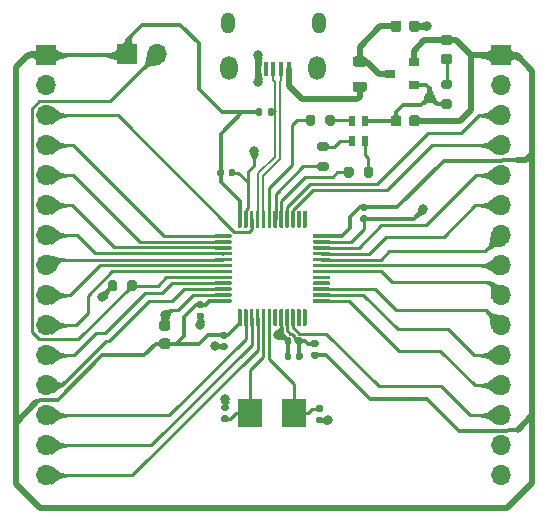
<source format=gbr>
%TF.GenerationSoftware,KiCad,Pcbnew,(5.1.12)-1*%
%TF.CreationDate,2021-12-29T23:54:55+01:00*%
%TF.ProjectId,STM32_Devkit,53544d33-325f-4446-9576-6b69742e6b69,rev?*%
%TF.SameCoordinates,Original*%
%TF.FileFunction,Copper,L1,Top*%
%TF.FilePolarity,Positive*%
%FSLAX46Y46*%
G04 Gerber Fmt 4.6, Leading zero omitted, Abs format (unit mm)*
G04 Created by KiCad (PCBNEW (5.1.12)-1) date 2021-12-29 23:54:55*
%MOMM*%
%LPD*%
G01*
G04 APERTURE LIST*
%TA.AperFunction,SMDPad,CuDef*%
%ADD10R,0.550000X0.850000*%
%TD*%
%TA.AperFunction,SMDPad,CuDef*%
%ADD11R,0.450000X1.300000*%
%TD*%
%TA.AperFunction,ComponentPad*%
%ADD12O,1.450000X2.000000*%
%TD*%
%TA.AperFunction,ComponentPad*%
%ADD13O,1.150000X1.800000*%
%TD*%
%TA.AperFunction,ComponentPad*%
%ADD14O,1.700000X1.700000*%
%TD*%
%TA.AperFunction,ComponentPad*%
%ADD15R,1.700000X1.700000*%
%TD*%
%TA.AperFunction,SMDPad,CuDef*%
%ADD16R,0.900000X0.800000*%
%TD*%
%TA.AperFunction,SMDPad,CuDef*%
%ADD17R,2.000000X2.400000*%
%TD*%
%TA.AperFunction,ViaPad*%
%ADD18C,0.800000*%
%TD*%
%TA.AperFunction,Conductor*%
%ADD19C,0.250000*%
%TD*%
%TA.AperFunction,Conductor*%
%ADD20C,0.350000*%
%TD*%
%TA.AperFunction,Conductor*%
%ADD21C,0.500000*%
%TD*%
%TA.AperFunction,Conductor*%
%ADD22C,0.200000*%
%TD*%
%TA.AperFunction,Conductor*%
%ADD23C,0.025400*%
%TD*%
%TA.AperFunction,Conductor*%
%ADD24C,0.100000*%
%TD*%
G04 APERTURE END LIST*
D10*
%TO.P,D2,3*%
%TO.N,/Red*%
X190740000Y-116800000D03*
%TO.P,D2,4*%
%TO.N,GND*%
X190740000Y-115040000D03*
%TO.P,D2,1*%
%TO.N,/Gr*%
X189680000Y-115040000D03*
%TO.P,D2,2*%
%TO.N,/Bl*%
X189680000Y-116800000D03*
%TD*%
%TO.P,C1,2*%
%TO.N,GND*%
%TA.AperFunction,SMDPad,CuDef*%
G36*
G01*
X194475000Y-107300000D02*
X194475000Y-106800000D01*
G75*
G02*
X194700000Y-106575000I225000J0D01*
G01*
X195150000Y-106575000D01*
G75*
G02*
X195375000Y-106800000I0J-225000D01*
G01*
X195375000Y-107300000D01*
G75*
G02*
X195150000Y-107525000I-225000J0D01*
G01*
X194700000Y-107525000D01*
G75*
G02*
X194475000Y-107300000I0J225000D01*
G01*
G37*
%TD.AperFunction*%
%TO.P,C1,1*%
%TO.N,VCC*%
%TA.AperFunction,SMDPad,CuDef*%
G36*
G01*
X192925000Y-107300000D02*
X192925000Y-106800000D01*
G75*
G02*
X193150000Y-106575000I225000J0D01*
G01*
X193600000Y-106575000D01*
G75*
G02*
X193825000Y-106800000I0J-225000D01*
G01*
X193825000Y-107300000D01*
G75*
G02*
X193600000Y-107525000I-225000J0D01*
G01*
X193150000Y-107525000D01*
G75*
G02*
X192925000Y-107300000I0J225000D01*
G01*
G37*
%TD.AperFunction*%
%TD*%
%TO.P,C2,1*%
%TO.N,+3V3*%
%TA.AperFunction,SMDPad,CuDef*%
G36*
G01*
X195375000Y-114800000D02*
X195375000Y-115300000D01*
G75*
G02*
X195150000Y-115525000I-225000J0D01*
G01*
X194700000Y-115525000D01*
G75*
G02*
X194475000Y-115300000I0J225000D01*
G01*
X194475000Y-114800000D01*
G75*
G02*
X194700000Y-114575000I225000J0D01*
G01*
X195150000Y-114575000D01*
G75*
G02*
X195375000Y-114800000I0J-225000D01*
G01*
G37*
%TD.AperFunction*%
%TO.P,C2,2*%
%TO.N,GND*%
%TA.AperFunction,SMDPad,CuDef*%
G36*
G01*
X193825000Y-114800000D02*
X193825000Y-115300000D01*
G75*
G02*
X193600000Y-115525000I-225000J0D01*
G01*
X193150000Y-115525000D01*
G75*
G02*
X192925000Y-115300000I0J225000D01*
G01*
X192925000Y-114800000D01*
G75*
G02*
X193150000Y-114575000I225000J0D01*
G01*
X193600000Y-114575000D01*
G75*
G02*
X193825000Y-114800000I0J-225000D01*
G01*
G37*
%TD.AperFunction*%
%TD*%
%TO.P,C3,1*%
%TO.N,+3V3*%
%TA.AperFunction,SMDPad,CuDef*%
G36*
G01*
X174050000Y-134375000D02*
X173550000Y-134375000D01*
G75*
G02*
X173325000Y-134150000I0J225000D01*
G01*
X173325000Y-133700000D01*
G75*
G02*
X173550000Y-133475000I225000J0D01*
G01*
X174050000Y-133475000D01*
G75*
G02*
X174275000Y-133700000I0J-225000D01*
G01*
X174275000Y-134150000D01*
G75*
G02*
X174050000Y-134375000I-225000J0D01*
G01*
G37*
%TD.AperFunction*%
%TO.P,C3,2*%
%TO.N,GND*%
%TA.AperFunction,SMDPad,CuDef*%
G36*
G01*
X174050000Y-132825000D02*
X173550000Y-132825000D01*
G75*
G02*
X173325000Y-132600000I0J225000D01*
G01*
X173325000Y-132150000D01*
G75*
G02*
X173550000Y-131925000I225000J0D01*
G01*
X174050000Y-131925000D01*
G75*
G02*
X174275000Y-132150000I0J-225000D01*
G01*
X174275000Y-132600000D01*
G75*
G02*
X174050000Y-132825000I-225000J0D01*
G01*
G37*
%TD.AperFunction*%
%TD*%
%TO.P,C4,1*%
%TO.N,+3V3*%
%TA.AperFunction,SMDPad,CuDef*%
G36*
G01*
X178630000Y-132940000D02*
X178970000Y-132940000D01*
G75*
G02*
X179110000Y-133080000I0J-140000D01*
G01*
X179110000Y-133360000D01*
G75*
G02*
X178970000Y-133500000I-140000J0D01*
G01*
X178630000Y-133500000D01*
G75*
G02*
X178490000Y-133360000I0J140000D01*
G01*
X178490000Y-133080000D01*
G75*
G02*
X178630000Y-132940000I140000J0D01*
G01*
G37*
%TD.AperFunction*%
%TO.P,C4,2*%
%TO.N,GND*%
%TA.AperFunction,SMDPad,CuDef*%
G36*
G01*
X178630000Y-133900000D02*
X178970000Y-133900000D01*
G75*
G02*
X179110000Y-134040000I0J-140000D01*
G01*
X179110000Y-134320000D01*
G75*
G02*
X178970000Y-134460000I-140000J0D01*
G01*
X178630000Y-134460000D01*
G75*
G02*
X178490000Y-134320000I0J140000D01*
G01*
X178490000Y-134040000D01*
G75*
G02*
X178630000Y-133900000I140000J0D01*
G01*
G37*
%TD.AperFunction*%
%TD*%
%TO.P,C5,2*%
%TO.N,GND*%
%TA.AperFunction,SMDPad,CuDef*%
G36*
G01*
X179200000Y-119620000D02*
X179200000Y-119280000D01*
G75*
G02*
X179340000Y-119140000I140000J0D01*
G01*
X179620000Y-119140000D01*
G75*
G02*
X179760000Y-119280000I0J-140000D01*
G01*
X179760000Y-119620000D01*
G75*
G02*
X179620000Y-119760000I-140000J0D01*
G01*
X179340000Y-119760000D01*
G75*
G02*
X179200000Y-119620000I0J140000D01*
G01*
G37*
%TD.AperFunction*%
%TO.P,C5,1*%
%TO.N,+3V3*%
%TA.AperFunction,SMDPad,CuDef*%
G36*
G01*
X178240000Y-119620000D02*
X178240000Y-119280000D01*
G75*
G02*
X178380000Y-119140000I140000J0D01*
G01*
X178660000Y-119140000D01*
G75*
G02*
X178800000Y-119280000I0J-140000D01*
G01*
X178800000Y-119620000D01*
G75*
G02*
X178660000Y-119760000I-140000J0D01*
G01*
X178380000Y-119760000D01*
G75*
G02*
X178240000Y-119620000I0J140000D01*
G01*
G37*
%TD.AperFunction*%
%TD*%
%TO.P,C6,1*%
%TO.N,+3V3*%
%TA.AperFunction,SMDPad,CuDef*%
G36*
G01*
X176630000Y-130340000D02*
X176970000Y-130340000D01*
G75*
G02*
X177110000Y-130480000I0J-140000D01*
G01*
X177110000Y-130760000D01*
G75*
G02*
X176970000Y-130900000I-140000J0D01*
G01*
X176630000Y-130900000D01*
G75*
G02*
X176490000Y-130760000I0J140000D01*
G01*
X176490000Y-130480000D01*
G75*
G02*
X176630000Y-130340000I140000J0D01*
G01*
G37*
%TD.AperFunction*%
%TO.P,C6,2*%
%TO.N,GND*%
%TA.AperFunction,SMDPad,CuDef*%
G36*
G01*
X176630000Y-131300000D02*
X176970000Y-131300000D01*
G75*
G02*
X177110000Y-131440000I0J-140000D01*
G01*
X177110000Y-131720000D01*
G75*
G02*
X176970000Y-131860000I-140000J0D01*
G01*
X176630000Y-131860000D01*
G75*
G02*
X176490000Y-131720000I0J140000D01*
G01*
X176490000Y-131440000D01*
G75*
G02*
X176630000Y-131300000I140000J0D01*
G01*
G37*
%TD.AperFunction*%
%TD*%
%TO.P,C7,2*%
%TO.N,GND*%
%TA.AperFunction,SMDPad,CuDef*%
G36*
G01*
X190480000Y-123050000D02*
X190820000Y-123050000D01*
G75*
G02*
X190960000Y-123190000I0J-140000D01*
G01*
X190960000Y-123470000D01*
G75*
G02*
X190820000Y-123610000I-140000J0D01*
G01*
X190480000Y-123610000D01*
G75*
G02*
X190340000Y-123470000I0J140000D01*
G01*
X190340000Y-123190000D01*
G75*
G02*
X190480000Y-123050000I140000J0D01*
G01*
G37*
%TD.AperFunction*%
%TO.P,C7,1*%
%TO.N,+3V3*%
%TA.AperFunction,SMDPad,CuDef*%
G36*
G01*
X190480000Y-122090000D02*
X190820000Y-122090000D01*
G75*
G02*
X190960000Y-122230000I0J-140000D01*
G01*
X190960000Y-122510000D01*
G75*
G02*
X190820000Y-122650000I-140000J0D01*
G01*
X190480000Y-122650000D01*
G75*
G02*
X190340000Y-122510000I0J140000D01*
G01*
X190340000Y-122230000D01*
G75*
G02*
X190480000Y-122090000I140000J0D01*
G01*
G37*
%TD.AperFunction*%
%TD*%
%TO.P,C8,1*%
%TO.N,+3.3VA*%
%TA.AperFunction,SMDPad,CuDef*%
G36*
G01*
X185460000Y-133530000D02*
X185460000Y-133870000D01*
G75*
G02*
X185320000Y-134010000I-140000J0D01*
G01*
X185040000Y-134010000D01*
G75*
G02*
X184900000Y-133870000I0J140000D01*
G01*
X184900000Y-133530000D01*
G75*
G02*
X185040000Y-133390000I140000J0D01*
G01*
X185320000Y-133390000D01*
G75*
G02*
X185460000Y-133530000I0J-140000D01*
G01*
G37*
%TD.AperFunction*%
%TO.P,C8,2*%
%TO.N,GND*%
%TA.AperFunction,SMDPad,CuDef*%
G36*
G01*
X184500000Y-133530000D02*
X184500000Y-133870000D01*
G75*
G02*
X184360000Y-134010000I-140000J0D01*
G01*
X184080000Y-134010000D01*
G75*
G02*
X183940000Y-133870000I0J140000D01*
G01*
X183940000Y-133530000D01*
G75*
G02*
X184080000Y-133390000I140000J0D01*
G01*
X184360000Y-133390000D01*
G75*
G02*
X184500000Y-133530000I0J-140000D01*
G01*
G37*
%TD.AperFunction*%
%TD*%
%TO.P,C9,2*%
%TO.N,GND*%
%TA.AperFunction,SMDPad,CuDef*%
G36*
G01*
X184500000Y-134830000D02*
X184500000Y-135170000D01*
G75*
G02*
X184360000Y-135310000I-140000J0D01*
G01*
X184080000Y-135310000D01*
G75*
G02*
X183940000Y-135170000I0J140000D01*
G01*
X183940000Y-134830000D01*
G75*
G02*
X184080000Y-134690000I140000J0D01*
G01*
X184360000Y-134690000D01*
G75*
G02*
X184500000Y-134830000I0J-140000D01*
G01*
G37*
%TD.AperFunction*%
%TO.P,C9,1*%
%TO.N,+3.3VA*%
%TA.AperFunction,SMDPad,CuDef*%
G36*
G01*
X185460000Y-134830000D02*
X185460000Y-135170000D01*
G75*
G02*
X185320000Y-135310000I-140000J0D01*
G01*
X185040000Y-135310000D01*
G75*
G02*
X184900000Y-135170000I0J140000D01*
G01*
X184900000Y-134830000D01*
G75*
G02*
X185040000Y-134690000I140000J0D01*
G01*
X185320000Y-134690000D01*
G75*
G02*
X185460000Y-134830000I0J-140000D01*
G01*
G37*
%TD.AperFunction*%
%TD*%
%TO.P,C10,1*%
%TO.N,/HSE_OUT*%
%TA.AperFunction,SMDPad,CuDef*%
G36*
G01*
X179070000Y-140560000D02*
X178730000Y-140560000D01*
G75*
G02*
X178590000Y-140420000I0J140000D01*
G01*
X178590000Y-140140000D01*
G75*
G02*
X178730000Y-140000000I140000J0D01*
G01*
X179070000Y-140000000D01*
G75*
G02*
X179210000Y-140140000I0J-140000D01*
G01*
X179210000Y-140420000D01*
G75*
G02*
X179070000Y-140560000I-140000J0D01*
G01*
G37*
%TD.AperFunction*%
%TO.P,C10,2*%
%TO.N,GND*%
%TA.AperFunction,SMDPad,CuDef*%
G36*
G01*
X179070000Y-139600000D02*
X178730000Y-139600000D01*
G75*
G02*
X178590000Y-139460000I0J140000D01*
G01*
X178590000Y-139180000D01*
G75*
G02*
X178730000Y-139040000I140000J0D01*
G01*
X179070000Y-139040000D01*
G75*
G02*
X179210000Y-139180000I0J-140000D01*
G01*
X179210000Y-139460000D01*
G75*
G02*
X179070000Y-139600000I-140000J0D01*
G01*
G37*
%TD.AperFunction*%
%TD*%
%TO.P,C11,2*%
%TO.N,GND*%
%TA.AperFunction,SMDPad,CuDef*%
G36*
G01*
X186730000Y-140100000D02*
X187070000Y-140100000D01*
G75*
G02*
X187210000Y-140240000I0J-140000D01*
G01*
X187210000Y-140520000D01*
G75*
G02*
X187070000Y-140660000I-140000J0D01*
G01*
X186730000Y-140660000D01*
G75*
G02*
X186590000Y-140520000I0J140000D01*
G01*
X186590000Y-140240000D01*
G75*
G02*
X186730000Y-140100000I140000J0D01*
G01*
G37*
%TD.AperFunction*%
%TO.P,C11,1*%
%TO.N,/HSE_IN*%
%TA.AperFunction,SMDPad,CuDef*%
G36*
G01*
X186730000Y-139140000D02*
X187070000Y-139140000D01*
G75*
G02*
X187210000Y-139280000I0J-140000D01*
G01*
X187210000Y-139560000D01*
G75*
G02*
X187070000Y-139700000I-140000J0D01*
G01*
X186730000Y-139700000D01*
G75*
G02*
X186590000Y-139560000I0J140000D01*
G01*
X186590000Y-139280000D01*
G75*
G02*
X186730000Y-139140000I140000J0D01*
G01*
G37*
%TD.AperFunction*%
%TD*%
%TO.P,D1,1*%
%TO.N,Net-(D1-Pad1)*%
%TA.AperFunction,SMDPad,CuDef*%
G36*
G01*
X197906250Y-110237500D02*
X197393750Y-110237500D01*
G75*
G02*
X197175000Y-110018750I0J218750D01*
G01*
X197175000Y-109581250D01*
G75*
G02*
X197393750Y-109362500I218750J0D01*
G01*
X197906250Y-109362500D01*
G75*
G02*
X198125000Y-109581250I0J-218750D01*
G01*
X198125000Y-110018750D01*
G75*
G02*
X197906250Y-110237500I-218750J0D01*
G01*
G37*
%TD.AperFunction*%
%TO.P,D1,2*%
%TO.N,+3V3*%
%TA.AperFunction,SMDPad,CuDef*%
G36*
G01*
X197906250Y-108662500D02*
X197393750Y-108662500D01*
G75*
G02*
X197175000Y-108443750I0J218750D01*
G01*
X197175000Y-108006250D01*
G75*
G02*
X197393750Y-107787500I218750J0D01*
G01*
X197906250Y-107787500D01*
G75*
G02*
X198125000Y-108006250I0J-218750D01*
G01*
X198125000Y-108443750D01*
G75*
G02*
X197906250Y-108662500I-218750J0D01*
G01*
G37*
%TD.AperFunction*%
%TD*%
%TO.P,FB1,1*%
%TO.N,VCC*%
%TA.AperFunction,SMDPad,CuDef*%
G36*
G01*
X189918750Y-109600000D02*
X190681250Y-109600000D01*
G75*
G02*
X190900000Y-109818750I0J-218750D01*
G01*
X190900000Y-110256250D01*
G75*
G02*
X190681250Y-110475000I-218750J0D01*
G01*
X189918750Y-110475000D01*
G75*
G02*
X189700000Y-110256250I0J218750D01*
G01*
X189700000Y-109818750D01*
G75*
G02*
X189918750Y-109600000I218750J0D01*
G01*
G37*
%TD.AperFunction*%
%TO.P,FB1,2*%
%TO.N,+5V*%
%TA.AperFunction,SMDPad,CuDef*%
G36*
G01*
X189918750Y-111725000D02*
X190681250Y-111725000D01*
G75*
G02*
X190900000Y-111943750I0J-218750D01*
G01*
X190900000Y-112381250D01*
G75*
G02*
X190681250Y-112600000I-218750J0D01*
G01*
X189918750Y-112600000D01*
G75*
G02*
X189700000Y-112381250I0J218750D01*
G01*
X189700000Y-111943750D01*
G75*
G02*
X189918750Y-111725000I218750J0D01*
G01*
G37*
%TD.AperFunction*%
%TD*%
D11*
%TO.P,J1,1*%
%TO.N,+5V*%
X184300000Y-110650000D03*
%TO.P,J1,2*%
%TO.N,USB_D-*%
X183650000Y-110650000D03*
%TO.P,J1,3*%
%TO.N,USB_D+*%
X183000000Y-110650000D03*
%TO.P,J1,4*%
%TO.N,Net-(J1-Pad4)*%
X182350000Y-110650000D03*
%TO.P,J1,5*%
%TO.N,GND*%
X181700000Y-110650000D03*
D12*
%TO.P,J1,6*%
%TO.N,Net-(J1-Pad6)*%
X186725000Y-110600000D03*
X179275000Y-110600000D03*
D13*
X186875000Y-106800000D03*
X179125000Y-106800000D03*
%TD*%
D14*
%TO.P,J2,15*%
%TO.N,PC15*%
X163750000Y-145060000D03*
%TO.P,J2,14*%
%TO.N,PC14*%
X163750000Y-142520000D03*
%TO.P,J2,13*%
%TO.N,PC13*%
X163750000Y-139980000D03*
%TO.P,J2,12*%
%TO.N,PB9*%
X163750000Y-137440000D03*
%TO.P,J2,11*%
%TO.N,PB8*%
X163750000Y-134900000D03*
%TO.P,J2,10*%
%TO.N,PB7*%
X163750000Y-132360000D03*
%TO.P,J2,9*%
%TO.N,PB6*%
X163750000Y-129820000D03*
%TO.P,J2,8*%
%TO.N,PB5*%
X163750000Y-127280000D03*
%TO.P,J2,7*%
%TO.N,PB4*%
X163750000Y-124740000D03*
%TO.P,J2,6*%
%TO.N,SWO*%
X163750000Y-122200000D03*
%TO.P,J2,5*%
%TO.N,PA15*%
X163750000Y-119660000D03*
%TO.P,J2,4*%
%TO.N,SWCLK*%
X163750000Y-117120000D03*
%TO.P,J2,3*%
%TO.N,SWDIO*%
X163750000Y-114580000D03*
%TO.P,J2,2*%
%TO.N,GND*%
X163750000Y-112040000D03*
D15*
%TO.P,J2,1*%
%TO.N,+3V3*%
X163750000Y-109500000D03*
%TD*%
%TO.P,J3,1*%
%TO.N,+3V3*%
X202250000Y-109500000D03*
D14*
%TO.P,J3,2*%
%TO.N,GND*%
X202250000Y-112040000D03*
%TO.P,J3,3*%
%TO.N,PB15*%
X202250000Y-114580000D03*
%TO.P,J3,4*%
%TO.N,PB14*%
X202250000Y-117120000D03*
%TO.P,J3,5*%
%TO.N,PB11*%
X202250000Y-119660000D03*
%TO.P,J3,6*%
%TO.N,PB10*%
X202250000Y-122200000D03*
%TO.P,J3,7*%
%TO.N,PB2*%
X202250000Y-124740000D03*
%TO.P,J3,8*%
%TO.N,PB1*%
X202250000Y-127280000D03*
%TO.P,J3,9*%
%TO.N,PB0*%
X202250000Y-129820000D03*
%TO.P,J3,10*%
%TO.N,PA5*%
X202250000Y-132360000D03*
%TO.P,J3,11*%
%TO.N,PA4*%
X202250000Y-134900000D03*
%TO.P,J3,12*%
%TO.N,PA3*%
X202250000Y-137440000D03*
%TO.P,J3,13*%
%TO.N,PA0*%
X202250000Y-139980000D03*
%TO.P,J3,14*%
%TO.N,GND*%
X202250000Y-142520000D03*
%TO.P,J3,15*%
X202250000Y-145060000D03*
%TD*%
D15*
%TO.P,JP1,1*%
%TO.N,+3V3*%
X170600000Y-109400000D03*
D14*
%TO.P,JP1,2*%
%TO.N,/BOOT0*%
X173140000Y-109400000D03*
%TD*%
%TO.P,L1,1*%
%TO.N,+3V3*%
%TA.AperFunction,SMDPad,CuDef*%
G36*
G01*
X186672500Y-135180000D02*
X186327500Y-135180000D01*
G75*
G02*
X186180000Y-135032500I0J147500D01*
G01*
X186180000Y-134737500D01*
G75*
G02*
X186327500Y-134590000I147500J0D01*
G01*
X186672500Y-134590000D01*
G75*
G02*
X186820000Y-134737500I0J-147500D01*
G01*
X186820000Y-135032500D01*
G75*
G02*
X186672500Y-135180000I-147500J0D01*
G01*
G37*
%TD.AperFunction*%
%TO.P,L1,2*%
%TO.N,+3.3VA*%
%TA.AperFunction,SMDPad,CuDef*%
G36*
G01*
X186672500Y-134210000D02*
X186327500Y-134210000D01*
G75*
G02*
X186180000Y-134062500I0J147500D01*
G01*
X186180000Y-133767500D01*
G75*
G02*
X186327500Y-133620000I147500J0D01*
G01*
X186672500Y-133620000D01*
G75*
G02*
X186820000Y-133767500I0J-147500D01*
G01*
X186820000Y-134062500D01*
G75*
G02*
X186672500Y-134210000I-147500J0D01*
G01*
G37*
%TD.AperFunction*%
%TD*%
%TO.P,R1,1*%
%TO.N,Net-(D1-Pad1)*%
%TA.AperFunction,SMDPad,CuDef*%
G36*
G01*
X197375000Y-111575000D02*
X197925000Y-111575000D01*
G75*
G02*
X198125000Y-111775000I0J-200000D01*
G01*
X198125000Y-112175000D01*
G75*
G02*
X197925000Y-112375000I-200000J0D01*
G01*
X197375000Y-112375000D01*
G75*
G02*
X197175000Y-112175000I0J200000D01*
G01*
X197175000Y-111775000D01*
G75*
G02*
X197375000Y-111575000I200000J0D01*
G01*
G37*
%TD.AperFunction*%
%TO.P,R1,2*%
%TO.N,GND*%
%TA.AperFunction,SMDPad,CuDef*%
G36*
G01*
X197375000Y-113225000D02*
X197925000Y-113225000D01*
G75*
G02*
X198125000Y-113425000I0J-200000D01*
G01*
X198125000Y-113825000D01*
G75*
G02*
X197925000Y-114025000I-200000J0D01*
G01*
X197375000Y-114025000D01*
G75*
G02*
X197175000Y-113825000I0J200000D01*
G01*
X197175000Y-113425000D01*
G75*
G02*
X197375000Y-113225000I200000J0D01*
G01*
G37*
%TD.AperFunction*%
%TD*%
%TO.P,R2,1*%
%TO.N,/Red*%
%TA.AperFunction,SMDPad,CuDef*%
G36*
G01*
X191425000Y-119125000D02*
X191425000Y-119675000D01*
G75*
G02*
X191225000Y-119875000I-200000J0D01*
G01*
X190825000Y-119875000D01*
G75*
G02*
X190625000Y-119675000I0J200000D01*
G01*
X190625000Y-119125000D01*
G75*
G02*
X190825000Y-118925000I200000J0D01*
G01*
X191225000Y-118925000D01*
G75*
G02*
X191425000Y-119125000I0J-200000D01*
G01*
G37*
%TD.AperFunction*%
%TO.P,R2,2*%
%TO.N,PA8*%
%TA.AperFunction,SMDPad,CuDef*%
G36*
G01*
X189775000Y-119125000D02*
X189775000Y-119675000D01*
G75*
G02*
X189575000Y-119875000I-200000J0D01*
G01*
X189175000Y-119875000D01*
G75*
G02*
X188975000Y-119675000I0J200000D01*
G01*
X188975000Y-119125000D01*
G75*
G02*
X189175000Y-118925000I200000J0D01*
G01*
X189575000Y-118925000D01*
G75*
G02*
X189775000Y-119125000I0J-200000D01*
G01*
G37*
%TD.AperFunction*%
%TD*%
%TO.P,R3,2*%
%TO.N,PA9*%
%TA.AperFunction,SMDPad,CuDef*%
G36*
G01*
X186925000Y-118500000D02*
X187475000Y-118500000D01*
G75*
G02*
X187675000Y-118700000I0J-200000D01*
G01*
X187675000Y-119100000D01*
G75*
G02*
X187475000Y-119300000I-200000J0D01*
G01*
X186925000Y-119300000D01*
G75*
G02*
X186725000Y-119100000I0J200000D01*
G01*
X186725000Y-118700000D01*
G75*
G02*
X186925000Y-118500000I200000J0D01*
G01*
G37*
%TD.AperFunction*%
%TO.P,R3,1*%
%TO.N,/Bl*%
%TA.AperFunction,SMDPad,CuDef*%
G36*
G01*
X186925000Y-116850000D02*
X187475000Y-116850000D01*
G75*
G02*
X187675000Y-117050000I0J-200000D01*
G01*
X187675000Y-117450000D01*
G75*
G02*
X187475000Y-117650000I-200000J0D01*
G01*
X186925000Y-117650000D01*
G75*
G02*
X186725000Y-117450000I0J200000D01*
G01*
X186725000Y-117050000D01*
G75*
G02*
X186925000Y-116850000I200000J0D01*
G01*
G37*
%TD.AperFunction*%
%TD*%
%TO.P,R4,1*%
%TO.N,/Gr*%
%TA.AperFunction,SMDPad,CuDef*%
G36*
G01*
X188200000Y-114725000D02*
X188200000Y-115275000D01*
G75*
G02*
X188000000Y-115475000I-200000J0D01*
G01*
X187600000Y-115475000D01*
G75*
G02*
X187400000Y-115275000I0J200000D01*
G01*
X187400000Y-114725000D01*
G75*
G02*
X187600000Y-114525000I200000J0D01*
G01*
X188000000Y-114525000D01*
G75*
G02*
X188200000Y-114725000I0J-200000D01*
G01*
G37*
%TD.AperFunction*%
%TO.P,R4,2*%
%TO.N,PA10*%
%TA.AperFunction,SMDPad,CuDef*%
G36*
G01*
X186550000Y-114725000D02*
X186550000Y-115275000D01*
G75*
G02*
X186350000Y-115475000I-200000J0D01*
G01*
X185950000Y-115475000D01*
G75*
G02*
X185750000Y-115275000I0J200000D01*
G01*
X185750000Y-114725000D01*
G75*
G02*
X185950000Y-114525000I200000J0D01*
G01*
X186350000Y-114525000D01*
G75*
G02*
X186550000Y-114725000I0J-200000D01*
G01*
G37*
%TD.AperFunction*%
%TD*%
%TO.P,R5,2*%
%TO.N,GND*%
%TA.AperFunction,SMDPad,CuDef*%
G36*
G01*
X169775000Y-128725000D02*
X169775000Y-129275000D01*
G75*
G02*
X169575000Y-129475000I-200000J0D01*
G01*
X169175000Y-129475000D01*
G75*
G02*
X168975000Y-129275000I0J200000D01*
G01*
X168975000Y-128725000D01*
G75*
G02*
X169175000Y-128525000I200000J0D01*
G01*
X169575000Y-128525000D01*
G75*
G02*
X169775000Y-128725000I0J-200000D01*
G01*
G37*
%TD.AperFunction*%
%TO.P,R5,1*%
%TO.N,/BOOT0*%
%TA.AperFunction,SMDPad,CuDef*%
G36*
G01*
X171425000Y-128725000D02*
X171425000Y-129275000D01*
G75*
G02*
X171225000Y-129475000I-200000J0D01*
G01*
X170825000Y-129475000D01*
G75*
G02*
X170625000Y-129275000I0J200000D01*
G01*
X170625000Y-128725000D01*
G75*
G02*
X170825000Y-128525000I200000J0D01*
G01*
X171225000Y-128525000D01*
G75*
G02*
X171425000Y-128725000I0J-200000D01*
G01*
G37*
%TD.AperFunction*%
%TD*%
%TO.P,R6,1*%
%TO.N,+3V3*%
%TA.AperFunction,SMDPad,CuDef*%
G36*
G01*
X181520000Y-114485000D02*
X181520000Y-114115000D01*
G75*
G02*
X181655000Y-113980000I135000J0D01*
G01*
X181925000Y-113980000D01*
G75*
G02*
X182060000Y-114115000I0J-135000D01*
G01*
X182060000Y-114485000D01*
G75*
G02*
X181925000Y-114620000I-135000J0D01*
G01*
X181655000Y-114620000D01*
G75*
G02*
X181520000Y-114485000I0J135000D01*
G01*
G37*
%TD.AperFunction*%
%TO.P,R6,2*%
%TO.N,USB_D+*%
%TA.AperFunction,SMDPad,CuDef*%
G36*
G01*
X182540000Y-114485000D02*
X182540000Y-114115000D01*
G75*
G02*
X182675000Y-113980000I135000J0D01*
G01*
X182945000Y-113980000D01*
G75*
G02*
X183080000Y-114115000I0J-135000D01*
G01*
X183080000Y-114485000D01*
G75*
G02*
X182945000Y-114620000I-135000J0D01*
G01*
X182675000Y-114620000D01*
G75*
G02*
X182540000Y-114485000I0J135000D01*
G01*
G37*
%TD.AperFunction*%
%TD*%
D16*
%TO.P,U1,1*%
%TO.N,GND*%
X194900000Y-112000000D03*
%TO.P,U1,2*%
%TO.N,+3V3*%
X194900000Y-110100000D03*
%TO.P,U1,3*%
%TO.N,VCC*%
X192900000Y-111050000D03*
%TD*%
%TO.P,U2,1*%
%TO.N,+3V3*%
%TA.AperFunction,SMDPad,CuDef*%
G36*
G01*
X180225000Y-132450000D02*
X180075000Y-132450000D01*
G75*
G02*
X180000000Y-132375000I0J75000D01*
G01*
X180000000Y-131050000D01*
G75*
G02*
X180075000Y-130975000I75000J0D01*
G01*
X180225000Y-130975000D01*
G75*
G02*
X180300000Y-131050000I0J-75000D01*
G01*
X180300000Y-132375000D01*
G75*
G02*
X180225000Y-132450000I-75000J0D01*
G01*
G37*
%TD.AperFunction*%
%TO.P,U2,2*%
%TO.N,PC13*%
%TA.AperFunction,SMDPad,CuDef*%
G36*
G01*
X180725000Y-132450000D02*
X180575000Y-132450000D01*
G75*
G02*
X180500000Y-132375000I0J75000D01*
G01*
X180500000Y-131050000D01*
G75*
G02*
X180575000Y-130975000I75000J0D01*
G01*
X180725000Y-130975000D01*
G75*
G02*
X180800000Y-131050000I0J-75000D01*
G01*
X180800000Y-132375000D01*
G75*
G02*
X180725000Y-132450000I-75000J0D01*
G01*
G37*
%TD.AperFunction*%
%TO.P,U2,3*%
%TO.N,PC14*%
%TA.AperFunction,SMDPad,CuDef*%
G36*
G01*
X181225000Y-132450000D02*
X181075000Y-132450000D01*
G75*
G02*
X181000000Y-132375000I0J75000D01*
G01*
X181000000Y-131050000D01*
G75*
G02*
X181075000Y-130975000I75000J0D01*
G01*
X181225000Y-130975000D01*
G75*
G02*
X181300000Y-131050000I0J-75000D01*
G01*
X181300000Y-132375000D01*
G75*
G02*
X181225000Y-132450000I-75000J0D01*
G01*
G37*
%TD.AperFunction*%
%TO.P,U2,4*%
%TO.N,PC15*%
%TA.AperFunction,SMDPad,CuDef*%
G36*
G01*
X181725000Y-132450000D02*
X181575000Y-132450000D01*
G75*
G02*
X181500000Y-132375000I0J75000D01*
G01*
X181500000Y-131050000D01*
G75*
G02*
X181575000Y-130975000I75000J0D01*
G01*
X181725000Y-130975000D01*
G75*
G02*
X181800000Y-131050000I0J-75000D01*
G01*
X181800000Y-132375000D01*
G75*
G02*
X181725000Y-132450000I-75000J0D01*
G01*
G37*
%TD.AperFunction*%
%TO.P,U2,5*%
%TO.N,/HSE_OUT*%
%TA.AperFunction,SMDPad,CuDef*%
G36*
G01*
X182225000Y-132450000D02*
X182075000Y-132450000D01*
G75*
G02*
X182000000Y-132375000I0J75000D01*
G01*
X182000000Y-131050000D01*
G75*
G02*
X182075000Y-130975000I75000J0D01*
G01*
X182225000Y-130975000D01*
G75*
G02*
X182300000Y-131050000I0J-75000D01*
G01*
X182300000Y-132375000D01*
G75*
G02*
X182225000Y-132450000I-75000J0D01*
G01*
G37*
%TD.AperFunction*%
%TO.P,U2,6*%
%TO.N,/HSE_IN*%
%TA.AperFunction,SMDPad,CuDef*%
G36*
G01*
X182725000Y-132450000D02*
X182575000Y-132450000D01*
G75*
G02*
X182500000Y-132375000I0J75000D01*
G01*
X182500000Y-131050000D01*
G75*
G02*
X182575000Y-130975000I75000J0D01*
G01*
X182725000Y-130975000D01*
G75*
G02*
X182800000Y-131050000I0J-75000D01*
G01*
X182800000Y-132375000D01*
G75*
G02*
X182725000Y-132450000I-75000J0D01*
G01*
G37*
%TD.AperFunction*%
%TO.P,U2,7*%
%TO.N,Net-(U2-Pad7)*%
%TA.AperFunction,SMDPad,CuDef*%
G36*
G01*
X183225000Y-132450000D02*
X183075000Y-132450000D01*
G75*
G02*
X183000000Y-132375000I0J75000D01*
G01*
X183000000Y-131050000D01*
G75*
G02*
X183075000Y-130975000I75000J0D01*
G01*
X183225000Y-130975000D01*
G75*
G02*
X183300000Y-131050000I0J-75000D01*
G01*
X183300000Y-132375000D01*
G75*
G02*
X183225000Y-132450000I-75000J0D01*
G01*
G37*
%TD.AperFunction*%
%TO.P,U2,8*%
%TO.N,GND*%
%TA.AperFunction,SMDPad,CuDef*%
G36*
G01*
X183725000Y-132450000D02*
X183575000Y-132450000D01*
G75*
G02*
X183500000Y-132375000I0J75000D01*
G01*
X183500000Y-131050000D01*
G75*
G02*
X183575000Y-130975000I75000J0D01*
G01*
X183725000Y-130975000D01*
G75*
G02*
X183800000Y-131050000I0J-75000D01*
G01*
X183800000Y-132375000D01*
G75*
G02*
X183725000Y-132450000I-75000J0D01*
G01*
G37*
%TD.AperFunction*%
%TO.P,U2,9*%
%TO.N,+3.3VA*%
%TA.AperFunction,SMDPad,CuDef*%
G36*
G01*
X184225000Y-132450000D02*
X184075000Y-132450000D01*
G75*
G02*
X184000000Y-132375000I0J75000D01*
G01*
X184000000Y-131050000D01*
G75*
G02*
X184075000Y-130975000I75000J0D01*
G01*
X184225000Y-130975000D01*
G75*
G02*
X184300000Y-131050000I0J-75000D01*
G01*
X184300000Y-132375000D01*
G75*
G02*
X184225000Y-132450000I-75000J0D01*
G01*
G37*
%TD.AperFunction*%
%TO.P,U2,10*%
%TO.N,PA0*%
%TA.AperFunction,SMDPad,CuDef*%
G36*
G01*
X184725000Y-132450000D02*
X184575000Y-132450000D01*
G75*
G02*
X184500000Y-132375000I0J75000D01*
G01*
X184500000Y-131050000D01*
G75*
G02*
X184575000Y-130975000I75000J0D01*
G01*
X184725000Y-130975000D01*
G75*
G02*
X184800000Y-131050000I0J-75000D01*
G01*
X184800000Y-132375000D01*
G75*
G02*
X184725000Y-132450000I-75000J0D01*
G01*
G37*
%TD.AperFunction*%
%TO.P,U2,11*%
%TO.N,Net-(U2-Pad11)*%
%TA.AperFunction,SMDPad,CuDef*%
G36*
G01*
X185225000Y-132450000D02*
X185075000Y-132450000D01*
G75*
G02*
X185000000Y-132375000I0J75000D01*
G01*
X185000000Y-131050000D01*
G75*
G02*
X185075000Y-130975000I75000J0D01*
G01*
X185225000Y-130975000D01*
G75*
G02*
X185300000Y-131050000I0J-75000D01*
G01*
X185300000Y-132375000D01*
G75*
G02*
X185225000Y-132450000I-75000J0D01*
G01*
G37*
%TD.AperFunction*%
%TO.P,U2,12*%
%TO.N,Net-(U2-Pad12)*%
%TA.AperFunction,SMDPad,CuDef*%
G36*
G01*
X185725000Y-132450000D02*
X185575000Y-132450000D01*
G75*
G02*
X185500000Y-132375000I0J75000D01*
G01*
X185500000Y-131050000D01*
G75*
G02*
X185575000Y-130975000I75000J0D01*
G01*
X185725000Y-130975000D01*
G75*
G02*
X185800000Y-131050000I0J-75000D01*
G01*
X185800000Y-132375000D01*
G75*
G02*
X185725000Y-132450000I-75000J0D01*
G01*
G37*
%TD.AperFunction*%
%TO.P,U2,13*%
%TO.N,PA3*%
%TA.AperFunction,SMDPad,CuDef*%
G36*
G01*
X187725000Y-130450000D02*
X186400000Y-130450000D01*
G75*
G02*
X186325000Y-130375000I0J75000D01*
G01*
X186325000Y-130225000D01*
G75*
G02*
X186400000Y-130150000I75000J0D01*
G01*
X187725000Y-130150000D01*
G75*
G02*
X187800000Y-130225000I0J-75000D01*
G01*
X187800000Y-130375000D01*
G75*
G02*
X187725000Y-130450000I-75000J0D01*
G01*
G37*
%TD.AperFunction*%
%TO.P,U2,14*%
%TO.N,PA4*%
%TA.AperFunction,SMDPad,CuDef*%
G36*
G01*
X187725000Y-129950000D02*
X186400000Y-129950000D01*
G75*
G02*
X186325000Y-129875000I0J75000D01*
G01*
X186325000Y-129725000D01*
G75*
G02*
X186400000Y-129650000I75000J0D01*
G01*
X187725000Y-129650000D01*
G75*
G02*
X187800000Y-129725000I0J-75000D01*
G01*
X187800000Y-129875000D01*
G75*
G02*
X187725000Y-129950000I-75000J0D01*
G01*
G37*
%TD.AperFunction*%
%TO.P,U2,15*%
%TO.N,PA5*%
%TA.AperFunction,SMDPad,CuDef*%
G36*
G01*
X187725000Y-129450000D02*
X186400000Y-129450000D01*
G75*
G02*
X186325000Y-129375000I0J75000D01*
G01*
X186325000Y-129225000D01*
G75*
G02*
X186400000Y-129150000I75000J0D01*
G01*
X187725000Y-129150000D01*
G75*
G02*
X187800000Y-129225000I0J-75000D01*
G01*
X187800000Y-129375000D01*
G75*
G02*
X187725000Y-129450000I-75000J0D01*
G01*
G37*
%TD.AperFunction*%
%TO.P,U2,16*%
%TO.N,Net-(U2-Pad16)*%
%TA.AperFunction,SMDPad,CuDef*%
G36*
G01*
X187725000Y-128950000D02*
X186400000Y-128950000D01*
G75*
G02*
X186325000Y-128875000I0J75000D01*
G01*
X186325000Y-128725000D01*
G75*
G02*
X186400000Y-128650000I75000J0D01*
G01*
X187725000Y-128650000D01*
G75*
G02*
X187800000Y-128725000I0J-75000D01*
G01*
X187800000Y-128875000D01*
G75*
G02*
X187725000Y-128950000I-75000J0D01*
G01*
G37*
%TD.AperFunction*%
%TO.P,U2,17*%
%TO.N,Net-(U2-Pad17)*%
%TA.AperFunction,SMDPad,CuDef*%
G36*
G01*
X187725000Y-128450000D02*
X186400000Y-128450000D01*
G75*
G02*
X186325000Y-128375000I0J75000D01*
G01*
X186325000Y-128225000D01*
G75*
G02*
X186400000Y-128150000I75000J0D01*
G01*
X187725000Y-128150000D01*
G75*
G02*
X187800000Y-128225000I0J-75000D01*
G01*
X187800000Y-128375000D01*
G75*
G02*
X187725000Y-128450000I-75000J0D01*
G01*
G37*
%TD.AperFunction*%
%TO.P,U2,18*%
%TO.N,PB0*%
%TA.AperFunction,SMDPad,CuDef*%
G36*
G01*
X187725000Y-127950000D02*
X186400000Y-127950000D01*
G75*
G02*
X186325000Y-127875000I0J75000D01*
G01*
X186325000Y-127725000D01*
G75*
G02*
X186400000Y-127650000I75000J0D01*
G01*
X187725000Y-127650000D01*
G75*
G02*
X187800000Y-127725000I0J-75000D01*
G01*
X187800000Y-127875000D01*
G75*
G02*
X187725000Y-127950000I-75000J0D01*
G01*
G37*
%TD.AperFunction*%
%TO.P,U2,19*%
%TO.N,PB1*%
%TA.AperFunction,SMDPad,CuDef*%
G36*
G01*
X187725000Y-127450000D02*
X186400000Y-127450000D01*
G75*
G02*
X186325000Y-127375000I0J75000D01*
G01*
X186325000Y-127225000D01*
G75*
G02*
X186400000Y-127150000I75000J0D01*
G01*
X187725000Y-127150000D01*
G75*
G02*
X187800000Y-127225000I0J-75000D01*
G01*
X187800000Y-127375000D01*
G75*
G02*
X187725000Y-127450000I-75000J0D01*
G01*
G37*
%TD.AperFunction*%
%TO.P,U2,20*%
%TO.N,PB2*%
%TA.AperFunction,SMDPad,CuDef*%
G36*
G01*
X187725000Y-126950000D02*
X186400000Y-126950000D01*
G75*
G02*
X186325000Y-126875000I0J75000D01*
G01*
X186325000Y-126725000D01*
G75*
G02*
X186400000Y-126650000I75000J0D01*
G01*
X187725000Y-126650000D01*
G75*
G02*
X187800000Y-126725000I0J-75000D01*
G01*
X187800000Y-126875000D01*
G75*
G02*
X187725000Y-126950000I-75000J0D01*
G01*
G37*
%TD.AperFunction*%
%TO.P,U2,21*%
%TO.N,PB10*%
%TA.AperFunction,SMDPad,CuDef*%
G36*
G01*
X187725000Y-126450000D02*
X186400000Y-126450000D01*
G75*
G02*
X186325000Y-126375000I0J75000D01*
G01*
X186325000Y-126225000D01*
G75*
G02*
X186400000Y-126150000I75000J0D01*
G01*
X187725000Y-126150000D01*
G75*
G02*
X187800000Y-126225000I0J-75000D01*
G01*
X187800000Y-126375000D01*
G75*
G02*
X187725000Y-126450000I-75000J0D01*
G01*
G37*
%TD.AperFunction*%
%TO.P,U2,22*%
%TO.N,PB11*%
%TA.AperFunction,SMDPad,CuDef*%
G36*
G01*
X187725000Y-125950000D02*
X186400000Y-125950000D01*
G75*
G02*
X186325000Y-125875000I0J75000D01*
G01*
X186325000Y-125725000D01*
G75*
G02*
X186400000Y-125650000I75000J0D01*
G01*
X187725000Y-125650000D01*
G75*
G02*
X187800000Y-125725000I0J-75000D01*
G01*
X187800000Y-125875000D01*
G75*
G02*
X187725000Y-125950000I-75000J0D01*
G01*
G37*
%TD.AperFunction*%
%TO.P,U2,23*%
%TO.N,GND*%
%TA.AperFunction,SMDPad,CuDef*%
G36*
G01*
X187725000Y-125450000D02*
X186400000Y-125450000D01*
G75*
G02*
X186325000Y-125375000I0J75000D01*
G01*
X186325000Y-125225000D01*
G75*
G02*
X186400000Y-125150000I75000J0D01*
G01*
X187725000Y-125150000D01*
G75*
G02*
X187800000Y-125225000I0J-75000D01*
G01*
X187800000Y-125375000D01*
G75*
G02*
X187725000Y-125450000I-75000J0D01*
G01*
G37*
%TD.AperFunction*%
%TO.P,U2,24*%
%TO.N,+3V3*%
%TA.AperFunction,SMDPad,CuDef*%
G36*
G01*
X187725000Y-124950000D02*
X186400000Y-124950000D01*
G75*
G02*
X186325000Y-124875000I0J75000D01*
G01*
X186325000Y-124725000D01*
G75*
G02*
X186400000Y-124650000I75000J0D01*
G01*
X187725000Y-124650000D01*
G75*
G02*
X187800000Y-124725000I0J-75000D01*
G01*
X187800000Y-124875000D01*
G75*
G02*
X187725000Y-124950000I-75000J0D01*
G01*
G37*
%TD.AperFunction*%
%TO.P,U2,25*%
%TO.N,Net-(U2-Pad25)*%
%TA.AperFunction,SMDPad,CuDef*%
G36*
G01*
X185725000Y-124125000D02*
X185575000Y-124125000D01*
G75*
G02*
X185500000Y-124050000I0J75000D01*
G01*
X185500000Y-122725000D01*
G75*
G02*
X185575000Y-122650000I75000J0D01*
G01*
X185725000Y-122650000D01*
G75*
G02*
X185800000Y-122725000I0J-75000D01*
G01*
X185800000Y-124050000D01*
G75*
G02*
X185725000Y-124125000I-75000J0D01*
G01*
G37*
%TD.AperFunction*%
%TO.P,U2,26*%
%TO.N,Net-(U2-Pad26)*%
%TA.AperFunction,SMDPad,CuDef*%
G36*
G01*
X185225000Y-124125000D02*
X185075000Y-124125000D01*
G75*
G02*
X185000000Y-124050000I0J75000D01*
G01*
X185000000Y-122725000D01*
G75*
G02*
X185075000Y-122650000I75000J0D01*
G01*
X185225000Y-122650000D01*
G75*
G02*
X185300000Y-122725000I0J-75000D01*
G01*
X185300000Y-124050000D01*
G75*
G02*
X185225000Y-124125000I-75000J0D01*
G01*
G37*
%TD.AperFunction*%
%TO.P,U2,27*%
%TO.N,PB14*%
%TA.AperFunction,SMDPad,CuDef*%
G36*
G01*
X184725000Y-124125000D02*
X184575000Y-124125000D01*
G75*
G02*
X184500000Y-124050000I0J75000D01*
G01*
X184500000Y-122725000D01*
G75*
G02*
X184575000Y-122650000I75000J0D01*
G01*
X184725000Y-122650000D01*
G75*
G02*
X184800000Y-122725000I0J-75000D01*
G01*
X184800000Y-124050000D01*
G75*
G02*
X184725000Y-124125000I-75000J0D01*
G01*
G37*
%TD.AperFunction*%
%TO.P,U2,28*%
%TO.N,PB15*%
%TA.AperFunction,SMDPad,CuDef*%
G36*
G01*
X184225000Y-124125000D02*
X184075000Y-124125000D01*
G75*
G02*
X184000000Y-124050000I0J75000D01*
G01*
X184000000Y-122725000D01*
G75*
G02*
X184075000Y-122650000I75000J0D01*
G01*
X184225000Y-122650000D01*
G75*
G02*
X184300000Y-122725000I0J-75000D01*
G01*
X184300000Y-124050000D01*
G75*
G02*
X184225000Y-124125000I-75000J0D01*
G01*
G37*
%TD.AperFunction*%
%TO.P,U2,29*%
%TO.N,PA8*%
%TA.AperFunction,SMDPad,CuDef*%
G36*
G01*
X183725000Y-124125000D02*
X183575000Y-124125000D01*
G75*
G02*
X183500000Y-124050000I0J75000D01*
G01*
X183500000Y-122725000D01*
G75*
G02*
X183575000Y-122650000I75000J0D01*
G01*
X183725000Y-122650000D01*
G75*
G02*
X183800000Y-122725000I0J-75000D01*
G01*
X183800000Y-124050000D01*
G75*
G02*
X183725000Y-124125000I-75000J0D01*
G01*
G37*
%TD.AperFunction*%
%TO.P,U2,30*%
%TO.N,PA9*%
%TA.AperFunction,SMDPad,CuDef*%
G36*
G01*
X183225000Y-124125000D02*
X183075000Y-124125000D01*
G75*
G02*
X183000000Y-124050000I0J75000D01*
G01*
X183000000Y-122725000D01*
G75*
G02*
X183075000Y-122650000I75000J0D01*
G01*
X183225000Y-122650000D01*
G75*
G02*
X183300000Y-122725000I0J-75000D01*
G01*
X183300000Y-124050000D01*
G75*
G02*
X183225000Y-124125000I-75000J0D01*
G01*
G37*
%TD.AperFunction*%
%TO.P,U2,31*%
%TO.N,PA10*%
%TA.AperFunction,SMDPad,CuDef*%
G36*
G01*
X182725000Y-124125000D02*
X182575000Y-124125000D01*
G75*
G02*
X182500000Y-124050000I0J75000D01*
G01*
X182500000Y-122725000D01*
G75*
G02*
X182575000Y-122650000I75000J0D01*
G01*
X182725000Y-122650000D01*
G75*
G02*
X182800000Y-122725000I0J-75000D01*
G01*
X182800000Y-124050000D01*
G75*
G02*
X182725000Y-124125000I-75000J0D01*
G01*
G37*
%TD.AperFunction*%
%TO.P,U2,32*%
%TO.N,USB_D-*%
%TA.AperFunction,SMDPad,CuDef*%
G36*
G01*
X182225000Y-124125000D02*
X182075000Y-124125000D01*
G75*
G02*
X182000000Y-124050000I0J75000D01*
G01*
X182000000Y-122725000D01*
G75*
G02*
X182075000Y-122650000I75000J0D01*
G01*
X182225000Y-122650000D01*
G75*
G02*
X182300000Y-122725000I0J-75000D01*
G01*
X182300000Y-124050000D01*
G75*
G02*
X182225000Y-124125000I-75000J0D01*
G01*
G37*
%TD.AperFunction*%
%TO.P,U2,33*%
%TO.N,USB_D+*%
%TA.AperFunction,SMDPad,CuDef*%
G36*
G01*
X181725000Y-124125000D02*
X181575000Y-124125000D01*
G75*
G02*
X181500000Y-124050000I0J75000D01*
G01*
X181500000Y-122725000D01*
G75*
G02*
X181575000Y-122650000I75000J0D01*
G01*
X181725000Y-122650000D01*
G75*
G02*
X181800000Y-122725000I0J-75000D01*
G01*
X181800000Y-124050000D01*
G75*
G02*
X181725000Y-124125000I-75000J0D01*
G01*
G37*
%TD.AperFunction*%
%TO.P,U2,34*%
%TO.N,SWDIO*%
%TA.AperFunction,SMDPad,CuDef*%
G36*
G01*
X181225000Y-124125000D02*
X181075000Y-124125000D01*
G75*
G02*
X181000000Y-124050000I0J75000D01*
G01*
X181000000Y-122725000D01*
G75*
G02*
X181075000Y-122650000I75000J0D01*
G01*
X181225000Y-122650000D01*
G75*
G02*
X181300000Y-122725000I0J-75000D01*
G01*
X181300000Y-124050000D01*
G75*
G02*
X181225000Y-124125000I-75000J0D01*
G01*
G37*
%TD.AperFunction*%
%TO.P,U2,35*%
%TO.N,GND*%
%TA.AperFunction,SMDPad,CuDef*%
G36*
G01*
X180725000Y-124125000D02*
X180575000Y-124125000D01*
G75*
G02*
X180500000Y-124050000I0J75000D01*
G01*
X180500000Y-122725000D01*
G75*
G02*
X180575000Y-122650000I75000J0D01*
G01*
X180725000Y-122650000D01*
G75*
G02*
X180800000Y-122725000I0J-75000D01*
G01*
X180800000Y-124050000D01*
G75*
G02*
X180725000Y-124125000I-75000J0D01*
G01*
G37*
%TD.AperFunction*%
%TO.P,U2,36*%
%TO.N,+3V3*%
%TA.AperFunction,SMDPad,CuDef*%
G36*
G01*
X180225000Y-124125000D02*
X180075000Y-124125000D01*
G75*
G02*
X180000000Y-124050000I0J75000D01*
G01*
X180000000Y-122725000D01*
G75*
G02*
X180075000Y-122650000I75000J0D01*
G01*
X180225000Y-122650000D01*
G75*
G02*
X180300000Y-122725000I0J-75000D01*
G01*
X180300000Y-124050000D01*
G75*
G02*
X180225000Y-124125000I-75000J0D01*
G01*
G37*
%TD.AperFunction*%
%TO.P,U2,37*%
%TO.N,SWCLK*%
%TA.AperFunction,SMDPad,CuDef*%
G36*
G01*
X179400000Y-124950000D02*
X178075000Y-124950000D01*
G75*
G02*
X178000000Y-124875000I0J75000D01*
G01*
X178000000Y-124725000D01*
G75*
G02*
X178075000Y-124650000I75000J0D01*
G01*
X179400000Y-124650000D01*
G75*
G02*
X179475000Y-124725000I0J-75000D01*
G01*
X179475000Y-124875000D01*
G75*
G02*
X179400000Y-124950000I-75000J0D01*
G01*
G37*
%TD.AperFunction*%
%TO.P,U2,38*%
%TO.N,PA15*%
%TA.AperFunction,SMDPad,CuDef*%
G36*
G01*
X179400000Y-125450000D02*
X178075000Y-125450000D01*
G75*
G02*
X178000000Y-125375000I0J75000D01*
G01*
X178000000Y-125225000D01*
G75*
G02*
X178075000Y-125150000I75000J0D01*
G01*
X179400000Y-125150000D01*
G75*
G02*
X179475000Y-125225000I0J-75000D01*
G01*
X179475000Y-125375000D01*
G75*
G02*
X179400000Y-125450000I-75000J0D01*
G01*
G37*
%TD.AperFunction*%
%TO.P,U2,39*%
%TO.N,SWO*%
%TA.AperFunction,SMDPad,CuDef*%
G36*
G01*
X179400000Y-125950000D02*
X178075000Y-125950000D01*
G75*
G02*
X178000000Y-125875000I0J75000D01*
G01*
X178000000Y-125725000D01*
G75*
G02*
X178075000Y-125650000I75000J0D01*
G01*
X179400000Y-125650000D01*
G75*
G02*
X179475000Y-125725000I0J-75000D01*
G01*
X179475000Y-125875000D01*
G75*
G02*
X179400000Y-125950000I-75000J0D01*
G01*
G37*
%TD.AperFunction*%
%TO.P,U2,40*%
%TO.N,PB4*%
%TA.AperFunction,SMDPad,CuDef*%
G36*
G01*
X179400000Y-126450000D02*
X178075000Y-126450000D01*
G75*
G02*
X178000000Y-126375000I0J75000D01*
G01*
X178000000Y-126225000D01*
G75*
G02*
X178075000Y-126150000I75000J0D01*
G01*
X179400000Y-126150000D01*
G75*
G02*
X179475000Y-126225000I0J-75000D01*
G01*
X179475000Y-126375000D01*
G75*
G02*
X179400000Y-126450000I-75000J0D01*
G01*
G37*
%TD.AperFunction*%
%TO.P,U2,41*%
%TO.N,PB5*%
%TA.AperFunction,SMDPad,CuDef*%
G36*
G01*
X179400000Y-126950000D02*
X178075000Y-126950000D01*
G75*
G02*
X178000000Y-126875000I0J75000D01*
G01*
X178000000Y-126725000D01*
G75*
G02*
X178075000Y-126650000I75000J0D01*
G01*
X179400000Y-126650000D01*
G75*
G02*
X179475000Y-126725000I0J-75000D01*
G01*
X179475000Y-126875000D01*
G75*
G02*
X179400000Y-126950000I-75000J0D01*
G01*
G37*
%TD.AperFunction*%
%TO.P,U2,42*%
%TO.N,PB6*%
%TA.AperFunction,SMDPad,CuDef*%
G36*
G01*
X179400000Y-127450000D02*
X178075000Y-127450000D01*
G75*
G02*
X178000000Y-127375000I0J75000D01*
G01*
X178000000Y-127225000D01*
G75*
G02*
X178075000Y-127150000I75000J0D01*
G01*
X179400000Y-127150000D01*
G75*
G02*
X179475000Y-127225000I0J-75000D01*
G01*
X179475000Y-127375000D01*
G75*
G02*
X179400000Y-127450000I-75000J0D01*
G01*
G37*
%TD.AperFunction*%
%TO.P,U2,43*%
%TO.N,PB7*%
%TA.AperFunction,SMDPad,CuDef*%
G36*
G01*
X179400000Y-127950000D02*
X178075000Y-127950000D01*
G75*
G02*
X178000000Y-127875000I0J75000D01*
G01*
X178000000Y-127725000D01*
G75*
G02*
X178075000Y-127650000I75000J0D01*
G01*
X179400000Y-127650000D01*
G75*
G02*
X179475000Y-127725000I0J-75000D01*
G01*
X179475000Y-127875000D01*
G75*
G02*
X179400000Y-127950000I-75000J0D01*
G01*
G37*
%TD.AperFunction*%
%TO.P,U2,44*%
%TO.N,/BOOT0*%
%TA.AperFunction,SMDPad,CuDef*%
G36*
G01*
X179400000Y-128450000D02*
X178075000Y-128450000D01*
G75*
G02*
X178000000Y-128375000I0J75000D01*
G01*
X178000000Y-128225000D01*
G75*
G02*
X178075000Y-128150000I75000J0D01*
G01*
X179400000Y-128150000D01*
G75*
G02*
X179475000Y-128225000I0J-75000D01*
G01*
X179475000Y-128375000D01*
G75*
G02*
X179400000Y-128450000I-75000J0D01*
G01*
G37*
%TD.AperFunction*%
%TO.P,U2,45*%
%TO.N,PB8*%
%TA.AperFunction,SMDPad,CuDef*%
G36*
G01*
X179400000Y-128950000D02*
X178075000Y-128950000D01*
G75*
G02*
X178000000Y-128875000I0J75000D01*
G01*
X178000000Y-128725000D01*
G75*
G02*
X178075000Y-128650000I75000J0D01*
G01*
X179400000Y-128650000D01*
G75*
G02*
X179475000Y-128725000I0J-75000D01*
G01*
X179475000Y-128875000D01*
G75*
G02*
X179400000Y-128950000I-75000J0D01*
G01*
G37*
%TD.AperFunction*%
%TO.P,U2,46*%
%TO.N,PB9*%
%TA.AperFunction,SMDPad,CuDef*%
G36*
G01*
X179400000Y-129450000D02*
X178075000Y-129450000D01*
G75*
G02*
X178000000Y-129375000I0J75000D01*
G01*
X178000000Y-129225000D01*
G75*
G02*
X178075000Y-129150000I75000J0D01*
G01*
X179400000Y-129150000D01*
G75*
G02*
X179475000Y-129225000I0J-75000D01*
G01*
X179475000Y-129375000D01*
G75*
G02*
X179400000Y-129450000I-75000J0D01*
G01*
G37*
%TD.AperFunction*%
%TO.P,U2,47*%
%TO.N,GND*%
%TA.AperFunction,SMDPad,CuDef*%
G36*
G01*
X179400000Y-129950000D02*
X178075000Y-129950000D01*
G75*
G02*
X178000000Y-129875000I0J75000D01*
G01*
X178000000Y-129725000D01*
G75*
G02*
X178075000Y-129650000I75000J0D01*
G01*
X179400000Y-129650000D01*
G75*
G02*
X179475000Y-129725000I0J-75000D01*
G01*
X179475000Y-129875000D01*
G75*
G02*
X179400000Y-129950000I-75000J0D01*
G01*
G37*
%TD.AperFunction*%
%TO.P,U2,48*%
%TO.N,+3V3*%
%TA.AperFunction,SMDPad,CuDef*%
G36*
G01*
X179400000Y-130450000D02*
X178075000Y-130450000D01*
G75*
G02*
X178000000Y-130375000I0J75000D01*
G01*
X178000000Y-130225000D01*
G75*
G02*
X178075000Y-130150000I75000J0D01*
G01*
X179400000Y-130150000D01*
G75*
G02*
X179475000Y-130225000I0J-75000D01*
G01*
X179475000Y-130375000D01*
G75*
G02*
X179400000Y-130450000I-75000J0D01*
G01*
G37*
%TD.AperFunction*%
%TD*%
D17*
%TO.P,Y1,1*%
%TO.N,/HSE_OUT*%
X181050000Y-139800000D03*
%TO.P,Y1,2*%
%TO.N,/HSE_IN*%
X184750000Y-139800000D03*
%TD*%
D18*
%TO.N,GND*%
X195700000Y-122500000D03*
X181350000Y-117650000D03*
X183400000Y-133150000D03*
X187650000Y-140400000D03*
X178900000Y-138600000D03*
X178050000Y-134150000D03*
X176800000Y-132300000D03*
X168500000Y-130000000D03*
X196200000Y-113000000D03*
X196000000Y-107000000D03*
X181700000Y-111750000D03*
X173800000Y-131500000D03*
X181700000Y-109500000D03*
%TD*%
D19*
%TO.N,GND*%
X183650000Y-132900000D02*
X183650000Y-131712500D01*
X183400000Y-133150000D02*
X183650000Y-132900000D01*
D20*
X183670000Y-133150000D02*
X184220000Y-133700000D01*
X183400000Y-133150000D02*
X183670000Y-133150000D01*
X184220000Y-135000000D02*
X184220000Y-133700000D01*
X187630000Y-140380000D02*
X187650000Y-140400000D01*
X186900000Y-140380000D02*
X187630000Y-140380000D01*
X178900000Y-139320000D02*
X178900000Y-138600000D01*
X178770000Y-134150000D02*
X178800000Y-134180000D01*
X178050000Y-134150000D02*
X178770000Y-134150000D01*
X176800000Y-132300000D02*
X176800000Y-131580000D01*
X168500000Y-129875000D02*
X169375000Y-129000000D01*
X168500000Y-130000000D02*
X168500000Y-129875000D01*
X196825000Y-113625000D02*
X196200000Y-113000000D01*
X197650000Y-113625000D02*
X196825000Y-113625000D01*
X196200000Y-113000000D02*
X196200000Y-112300000D01*
X195900000Y-112000000D02*
X194900000Y-112000000D01*
X196200000Y-112300000D02*
X195900000Y-112000000D01*
D21*
X194975000Y-107000000D02*
X194925000Y-107050000D01*
X196000000Y-107000000D02*
X194975000Y-107000000D01*
D20*
X196200000Y-113000000D02*
X195500000Y-113700000D01*
X195500000Y-113700000D02*
X193950000Y-113700000D01*
X193375000Y-114275000D02*
X193375000Y-115050000D01*
X193950000Y-113700000D02*
X193375000Y-114275000D01*
X193365000Y-115040000D02*
X193375000Y-115050000D01*
X190740000Y-115040000D02*
X193365000Y-115040000D01*
D19*
X176175000Y-129825000D02*
X176150000Y-129850000D01*
X177875000Y-129825000D02*
X176175000Y-129825000D01*
X177900000Y-129800000D02*
X177875000Y-129825000D01*
X178737500Y-129800000D02*
X177900000Y-129800000D01*
X181350000Y-117650000D02*
X181350000Y-118800000D01*
X180650000Y-122584298D02*
X180650000Y-123387500D01*
X180800000Y-122434298D02*
X180650000Y-122584298D01*
X181350000Y-118800000D02*
X180800000Y-119350000D01*
X180800000Y-120650000D02*
X180800000Y-120250000D01*
X180800000Y-119350000D02*
X180800000Y-120650000D01*
X180800000Y-120650000D02*
X180800000Y-122434298D01*
X180000000Y-119450000D02*
X179480000Y-119450000D01*
X180800000Y-120250000D02*
X180000000Y-119450000D01*
X190650000Y-123330000D02*
X190650000Y-124200000D01*
X189550000Y-125300000D02*
X187062500Y-125300000D01*
X190650000Y-124200000D02*
X189550000Y-125300000D01*
D20*
X194870000Y-123330000D02*
X195700000Y-122500000D01*
X190650000Y-123330000D02*
X194870000Y-123330000D01*
X173800000Y-132375000D02*
X173800000Y-131500000D01*
D19*
X176175000Y-129825000D02*
X174900000Y-131100000D01*
X174199999Y-131100001D02*
X173800000Y-131500000D01*
X174900000Y-131100000D02*
X174199999Y-131100001D01*
D21*
X181700000Y-111685002D02*
X181700000Y-111750000D01*
X181674999Y-111660001D02*
X181700000Y-111685002D01*
X181674999Y-109639999D02*
X181674999Y-111660001D01*
X181700000Y-109614998D02*
X181674999Y-109639999D01*
X181700000Y-109500000D02*
X181700000Y-109614998D01*
%TO.N,VCC*%
X190300000Y-110037500D02*
X190937500Y-110037500D01*
X191950000Y-111050000D02*
X192900000Y-111050000D01*
X190937500Y-110037500D02*
X191950000Y-111050000D01*
X190300000Y-110037500D02*
X190300000Y-108800000D01*
X192050000Y-107050000D02*
X193375000Y-107050000D01*
X190300000Y-108800000D02*
X192050000Y-107050000D01*
%TO.N,+3V3*%
X194900000Y-110100000D02*
X194900000Y-109100000D01*
X195775000Y-108225000D02*
X197650000Y-108225000D01*
X194900000Y-109100000D02*
X195775000Y-108225000D01*
X197650000Y-108225000D02*
X198425000Y-108225000D01*
X199700000Y-109500000D02*
X202250000Y-109500000D01*
X198425000Y-108225000D02*
X199700000Y-109500000D01*
X199700000Y-109500000D02*
X199700000Y-114100000D01*
X198750000Y-115050000D02*
X194925000Y-115050000D01*
X199700000Y-114100000D02*
X198750000Y-115050000D01*
X203600000Y-109500000D02*
X204900000Y-110800000D01*
X202250000Y-109500000D02*
X203600000Y-109500000D01*
X204900000Y-110800000D02*
X204900000Y-117900000D01*
X204900000Y-117900000D02*
X204400000Y-118400000D01*
X204400000Y-118400000D02*
X203600000Y-118400000D01*
X204900000Y-117900000D02*
X204900000Y-139800000D01*
X204900000Y-139800000D02*
X204900000Y-140000000D01*
X204900000Y-140000000D02*
X203700000Y-141200000D01*
D20*
X202805001Y-141294999D02*
X198694999Y-141294999D01*
X202900000Y-141200000D02*
X202805001Y-141294999D01*
X203700000Y-141200000D02*
X202900000Y-141200000D01*
X198694999Y-141294999D02*
X196000000Y-138600000D01*
X196000000Y-138600000D02*
X191200000Y-138600000D01*
X187485000Y-134885000D02*
X186500000Y-134885000D01*
X191200000Y-138600000D02*
X187485000Y-134885000D01*
D21*
X162200000Y-109500000D02*
X163750000Y-109500000D01*
X161200000Y-110500000D02*
X162200000Y-109500000D01*
X163200000Y-147800000D02*
X161200000Y-145800000D01*
X204900000Y-145700000D02*
X202800000Y-147800000D01*
X204900000Y-140000000D02*
X204900000Y-145700000D01*
X178700000Y-147800000D02*
X163200000Y-147800000D01*
X202800000Y-147800000D02*
X178700000Y-147800000D01*
D20*
X176800000Y-130620000D02*
X177280000Y-130620000D01*
X177574990Y-130325010D02*
X178737500Y-130325010D01*
X177280000Y-130620000D02*
X177574990Y-130325010D01*
D21*
X161200000Y-140700000D02*
X161200000Y-140600000D01*
X161200000Y-145800000D02*
X161200000Y-140700000D01*
X161200000Y-140700000D02*
X161200000Y-110500000D01*
X161200000Y-140600000D02*
X162900000Y-138900000D01*
D20*
X170500000Y-109500000D02*
X170600000Y-109400000D01*
X163750000Y-109500000D02*
X170500000Y-109500000D01*
X170600000Y-108200000D02*
X171900000Y-106900000D01*
X170600000Y-109400000D02*
X170600000Y-108200000D01*
X171900000Y-106900000D02*
X175100000Y-106900000D01*
X175100000Y-106900000D02*
X176700000Y-108500000D01*
X176700000Y-108500000D02*
X176700000Y-112400000D01*
X176700000Y-112400000D02*
X178600000Y-114300000D01*
X178800000Y-133220000D02*
X179110000Y-133220000D01*
X178520000Y-119450000D02*
X178520000Y-120270000D01*
X180124990Y-121874990D02*
X180124990Y-123387500D01*
X178520000Y-120270000D02*
X180124990Y-121874990D01*
X178520000Y-116130000D02*
X180350000Y-114300000D01*
X180350000Y-114300000D02*
X181790000Y-114300000D01*
X178520000Y-119450000D02*
X178520000Y-116130000D01*
X178600000Y-114300000D02*
X180350000Y-114300000D01*
X193480000Y-122370000D02*
X190650000Y-122370000D01*
X197415001Y-118434999D02*
X193480000Y-122370000D01*
X202365001Y-118434999D02*
X197415001Y-118434999D01*
X202400000Y-118400000D02*
X202365001Y-118434999D01*
X203600000Y-118400000D02*
X202400000Y-118400000D01*
X190340000Y-122370000D02*
X189500000Y-123210000D01*
X190650000Y-122370000D02*
X190340000Y-122370000D01*
X189500000Y-123210000D02*
X189500000Y-124100000D01*
X188825010Y-124774990D02*
X187062500Y-124774990D01*
X189500000Y-124100000D02*
X188825010Y-124774990D01*
X176800000Y-130620000D02*
X176430000Y-130620000D01*
X176430000Y-130620000D02*
X175400000Y-131650000D01*
X175400000Y-131650000D02*
X175400000Y-133250000D01*
X174725000Y-133925000D02*
X173800000Y-133925000D01*
X175400000Y-133250000D02*
X174725000Y-133925000D01*
X173025000Y-133925000D02*
X173800000Y-133925000D01*
X172050000Y-134900000D02*
X173025000Y-133925000D01*
X168500000Y-134900000D02*
X172050000Y-134900000D01*
X164734999Y-138665001D02*
X168500000Y-134900000D01*
X163251997Y-138665001D02*
X164734999Y-138665001D01*
X163016998Y-138900000D02*
X163251997Y-138665001D01*
X162900000Y-138900000D02*
X163016998Y-138900000D01*
X180124990Y-132205010D02*
X180124990Y-131712500D01*
X179110000Y-133220000D02*
X180124990Y-132205010D01*
X174725000Y-133925000D02*
X176725000Y-133925000D01*
X177430000Y-133220000D02*
X178800000Y-133220000D01*
X176725000Y-133925000D02*
X177430000Y-133220000D01*
%TO.N,+3.3VA*%
X185180000Y-133700000D02*
X185700000Y-133700000D01*
X185915000Y-133915000D02*
X186500000Y-133915000D01*
X185700000Y-133700000D02*
X185915000Y-133915000D01*
X185180000Y-135000000D02*
X185180000Y-133700000D01*
D19*
X185180000Y-133700000D02*
X184900000Y-133700000D01*
X184900000Y-133700000D02*
X184825010Y-133625010D01*
X184825010Y-133625010D02*
X184825010Y-133337384D01*
X184552616Y-133064990D02*
X184414990Y-133064990D01*
X184825010Y-133337384D02*
X184552616Y-133064990D01*
X184150000Y-132800000D02*
X184150000Y-131712500D01*
X184414990Y-133064990D02*
X184150000Y-132800000D01*
%TO.N,/HSE_OUT*%
X178900000Y-140280000D02*
X179320000Y-140280000D01*
X179800000Y-139800000D02*
X181050000Y-139800000D01*
X179320000Y-140280000D02*
X179800000Y-139800000D01*
X182150000Y-131712500D02*
X182150000Y-135050000D01*
X181050000Y-136150000D02*
X181050000Y-139800000D01*
X182150000Y-135050000D02*
X181050000Y-136150000D01*
%TO.N,/HSE_IN*%
X184750000Y-139800000D02*
X185900000Y-139800000D01*
X186280000Y-139420000D02*
X186900000Y-139420000D01*
X185900000Y-139800000D02*
X186280000Y-139420000D01*
X182650000Y-131712500D02*
X182650000Y-135250000D01*
X184750000Y-137350000D02*
X184750000Y-139800000D01*
X182650000Y-135250000D02*
X184750000Y-137350000D01*
%TO.N,Net-(D1-Pad1)*%
X197650000Y-109800000D02*
X197650000Y-111975000D01*
%TO.N,/Bl*%
X187200000Y-117250000D02*
X188150000Y-117250000D01*
X188600000Y-116800000D02*
X189680000Y-116800000D01*
X188150000Y-117250000D02*
X188600000Y-116800000D01*
%TO.N,/Gr*%
X189640000Y-115000000D02*
X189680000Y-115040000D01*
X187800000Y-115000000D02*
X189640000Y-115000000D01*
D21*
%TO.N,+5V*%
X190300000Y-112162500D02*
X190300000Y-113000000D01*
X190300000Y-113000000D02*
X190100000Y-113200000D01*
X190100000Y-113200000D02*
X185400000Y-113200000D01*
X184325001Y-112125001D02*
X184325001Y-110650000D01*
X185400000Y-113200000D02*
X184325001Y-112125001D01*
D22*
%TO.N,USB_D-*%
X182125000Y-123362500D02*
X182125000Y-119693200D01*
X182150000Y-123387500D02*
X182125000Y-123362500D01*
X183650000Y-111625001D02*
X183650000Y-110650000D01*
X182125000Y-119693200D02*
X183550000Y-118268200D01*
X183550000Y-118268200D02*
X183550000Y-111725001D01*
X183550000Y-111725001D02*
X183650000Y-111625001D01*
%TO.N,USB_D+*%
X181675000Y-123362500D02*
X181675000Y-119506800D01*
X181650000Y-123387500D02*
X181675000Y-123362500D01*
X183000000Y-111625001D02*
X183000000Y-110650000D01*
X183100000Y-111725001D02*
X183000000Y-111625001D01*
X181675000Y-119506800D02*
X183100000Y-118081800D01*
D19*
X183000000Y-114300000D02*
X183100000Y-114200000D01*
X182810000Y-114300000D02*
X183000000Y-114300000D01*
D22*
X183100000Y-114200000D02*
X183100000Y-111725001D01*
X183100000Y-118081800D02*
X183100000Y-114200000D01*
D19*
%TO.N,PB1*%
X202230000Y-127300000D02*
X202250000Y-127280000D01*
X187062500Y-127300000D02*
X202230000Y-127300000D01*
%TO.N,PB2*%
X187062500Y-126800000D02*
X192100000Y-126800000D01*
X192100000Y-126800000D02*
X192800000Y-126100000D01*
X200890000Y-126100000D02*
X202250000Y-124740000D01*
X192800000Y-126100000D02*
X200890000Y-126100000D01*
%TO.N,PB10*%
X187062500Y-126300000D02*
X191100000Y-126300000D01*
X191100000Y-126300000D02*
X192500000Y-124900000D01*
X192500000Y-124900000D02*
X197400000Y-124900000D01*
X200100000Y-122200000D02*
X202250000Y-122200000D01*
X197400000Y-124900000D02*
X200100000Y-122200000D01*
%TO.N,PB11*%
X201940000Y-119660000D02*
X202250000Y-119660000D01*
X190200000Y-125800000D02*
X192100000Y-123900000D01*
X187062500Y-125800000D02*
X190200000Y-125800000D01*
X192100000Y-123900000D02*
X195900000Y-123900000D01*
X200140000Y-119660000D02*
X202250000Y-119660000D01*
X195900000Y-123900000D02*
X200140000Y-119660000D01*
%TO.N,PB14*%
X184650000Y-122584298D02*
X186334298Y-120900000D01*
X184650000Y-123387500D02*
X184650000Y-122584298D01*
X186334298Y-120900000D02*
X192600000Y-120900000D01*
X196380000Y-117120000D02*
X202250000Y-117120000D01*
X192600000Y-120900000D02*
X196380000Y-117120000D01*
%TO.N,PB15*%
X184150000Y-123387500D02*
X184150000Y-122350000D01*
X184150000Y-122350000D02*
X186100000Y-120400000D01*
X186100000Y-120400000D02*
X191800000Y-120400000D01*
X191800000Y-120400000D02*
X196100000Y-116100000D01*
X196100000Y-116100000D02*
X198900000Y-116100000D01*
X200420000Y-114580000D02*
X202250000Y-114580000D01*
X198900000Y-116100000D02*
X200420000Y-114580000D01*
%TO.N,SWDIO*%
X169820702Y-114580000D02*
X163750000Y-114580000D01*
X180890692Y-124450010D02*
X179690712Y-124450010D01*
X181150000Y-124190702D02*
X180890692Y-124450010D01*
X179690712Y-124450010D02*
X169820702Y-114580000D01*
X181150000Y-123387500D02*
X181150000Y-124190702D01*
%TO.N,SWCLK*%
X178737500Y-124800000D02*
X173700000Y-124800000D01*
X166020000Y-117120000D02*
X163750000Y-117120000D01*
X173700000Y-124800000D02*
X166020000Y-117120000D01*
%TO.N,PA15*%
X178737500Y-125300000D02*
X171700000Y-125300000D01*
X166060000Y-119660000D02*
X163750000Y-119660000D01*
X171700000Y-125300000D02*
X166060000Y-119660000D01*
%TO.N,SWO*%
X178575010Y-125775010D02*
X169475010Y-125775010D01*
X178600000Y-125800000D02*
X178575010Y-125775010D01*
X178737500Y-125800000D02*
X178600000Y-125800000D01*
X165900000Y-122200000D02*
X163750000Y-122200000D01*
X169475010Y-125775010D02*
X165900000Y-122200000D01*
%TO.N,PB4*%
X178675010Y-126275010D02*
X167875010Y-126275010D01*
X178700000Y-126300000D02*
X178675010Y-126275010D01*
X178737500Y-126300000D02*
X178700000Y-126300000D01*
X166340000Y-124740000D02*
X163750000Y-124740000D01*
X167875010Y-126275010D02*
X166340000Y-124740000D01*
%TO.N,PB5*%
X164230000Y-126800000D02*
X178737500Y-126800000D01*
X163750000Y-127280000D02*
X164230000Y-126800000D01*
%TO.N,PB6*%
X165780000Y-129820000D02*
X163750000Y-129820000D01*
X168300000Y-127300000D02*
X165780000Y-129820000D01*
X178737500Y-127300000D02*
X168300000Y-127300000D01*
%TO.N,PB7*%
X166240000Y-132360000D02*
X163750000Y-132360000D01*
X167300000Y-131300000D02*
X166240000Y-132360000D01*
X167300000Y-129857522D02*
X167300000Y-131300000D01*
X169357522Y-127800000D02*
X167300000Y-129857522D01*
X178737500Y-127800000D02*
X169357522Y-127800000D01*
%TO.N,PB8*%
X178737500Y-128800000D02*
X174400000Y-128800000D01*
X174400000Y-128800000D02*
X173600000Y-129600000D01*
X173600000Y-129600000D02*
X172100000Y-129600000D01*
X172100000Y-129600000D02*
X168700000Y-133000000D01*
X168700000Y-133000000D02*
X168000000Y-133000000D01*
X166100000Y-134900000D02*
X163750000Y-134900000D01*
X168000000Y-133000000D02*
X166100000Y-134900000D01*
%TO.N,PB9*%
X168800000Y-133700000D02*
X165060000Y-137440000D01*
X169100000Y-133700000D02*
X168800000Y-133700000D01*
X172500000Y-130300000D02*
X169100000Y-133700000D01*
X174400000Y-130300000D02*
X172500000Y-130300000D01*
X165060000Y-137440000D02*
X163750000Y-137440000D01*
X175400000Y-129300000D02*
X174400000Y-130300000D01*
X178737500Y-129300000D02*
X175400000Y-129300000D01*
%TO.N,PC13*%
X174167626Y-139980000D02*
X163750000Y-139980000D01*
X180650000Y-133497626D02*
X174167626Y-139980000D01*
X180650000Y-131712500D02*
X180650000Y-133497626D01*
%TO.N,PC14*%
X172630000Y-142520000D02*
X163750000Y-142520000D01*
X181150000Y-134000000D02*
X172630000Y-142520000D01*
X181150000Y-131712500D02*
X181150000Y-134000000D01*
%TO.N,PC15*%
X181650000Y-131712500D02*
X181650000Y-134450000D01*
X171040000Y-145060000D02*
X163750000Y-145060000D01*
X181650000Y-134450000D02*
X171040000Y-145060000D01*
%TO.N,PA0*%
X187464990Y-133064990D02*
X191900000Y-137500000D01*
X191900000Y-137500000D02*
X197200000Y-137500000D01*
X199680000Y-139980000D02*
X202250000Y-139980000D01*
X197200000Y-137500000D02*
X199680000Y-139980000D01*
X185199288Y-133064990D02*
X187464990Y-133064990D01*
X184650000Y-131712500D02*
X184650000Y-132515702D01*
X184650000Y-132515702D02*
X185199288Y-133064990D01*
%TO.N,PA3*%
X193600000Y-134500000D02*
X197100000Y-134500000D01*
X200040000Y-137440000D02*
X202250000Y-137440000D01*
X197100000Y-134500000D02*
X200040000Y-137440000D01*
X189400000Y-130300000D02*
X193600000Y-134500000D01*
X187062500Y-130300000D02*
X189400000Y-130300000D01*
%TO.N,PA4*%
X187062500Y-129800000D02*
X190600000Y-129800000D01*
X190600000Y-129800000D02*
X193500000Y-132700000D01*
X193500000Y-132700000D02*
X197800000Y-132700000D01*
X200000000Y-134900000D02*
X202250000Y-134900000D01*
X197800000Y-132700000D02*
X200000000Y-134900000D01*
%TO.N,PA5*%
X187124990Y-129324990D02*
X191624990Y-129324990D01*
X187100000Y-129300000D02*
X187124990Y-129324990D01*
X187062500Y-129300000D02*
X187100000Y-129300000D01*
X191624990Y-129324990D02*
X193400000Y-131100000D01*
X200990000Y-131100000D02*
X202250000Y-132360000D01*
X193400000Y-131100000D02*
X200990000Y-131100000D01*
%TO.N,PB0*%
X187062500Y-127800000D02*
X192100000Y-127800000D01*
X192100000Y-127800000D02*
X193000000Y-128700000D01*
X201130000Y-128700000D02*
X202250000Y-129820000D01*
X193000000Y-128700000D02*
X201130000Y-128700000D01*
%TO.N,/BOOT0*%
X166489999Y-133535001D02*
X171025000Y-129000000D01*
X163185999Y-133535001D02*
X166489999Y-133535001D01*
X162574999Y-132924001D02*
X163185999Y-133535001D01*
X162574999Y-114015999D02*
X162574999Y-132924001D01*
X163185999Y-113404999D02*
X162574999Y-114015999D01*
X169135001Y-113404999D02*
X163185999Y-113404999D01*
X173140000Y-109400000D02*
X169135001Y-113404999D01*
X177900000Y-128300000D02*
X178737500Y-128300000D01*
X173900000Y-128300000D02*
X177900000Y-128300000D01*
X173200000Y-129000000D02*
X173900000Y-128300000D01*
X171025000Y-129000000D02*
X173200000Y-129000000D01*
%TO.N,PA8*%
X183650000Y-123250000D02*
X183625000Y-123225000D01*
X183650000Y-123387500D02*
X183650000Y-123250000D01*
X183650000Y-123150000D02*
X183625000Y-123125000D01*
X183650000Y-123387500D02*
X183650000Y-123150000D01*
X183625000Y-123125000D02*
X183625000Y-121875000D01*
X183625000Y-121875000D02*
X185700000Y-119800000D01*
X185700000Y-119800000D02*
X188000000Y-119800000D01*
X188400000Y-119400000D02*
X189375000Y-119400000D01*
X188000000Y-119800000D02*
X188400000Y-119400000D01*
%TO.N,PA9*%
X183174990Y-123325010D02*
X183174990Y-121225010D01*
X183150000Y-123350000D02*
X183174990Y-123325010D01*
X183150000Y-123387500D02*
X183150000Y-123350000D01*
X185500000Y-118900000D02*
X187200000Y-118900000D01*
X183174990Y-121225010D02*
X185500000Y-118900000D01*
%TO.N,/Red*%
X191025000Y-119400000D02*
X191025000Y-118225000D01*
X190740000Y-117940000D02*
X190740000Y-116800000D01*
X191025000Y-118225000D02*
X190740000Y-117940000D01*
%TO.N,PA10*%
X182650000Y-123387500D02*
X182650000Y-120750000D01*
X182650000Y-120750000D02*
X184600000Y-118800000D01*
X184600000Y-118800000D02*
X184600000Y-115400000D01*
X185000000Y-115000000D02*
X186150000Y-115000000D01*
X184600000Y-115400000D02*
X185000000Y-115000000D01*
%TD*%
D23*
%TO.N,GND*%
X183763000Y-132529470D02*
X183763003Y-132529667D01*
X183764903Y-132613938D01*
X183764909Y-132614142D01*
X183767709Y-132686687D01*
X183767718Y-132686869D01*
X183771118Y-132751073D01*
X183771125Y-132751193D01*
X183774825Y-132810440D01*
X183774826Y-132810461D01*
X183778526Y-132868136D01*
X183781914Y-132927432D01*
X183784706Y-132991914D01*
X183786601Y-133064973D01*
X183787222Y-133140586D01*
X183287930Y-133291009D01*
X183237198Y-132798526D01*
X183281442Y-132777120D01*
X183281503Y-132777091D01*
X183329833Y-132753391D01*
X183330243Y-132753180D01*
X183374273Y-132729568D01*
X183375084Y-132729094D01*
X183414444Y-132704075D01*
X183415646Y-132703209D01*
X183449966Y-132675288D01*
X183451416Y-132673904D01*
X183480327Y-132641588D01*
X183481726Y-132639697D01*
X183504856Y-132601490D01*
X183505893Y-132599345D01*
X183522873Y-132553752D01*
X183523444Y-132551715D01*
X183533903Y-132497242D01*
X183534112Y-132495545D01*
X183537020Y-132442700D01*
X183762389Y-132442700D01*
X183763000Y-132529470D01*
%TA.AperFunction,Conductor*%
D24*
G36*
X183763000Y-132529470D02*
G01*
X183763003Y-132529667D01*
X183764903Y-132613938D01*
X183764909Y-132614142D01*
X183767709Y-132686687D01*
X183767718Y-132686869D01*
X183771118Y-132751073D01*
X183771125Y-132751193D01*
X183774825Y-132810440D01*
X183774826Y-132810461D01*
X183778526Y-132868136D01*
X183781914Y-132927432D01*
X183784706Y-132991914D01*
X183786601Y-133064973D01*
X183787222Y-133140586D01*
X183287930Y-133291009D01*
X183237198Y-132798526D01*
X183281442Y-132777120D01*
X183281503Y-132777091D01*
X183329833Y-132753391D01*
X183330243Y-132753180D01*
X183374273Y-132729568D01*
X183375084Y-132729094D01*
X183414444Y-132704075D01*
X183415646Y-132703209D01*
X183449966Y-132675288D01*
X183451416Y-132673904D01*
X183480327Y-132641588D01*
X183481726Y-132639697D01*
X183504856Y-132601490D01*
X183505893Y-132599345D01*
X183522873Y-132553752D01*
X183523444Y-132551715D01*
X183533903Y-132497242D01*
X183534112Y-132495545D01*
X183537020Y-132442700D01*
X183762389Y-132442700D01*
X183763000Y-132529470D01*
G37*
%TD.AperFunction*%
%TD*%
D23*
%TO.N,GND*%
X183734576Y-132938199D02*
X183786086Y-132993358D01*
X183831063Y-133043713D01*
X183872166Y-133091348D01*
X183912181Y-133138497D01*
X183912203Y-133138522D01*
X183953655Y-133187107D01*
X183953755Y-133187223D01*
X183999308Y-133239331D01*
X183999460Y-133239502D01*
X184051781Y-133297220D01*
X184051955Y-133297408D01*
X184113708Y-133362824D01*
X184113882Y-133363005D01*
X184178915Y-133429226D01*
X183948989Y-133659152D01*
X183906351Y-133619489D01*
X183905488Y-133618755D01*
X183857312Y-133581365D01*
X183856123Y-133580546D01*
X183810318Y-133552696D01*
X183808793Y-133551905D01*
X183764302Y-133532520D01*
X183762553Y-133531906D01*
X183718318Y-133519910D01*
X183716584Y-133519567D01*
X183671547Y-133513884D01*
X183670077Y-133513785D01*
X183623181Y-133513341D01*
X183622116Y-133513375D01*
X183572303Y-133517092D01*
X183571654Y-133517157D01*
X183517867Y-133523961D01*
X183517579Y-133524001D01*
X183467476Y-133531510D01*
X183226542Y-133096813D01*
X183680090Y-132882505D01*
X183734576Y-132938199D01*
%TA.AperFunction,Conductor*%
D24*
G36*
X183734576Y-132938199D02*
G01*
X183786086Y-132993358D01*
X183831063Y-133043713D01*
X183872166Y-133091348D01*
X183912181Y-133138497D01*
X183912203Y-133138522D01*
X183953655Y-133187107D01*
X183953755Y-133187223D01*
X183999308Y-133239331D01*
X183999460Y-133239502D01*
X184051781Y-133297220D01*
X184051955Y-133297408D01*
X184113708Y-133362824D01*
X184113882Y-133363005D01*
X184178915Y-133429226D01*
X183948989Y-133659152D01*
X183906351Y-133619489D01*
X183905488Y-133618755D01*
X183857312Y-133581365D01*
X183856123Y-133580546D01*
X183810318Y-133552696D01*
X183808793Y-133551905D01*
X183764302Y-133532520D01*
X183762553Y-133531906D01*
X183718318Y-133519910D01*
X183716584Y-133519567D01*
X183671547Y-133513884D01*
X183670077Y-133513785D01*
X183623181Y-133513341D01*
X183622116Y-133513375D01*
X183572303Y-133517092D01*
X183571654Y-133517157D01*
X183517867Y-133523961D01*
X183517579Y-133524001D01*
X183467476Y-133531510D01*
X183226542Y-133096813D01*
X183680090Y-132882505D01*
X183734576Y-132938199D01*
G37*
%TD.AperFunction*%
%TD*%
D23*
%TO.N,GND*%
X187829604Y-140408979D02*
X187417646Y-140710046D01*
X187379160Y-140682864D01*
X187378932Y-140682706D01*
X187335876Y-140653680D01*
X187335418Y-140653386D01*
X187293676Y-140627780D01*
X187292968Y-140627376D01*
X187250975Y-140605187D01*
X187250043Y-140604742D01*
X187206229Y-140585971D01*
X187205157Y-140585568D01*
X187157956Y-140570212D01*
X187156861Y-140569909D01*
X187104706Y-140557968D01*
X187103699Y-140557780D01*
X187045021Y-140549252D01*
X187044164Y-140549157D01*
X186977395Y-140544042D01*
X186976708Y-140544008D01*
X186912700Y-140542580D01*
X186912700Y-140217464D01*
X186980358Y-140216194D01*
X186980940Y-140216170D01*
X187050851Y-140211649D01*
X187051579Y-140211580D01*
X187113029Y-140204032D01*
X187113893Y-140203896D01*
X187168628Y-140193307D01*
X187169573Y-140193086D01*
X187219339Y-140179445D01*
X187220272Y-140179150D01*
X187266816Y-140162444D01*
X187267631Y-140162120D01*
X187312700Y-140142337D01*
X187313315Y-140142047D01*
X187358655Y-140119175D01*
X187359042Y-140118971D01*
X187406401Y-140092997D01*
X187406574Y-140092901D01*
X187449749Y-140068338D01*
X187829604Y-140408979D01*
%TA.AperFunction,Conductor*%
D24*
G36*
X187829604Y-140408979D02*
G01*
X187417646Y-140710046D01*
X187379160Y-140682864D01*
X187378932Y-140682706D01*
X187335876Y-140653680D01*
X187335418Y-140653386D01*
X187293676Y-140627780D01*
X187292968Y-140627376D01*
X187250975Y-140605187D01*
X187250043Y-140604742D01*
X187206229Y-140585971D01*
X187205157Y-140585568D01*
X187157956Y-140570212D01*
X187156861Y-140569909D01*
X187104706Y-140557968D01*
X187103699Y-140557780D01*
X187045021Y-140549252D01*
X187044164Y-140549157D01*
X186977395Y-140544042D01*
X186976708Y-140544008D01*
X186912700Y-140542580D01*
X186912700Y-140217464D01*
X186980358Y-140216194D01*
X186980940Y-140216170D01*
X187050851Y-140211649D01*
X187051579Y-140211580D01*
X187113029Y-140204032D01*
X187113893Y-140203896D01*
X187168628Y-140193307D01*
X187169573Y-140193086D01*
X187219339Y-140179445D01*
X187220272Y-140179150D01*
X187266816Y-140162444D01*
X187267631Y-140162120D01*
X187312700Y-140142337D01*
X187313315Y-140142047D01*
X187358655Y-140119175D01*
X187359042Y-140118971D01*
X187406401Y-140092997D01*
X187406574Y-140092901D01*
X187449749Y-140068338D01*
X187829604Y-140408979D01*
G37*
%TD.AperFunction*%
%TD*%
D23*
%TO.N,GND*%
X179207298Y-138836087D02*
X179185106Y-138867188D01*
X179184856Y-138867552D01*
X179160023Y-138905043D01*
X179159664Y-138905617D01*
X179137597Y-138943136D01*
X179137174Y-138943917D01*
X179117913Y-138982619D01*
X179117491Y-138983561D01*
X179101078Y-139024600D01*
X179100718Y-139025626D01*
X179087196Y-139070158D01*
X179086933Y-139071175D01*
X179076343Y-139120354D01*
X179076178Y-139121284D01*
X179068562Y-139176266D01*
X179068477Y-139177068D01*
X179063877Y-139239007D01*
X179063845Y-139239669D01*
X179062576Y-139297300D01*
X178737423Y-139297300D01*
X178736154Y-139239668D01*
X178736122Y-139239007D01*
X178731522Y-139177068D01*
X178731437Y-139176266D01*
X178723821Y-139121284D01*
X178723656Y-139120354D01*
X178713066Y-139071175D01*
X178712803Y-139070158D01*
X178699281Y-139025626D01*
X178698921Y-139024600D01*
X178682508Y-138983561D01*
X178682086Y-138982619D01*
X178662825Y-138943917D01*
X178662402Y-138943136D01*
X178640335Y-138905617D01*
X178639976Y-138905043D01*
X178615143Y-138867552D01*
X178614893Y-138867188D01*
X178592702Y-138836088D01*
X178900000Y-138421333D01*
X179207298Y-138836087D01*
%TA.AperFunction,Conductor*%
D24*
G36*
X179207298Y-138836087D02*
G01*
X179185106Y-138867188D01*
X179184856Y-138867552D01*
X179160023Y-138905043D01*
X179159664Y-138905617D01*
X179137597Y-138943136D01*
X179137174Y-138943917D01*
X179117913Y-138982619D01*
X179117491Y-138983561D01*
X179101078Y-139024600D01*
X179100718Y-139025626D01*
X179087196Y-139070158D01*
X179086933Y-139071175D01*
X179076343Y-139120354D01*
X179076178Y-139121284D01*
X179068562Y-139176266D01*
X179068477Y-139177068D01*
X179063877Y-139239007D01*
X179063845Y-139239669D01*
X179062576Y-139297300D01*
X178737423Y-139297300D01*
X178736154Y-139239668D01*
X178736122Y-139239007D01*
X178731522Y-139177068D01*
X178731437Y-139176266D01*
X178723821Y-139121284D01*
X178723656Y-139120354D01*
X178713066Y-139071175D01*
X178712803Y-139070158D01*
X178699281Y-139025626D01*
X178698921Y-139024600D01*
X178682508Y-138983561D01*
X178682086Y-138982619D01*
X178662825Y-138943917D01*
X178662402Y-138943136D01*
X178640335Y-138905617D01*
X178639976Y-138905043D01*
X178615143Y-138867552D01*
X178614893Y-138867188D01*
X178592702Y-138836088D01*
X178900000Y-138421333D01*
X179207298Y-138836087D01*
G37*
%TD.AperFunction*%
%TD*%
D23*
%TO.N,GND*%
X178659758Y-133957726D02*
X178726670Y-133967503D01*
X178793148Y-133987096D01*
X178856614Y-134018867D01*
X178904724Y-134057316D01*
X178674979Y-134287061D01*
X178652136Y-134270318D01*
X178649993Y-134269050D01*
X178648660Y-134268518D01*
X178614084Y-134256941D01*
X178610773Y-134256304D01*
X178574685Y-134254252D01*
X178572090Y-134254371D01*
X178535924Y-134259766D01*
X178534047Y-134260194D01*
X178499236Y-134270955D01*
X178497884Y-134271458D01*
X178465863Y-134285507D01*
X178464855Y-134286004D01*
X178437057Y-134301261D01*
X178436248Y-134301745D01*
X178414108Y-134316131D01*
X178413344Y-134316669D01*
X178398296Y-134328105D01*
X178397080Y-134329156D01*
X178396219Y-134330002D01*
X177888037Y-134150000D01*
X178400297Y-133968554D01*
X178409107Y-133970461D01*
X178411580Y-133970746D01*
X178412902Y-133970700D01*
X178441321Y-133968210D01*
X178441750Y-133968165D01*
X178483440Y-133963083D01*
X178535425Y-133957983D01*
X178595105Y-133955368D01*
X178659758Y-133957726D01*
%TA.AperFunction,Conductor*%
D24*
G36*
X178659758Y-133957726D02*
G01*
X178726670Y-133967503D01*
X178793148Y-133987096D01*
X178856614Y-134018867D01*
X178904724Y-134057316D01*
X178674979Y-134287061D01*
X178652136Y-134270318D01*
X178649993Y-134269050D01*
X178648660Y-134268518D01*
X178614084Y-134256941D01*
X178610773Y-134256304D01*
X178574685Y-134254252D01*
X178572090Y-134254371D01*
X178535924Y-134259766D01*
X178534047Y-134260194D01*
X178499236Y-134270955D01*
X178497884Y-134271458D01*
X178465863Y-134285507D01*
X178464855Y-134286004D01*
X178437057Y-134301261D01*
X178436248Y-134301745D01*
X178414108Y-134316131D01*
X178413344Y-134316669D01*
X178398296Y-134328105D01*
X178397080Y-134329156D01*
X178396219Y-134330002D01*
X177888037Y-134150000D01*
X178400297Y-133968554D01*
X178409107Y-133970461D01*
X178411580Y-133970746D01*
X178412902Y-133970700D01*
X178441321Y-133968210D01*
X178441750Y-133968165D01*
X178483440Y-133963083D01*
X178535425Y-133957983D01*
X178595105Y-133955368D01*
X178659758Y-133957726D01*
G37*
%TD.AperFunction*%
%TD*%
D23*
%TO.N,GND*%
X176963845Y-131660330D02*
X176963877Y-131660992D01*
X176968477Y-131722931D01*
X176968562Y-131723733D01*
X176976178Y-131778715D01*
X176976343Y-131779645D01*
X176986933Y-131828824D01*
X176987196Y-131829841D01*
X177000718Y-131874373D01*
X177001078Y-131875399D01*
X177017491Y-131916438D01*
X177017913Y-131917380D01*
X177037174Y-131956082D01*
X177037597Y-131956863D01*
X177059664Y-131994382D01*
X177060023Y-131994956D01*
X177084856Y-132032447D01*
X177085106Y-132032811D01*
X177107298Y-132063913D01*
X176800000Y-132478667D01*
X176492702Y-132063912D01*
X176514893Y-132032810D01*
X176515143Y-132032447D01*
X176539976Y-131994956D01*
X176540335Y-131994382D01*
X176562402Y-131956863D01*
X176562825Y-131956082D01*
X176582086Y-131917380D01*
X176582508Y-131916438D01*
X176598921Y-131875399D01*
X176599281Y-131874373D01*
X176612803Y-131829841D01*
X176613066Y-131828824D01*
X176623656Y-131779645D01*
X176623821Y-131778715D01*
X176631437Y-131723733D01*
X176631522Y-131722931D01*
X176636122Y-131660992D01*
X176636154Y-131660331D01*
X176637423Y-131602700D01*
X176962576Y-131602700D01*
X176963845Y-131660330D01*
%TA.AperFunction,Conductor*%
D24*
G36*
X176963845Y-131660330D02*
G01*
X176963877Y-131660992D01*
X176968477Y-131722931D01*
X176968562Y-131723733D01*
X176976178Y-131778715D01*
X176976343Y-131779645D01*
X176986933Y-131828824D01*
X176987196Y-131829841D01*
X177000718Y-131874373D01*
X177001078Y-131875399D01*
X177017491Y-131916438D01*
X177017913Y-131917380D01*
X177037174Y-131956082D01*
X177037597Y-131956863D01*
X177059664Y-131994382D01*
X177060023Y-131994956D01*
X177084856Y-132032447D01*
X177085106Y-132032811D01*
X177107298Y-132063913D01*
X176800000Y-132478667D01*
X176492702Y-132063912D01*
X176514893Y-132032810D01*
X176515143Y-132032447D01*
X176539976Y-131994956D01*
X176540335Y-131994382D01*
X176562402Y-131956863D01*
X176562825Y-131956082D01*
X176582086Y-131917380D01*
X176582508Y-131916438D01*
X176598921Y-131875399D01*
X176599281Y-131874373D01*
X176612803Y-131829841D01*
X176613066Y-131828824D01*
X176623656Y-131779645D01*
X176623821Y-131778715D01*
X176631437Y-131723733D01*
X176631522Y-131722931D01*
X176636122Y-131660992D01*
X176636154Y-131660331D01*
X176637423Y-131602700D01*
X176962576Y-131602700D01*
X176963845Y-131660330D01*
G37*
%TD.AperFunction*%
%TD*%
D23*
%TO.N,GND*%
X169108071Y-129496940D02*
X169059797Y-129547930D01*
X169059221Y-129548581D01*
X169014140Y-129603253D01*
X169013465Y-129604149D01*
X168978515Y-129655097D01*
X168977816Y-129656242D01*
X168951441Y-129705034D01*
X168950828Y-129706341D01*
X168931473Y-129754543D01*
X168931036Y-129755823D01*
X168917144Y-129805004D01*
X168916896Y-129806049D01*
X168906911Y-129857775D01*
X168906798Y-129858462D01*
X168899165Y-129914302D01*
X168899126Y-129914619D01*
X168892287Y-129976140D01*
X168892286Y-129976148D01*
X168885664Y-130036069D01*
X168402410Y-130153241D01*
X168304228Y-129665845D01*
X168367000Y-129628275D01*
X168429392Y-129592877D01*
X168485957Y-129561704D01*
X168486005Y-129561677D01*
X168538649Y-129532369D01*
X168538914Y-129532218D01*
X168589614Y-129502373D01*
X168590063Y-129502095D01*
X168640841Y-129469287D01*
X168641386Y-129468915D01*
X168694266Y-129430716D01*
X168694806Y-129430303D01*
X168751809Y-129384287D01*
X168752280Y-129383887D01*
X168815430Y-129327625D01*
X168815808Y-129327275D01*
X168878151Y-129267020D01*
X169108071Y-129496940D01*
%TA.AperFunction,Conductor*%
D24*
G36*
X169108071Y-129496940D02*
G01*
X169059797Y-129547930D01*
X169059221Y-129548581D01*
X169014140Y-129603253D01*
X169013465Y-129604149D01*
X168978515Y-129655097D01*
X168977816Y-129656242D01*
X168951441Y-129705034D01*
X168950828Y-129706341D01*
X168931473Y-129754543D01*
X168931036Y-129755823D01*
X168917144Y-129805004D01*
X168916896Y-129806049D01*
X168906911Y-129857775D01*
X168906798Y-129858462D01*
X168899165Y-129914302D01*
X168899126Y-129914619D01*
X168892287Y-129976140D01*
X168892286Y-129976148D01*
X168885664Y-130036069D01*
X168402410Y-130153241D01*
X168304228Y-129665845D01*
X168367000Y-129628275D01*
X168429392Y-129592877D01*
X168485957Y-129561704D01*
X168486005Y-129561677D01*
X168538649Y-129532369D01*
X168538914Y-129532218D01*
X168589614Y-129502373D01*
X168590063Y-129502095D01*
X168640841Y-129469287D01*
X168641386Y-129468915D01*
X168694266Y-129430716D01*
X168694806Y-129430303D01*
X168751809Y-129384287D01*
X168752280Y-129383887D01*
X168815430Y-129327625D01*
X168815808Y-129327275D01*
X168878151Y-129267020D01*
X169108071Y-129496940D01*
G37*
%TD.AperFunction*%
%TD*%
D23*
%TO.N,GND*%
X196568634Y-112881253D02*
X196589231Y-112943029D01*
X196608886Y-113005465D01*
X196608894Y-113005490D01*
X196626806Y-113061990D01*
X196626914Y-113062316D01*
X196645047Y-113114564D01*
X196645289Y-113115205D01*
X196665639Y-113164991D01*
X196666037Y-113165868D01*
X196690605Y-113214983D01*
X196691134Y-113215936D01*
X196721915Y-113266171D01*
X196722505Y-113267049D01*
X196761500Y-113320195D01*
X196762065Y-113320910D01*
X196811269Y-113378757D01*
X196811756Y-113379298D01*
X196864603Y-113434664D01*
X196634664Y-113664603D01*
X196579298Y-113611756D01*
X196578757Y-113611269D01*
X196520910Y-113562065D01*
X196520195Y-113561500D01*
X196467049Y-113522505D01*
X196466171Y-113521915D01*
X196415936Y-113491134D01*
X196414983Y-113490605D01*
X196365868Y-113466037D01*
X196364991Y-113465639D01*
X196315205Y-113445289D01*
X196314564Y-113445047D01*
X196262316Y-113426914D01*
X196261990Y-113426806D01*
X196205490Y-113408894D01*
X196205465Y-113408886D01*
X196143029Y-113389231D01*
X196081253Y-113368634D01*
X196071535Y-112871535D01*
X196568634Y-112881253D01*
%TA.AperFunction,Conductor*%
D24*
G36*
X196568634Y-112881253D02*
G01*
X196589231Y-112943029D01*
X196608886Y-113005465D01*
X196608894Y-113005490D01*
X196626806Y-113061990D01*
X196626914Y-113062316D01*
X196645047Y-113114564D01*
X196645289Y-113115205D01*
X196665639Y-113164991D01*
X196666037Y-113165868D01*
X196690605Y-113214983D01*
X196691134Y-113215936D01*
X196721915Y-113266171D01*
X196722505Y-113267049D01*
X196761500Y-113320195D01*
X196762065Y-113320910D01*
X196811269Y-113378757D01*
X196811756Y-113379298D01*
X196864603Y-113434664D01*
X196634664Y-113664603D01*
X196579298Y-113611756D01*
X196578757Y-113611269D01*
X196520910Y-113562065D01*
X196520195Y-113561500D01*
X196467049Y-113522505D01*
X196466171Y-113521915D01*
X196415936Y-113491134D01*
X196414983Y-113490605D01*
X196365868Y-113466037D01*
X196364991Y-113465639D01*
X196315205Y-113445289D01*
X196314564Y-113445047D01*
X196262316Y-113426914D01*
X196261990Y-113426806D01*
X196205490Y-113408894D01*
X196205465Y-113408886D01*
X196143029Y-113389231D01*
X196081253Y-113368634D01*
X196071535Y-112871535D01*
X196568634Y-112881253D01*
G37*
%TD.AperFunction*%
%TD*%
D23*
%TO.N,GND*%
X196299983Y-112180937D02*
X196335730Y-112244771D01*
X196356278Y-112306688D01*
X196366391Y-112367426D01*
X196370660Y-112427527D01*
X196373743Y-112487004D01*
X196373808Y-112487785D01*
X196380484Y-112546386D01*
X196380813Y-112548152D01*
X196395895Y-112605996D01*
X196396797Y-112608415D01*
X196425103Y-112665739D01*
X196426634Y-112668125D01*
X196467434Y-112718335D01*
X196197523Y-113179103D01*
X195855807Y-112823760D01*
X195881819Y-112779204D01*
X195918580Y-112730295D01*
X195958421Y-112683595D01*
X195997608Y-112638570D01*
X195997989Y-112638111D01*
X196032778Y-112594129D01*
X196033647Y-112592883D01*
X196060432Y-112549148D01*
X196061614Y-112546639D01*
X196076838Y-112502300D01*
X196077411Y-112499878D01*
X196077526Y-112498205D01*
X196077630Y-112452412D01*
X196077392Y-112449934D01*
X196076777Y-112447808D01*
X196058203Y-112399711D01*
X196057083Y-112397487D01*
X196056291Y-112396375D01*
X196022545Y-112353994D01*
X196252236Y-112124303D01*
X196299983Y-112180937D01*
%TA.AperFunction,Conductor*%
D24*
G36*
X196299983Y-112180937D02*
G01*
X196335730Y-112244771D01*
X196356278Y-112306688D01*
X196366391Y-112367426D01*
X196370660Y-112427527D01*
X196373743Y-112487004D01*
X196373808Y-112487785D01*
X196380484Y-112546386D01*
X196380813Y-112548152D01*
X196395895Y-112605996D01*
X196396797Y-112608415D01*
X196425103Y-112665739D01*
X196426634Y-112668125D01*
X196467434Y-112718335D01*
X196197523Y-113179103D01*
X195855807Y-112823760D01*
X195881819Y-112779204D01*
X195918580Y-112730295D01*
X195958421Y-112683595D01*
X195997608Y-112638570D01*
X195997989Y-112638111D01*
X196032778Y-112594129D01*
X196033647Y-112592883D01*
X196060432Y-112549148D01*
X196061614Y-112546639D01*
X196076838Y-112502300D01*
X196077411Y-112499878D01*
X196077526Y-112498205D01*
X196077630Y-112452412D01*
X196077392Y-112449934D01*
X196076777Y-112447808D01*
X196058203Y-112399711D01*
X196057083Y-112397487D01*
X196056291Y-112396375D01*
X196022545Y-112353994D01*
X196252236Y-112124303D01*
X196299983Y-112180937D01*
G37*
%TD.AperFunction*%
%TD*%
D23*
%TO.N,GND*%
X196181678Y-107000000D02*
X195823108Y-107344820D01*
X195772047Y-107321112D01*
X195771551Y-107320894D01*
X195717238Y-107298440D01*
X195716570Y-107298186D01*
X195664935Y-107280169D01*
X195664132Y-107279918D01*
X195613219Y-107265857D01*
X195612364Y-107265653D01*
X195560217Y-107255071D01*
X195559415Y-107254935D01*
X195504078Y-107247351D01*
X195503414Y-107247277D01*
X195442933Y-107242212D01*
X195442441Y-107242181D01*
X195374858Y-107239157D01*
X195374532Y-107239146D01*
X195297893Y-107237683D01*
X195297706Y-107237681D01*
X195222700Y-107237355D01*
X195222700Y-106762645D01*
X195297706Y-106762318D01*
X195297893Y-106762316D01*
X195374532Y-106760853D01*
X195374858Y-106760842D01*
X195442441Y-106757818D01*
X195442933Y-106757787D01*
X195503414Y-106752722D01*
X195504078Y-106752648D01*
X195559415Y-106745064D01*
X195560217Y-106744928D01*
X195612364Y-106734346D01*
X195613219Y-106734142D01*
X195664132Y-106720081D01*
X195664935Y-106719830D01*
X195716570Y-106701813D01*
X195717238Y-106701559D01*
X195771551Y-106679105D01*
X195772047Y-106678887D01*
X195823108Y-106655180D01*
X196181678Y-107000000D01*
%TA.AperFunction,Conductor*%
D24*
G36*
X196181678Y-107000000D02*
G01*
X195823108Y-107344820D01*
X195772047Y-107321112D01*
X195771551Y-107320894D01*
X195717238Y-107298440D01*
X195716570Y-107298186D01*
X195664935Y-107280169D01*
X195664132Y-107279918D01*
X195613219Y-107265857D01*
X195612364Y-107265653D01*
X195560217Y-107255071D01*
X195559415Y-107254935D01*
X195504078Y-107247351D01*
X195503414Y-107247277D01*
X195442933Y-107242212D01*
X195442441Y-107242181D01*
X195374858Y-107239157D01*
X195374532Y-107239146D01*
X195297893Y-107237683D01*
X195297706Y-107237681D01*
X195222700Y-107237355D01*
X195222700Y-106762645D01*
X195297706Y-106762318D01*
X195297893Y-106762316D01*
X195374532Y-106760853D01*
X195374858Y-106760842D01*
X195442441Y-106757818D01*
X195442933Y-106757787D01*
X195503414Y-106752722D01*
X195504078Y-106752648D01*
X195559415Y-106745064D01*
X195560217Y-106744928D01*
X195612364Y-106734346D01*
X195613219Y-106734142D01*
X195664132Y-106720081D01*
X195664935Y-106719830D01*
X195716570Y-106701813D01*
X195717238Y-106701559D01*
X195771551Y-106679105D01*
X195772047Y-106678887D01*
X195823108Y-106655180D01*
X196181678Y-107000000D01*
G37*
%TD.AperFunction*%
%TD*%
D23*
%TO.N,GND*%
X196318747Y-113368634D02*
X196256970Y-113389231D01*
X196194534Y-113408886D01*
X196194509Y-113408894D01*
X196138009Y-113426806D01*
X196137683Y-113426914D01*
X196085435Y-113445047D01*
X196084794Y-113445289D01*
X196035008Y-113465639D01*
X196034131Y-113466037D01*
X195985016Y-113490605D01*
X195984063Y-113491134D01*
X195933828Y-113521915D01*
X195932950Y-113522505D01*
X195879804Y-113561500D01*
X195879089Y-113562065D01*
X195821242Y-113611269D01*
X195820701Y-113611756D01*
X195765336Y-113664603D01*
X195535397Y-113434664D01*
X195588243Y-113379298D01*
X195588730Y-113378757D01*
X195637934Y-113320910D01*
X195638499Y-113320195D01*
X195677494Y-113267049D01*
X195678084Y-113266171D01*
X195708865Y-113215936D01*
X195709394Y-113214983D01*
X195733962Y-113165868D01*
X195734360Y-113164991D01*
X195754710Y-113115205D01*
X195754952Y-113114564D01*
X195773085Y-113062316D01*
X195773193Y-113061990D01*
X195791105Y-113005490D01*
X195791113Y-113005465D01*
X195810768Y-112943029D01*
X195831366Y-112881253D01*
X196328465Y-112871535D01*
X196318747Y-113368634D01*
%TA.AperFunction,Conductor*%
D24*
G36*
X196318747Y-113368634D02*
G01*
X196256970Y-113389231D01*
X196194534Y-113408886D01*
X196194509Y-113408894D01*
X196138009Y-113426806D01*
X196137683Y-113426914D01*
X196085435Y-113445047D01*
X196084794Y-113445289D01*
X196035008Y-113465639D01*
X196034131Y-113466037D01*
X195985016Y-113490605D01*
X195984063Y-113491134D01*
X195933828Y-113521915D01*
X195932950Y-113522505D01*
X195879804Y-113561500D01*
X195879089Y-113562065D01*
X195821242Y-113611269D01*
X195820701Y-113611756D01*
X195765336Y-113664603D01*
X195535397Y-113434664D01*
X195588243Y-113379298D01*
X195588730Y-113378757D01*
X195637934Y-113320910D01*
X195638499Y-113320195D01*
X195677494Y-113267049D01*
X195678084Y-113266171D01*
X195708865Y-113215936D01*
X195709394Y-113214983D01*
X195733962Y-113165868D01*
X195734360Y-113164991D01*
X195754710Y-113115205D01*
X195754952Y-113114564D01*
X195773085Y-113062316D01*
X195773193Y-113061990D01*
X195791105Y-113005490D01*
X195791113Y-113005465D01*
X195810768Y-112943029D01*
X195831366Y-112881253D01*
X196328465Y-112871535D01*
X196318747Y-113368634D01*
G37*
%TD.AperFunction*%
%TD*%
D23*
%TO.N,GND*%
X181694522Y-117826582D02*
X181662482Y-117888118D01*
X181627580Y-117947458D01*
X181594380Y-118000028D01*
X181563525Y-118048856D01*
X181563269Y-118049278D01*
X181535484Y-118097285D01*
X181535023Y-118098158D01*
X181510921Y-118148446D01*
X181510409Y-118149678D01*
X181490599Y-118205353D01*
X181490193Y-118206736D01*
X181475287Y-118270903D01*
X181475054Y-118272215D01*
X181465662Y-118347976D01*
X181465574Y-118349080D01*
X181462750Y-118427300D01*
X181237250Y-118427300D01*
X181234425Y-118349080D01*
X181234337Y-118347976D01*
X181224945Y-118272215D01*
X181224712Y-118270903D01*
X181209806Y-118206736D01*
X181209400Y-118205353D01*
X181189590Y-118149678D01*
X181189078Y-118148446D01*
X181164976Y-118098158D01*
X181164515Y-118097285D01*
X181136730Y-118049278D01*
X181136474Y-118048856D01*
X181105619Y-118000028D01*
X181072419Y-117947458D01*
X181037517Y-117888119D01*
X181005478Y-117826582D01*
X181350000Y-117468322D01*
X181694522Y-117826582D01*
%TA.AperFunction,Conductor*%
D24*
G36*
X181694522Y-117826582D02*
G01*
X181662482Y-117888118D01*
X181627580Y-117947458D01*
X181594380Y-118000028D01*
X181563525Y-118048856D01*
X181563269Y-118049278D01*
X181535484Y-118097285D01*
X181535023Y-118098158D01*
X181510921Y-118148446D01*
X181510409Y-118149678D01*
X181490599Y-118205353D01*
X181490193Y-118206736D01*
X181475287Y-118270903D01*
X181475054Y-118272215D01*
X181465662Y-118347976D01*
X181465574Y-118349080D01*
X181462750Y-118427300D01*
X181237250Y-118427300D01*
X181234425Y-118349080D01*
X181234337Y-118347976D01*
X181224945Y-118272215D01*
X181224712Y-118270903D01*
X181209806Y-118206736D01*
X181209400Y-118205353D01*
X181189590Y-118149678D01*
X181189078Y-118148446D01*
X181164976Y-118098158D01*
X181164515Y-118097285D01*
X181136730Y-118049278D01*
X181136474Y-118048856D01*
X181105619Y-118000028D01*
X181072419Y-117947458D01*
X181037517Y-117888119D01*
X181005478Y-117826582D01*
X181350000Y-117468322D01*
X181694522Y-117826582D01*
G37*
%TD.AperFunction*%
%TD*%
D23*
%TO.N,GND*%
X195818747Y-122868634D02*
X195756970Y-122889231D01*
X195694534Y-122908886D01*
X195694509Y-122908894D01*
X195638009Y-122926806D01*
X195637683Y-122926914D01*
X195585435Y-122945047D01*
X195584794Y-122945289D01*
X195535008Y-122965639D01*
X195534131Y-122966037D01*
X195485016Y-122990605D01*
X195484063Y-122991134D01*
X195433828Y-123021915D01*
X195432950Y-123022505D01*
X195379804Y-123061500D01*
X195379089Y-123062065D01*
X195321242Y-123111269D01*
X195320701Y-123111756D01*
X195265336Y-123164603D01*
X195035397Y-122934664D01*
X195088243Y-122879298D01*
X195088730Y-122878757D01*
X195137934Y-122820910D01*
X195138499Y-122820195D01*
X195177494Y-122767049D01*
X195178084Y-122766171D01*
X195208865Y-122715936D01*
X195209394Y-122714983D01*
X195233962Y-122665868D01*
X195234360Y-122664991D01*
X195254710Y-122615205D01*
X195254952Y-122614564D01*
X195273085Y-122562316D01*
X195273193Y-122561990D01*
X195291105Y-122505490D01*
X195291113Y-122505465D01*
X195310768Y-122443029D01*
X195331366Y-122381253D01*
X195828465Y-122371535D01*
X195818747Y-122868634D01*
%TA.AperFunction,Conductor*%
D24*
G36*
X195818747Y-122868634D02*
G01*
X195756970Y-122889231D01*
X195694534Y-122908886D01*
X195694509Y-122908894D01*
X195638009Y-122926806D01*
X195637683Y-122926914D01*
X195585435Y-122945047D01*
X195584794Y-122945289D01*
X195535008Y-122965639D01*
X195534131Y-122966037D01*
X195485016Y-122990605D01*
X195484063Y-122991134D01*
X195433828Y-123021915D01*
X195432950Y-123022505D01*
X195379804Y-123061500D01*
X195379089Y-123062065D01*
X195321242Y-123111269D01*
X195320701Y-123111756D01*
X195265336Y-123164603D01*
X195035397Y-122934664D01*
X195088243Y-122879298D01*
X195088730Y-122878757D01*
X195137934Y-122820910D01*
X195138499Y-122820195D01*
X195177494Y-122767049D01*
X195178084Y-122766171D01*
X195208865Y-122715936D01*
X195209394Y-122714983D01*
X195233962Y-122665868D01*
X195234360Y-122664991D01*
X195254710Y-122615205D01*
X195254952Y-122614564D01*
X195273085Y-122562316D01*
X195273193Y-122561990D01*
X195291105Y-122505490D01*
X195291113Y-122505465D01*
X195310768Y-122443029D01*
X195331366Y-122381253D01*
X195828465Y-122371535D01*
X195818747Y-122868634D01*
G37*
%TD.AperFunction*%
%TD*%
D23*
%TO.N,GND*%
X174144631Y-131676695D02*
X174115491Y-131734985D01*
X174085262Y-131792991D01*
X174085250Y-131793014D01*
X174057964Y-131845632D01*
X174057810Y-131845938D01*
X174033687Y-131895704D01*
X174033404Y-131896329D01*
X174012590Y-131945924D01*
X174012252Y-131946825D01*
X173994894Y-131998926D01*
X173994594Y-131999975D01*
X173980838Y-132057263D01*
X173980634Y-132058300D01*
X173970628Y-132123453D01*
X173970522Y-132124359D01*
X173964410Y-132200056D01*
X173964372Y-132200783D01*
X173962592Y-132277300D01*
X173637408Y-132277300D01*
X173635627Y-132200782D01*
X173635589Y-132200056D01*
X173629477Y-132124359D01*
X173629371Y-132123453D01*
X173619365Y-132058300D01*
X173619161Y-132057263D01*
X173605405Y-131999975D01*
X173605105Y-131998926D01*
X173587747Y-131946825D01*
X173587409Y-131945924D01*
X173566595Y-131896329D01*
X173566312Y-131895704D01*
X173542189Y-131845938D01*
X173542035Y-131845632D01*
X173514749Y-131793014D01*
X173514737Y-131792991D01*
X173484508Y-131734985D01*
X173455369Y-131676695D01*
X173800000Y-131318322D01*
X174144631Y-131676695D01*
%TA.AperFunction,Conductor*%
D24*
G36*
X174144631Y-131676695D02*
G01*
X174115491Y-131734985D01*
X174085262Y-131792991D01*
X174085250Y-131793014D01*
X174057964Y-131845632D01*
X174057810Y-131845938D01*
X174033687Y-131895704D01*
X174033404Y-131896329D01*
X174012590Y-131945924D01*
X174012252Y-131946825D01*
X173994894Y-131998926D01*
X173994594Y-131999975D01*
X173980838Y-132057263D01*
X173980634Y-132058300D01*
X173970628Y-132123453D01*
X173970522Y-132124359D01*
X173964410Y-132200056D01*
X173964372Y-132200783D01*
X173962592Y-132277300D01*
X173637408Y-132277300D01*
X173635627Y-132200782D01*
X173635589Y-132200056D01*
X173629477Y-132124359D01*
X173629371Y-132123453D01*
X173619365Y-132058300D01*
X173619161Y-132057263D01*
X173605405Y-131999975D01*
X173605105Y-131998926D01*
X173587747Y-131946825D01*
X173587409Y-131945924D01*
X173566595Y-131896329D01*
X173566312Y-131895704D01*
X173542189Y-131845938D01*
X173542035Y-131845632D01*
X173514749Y-131793014D01*
X173514737Y-131792991D01*
X173484508Y-131734985D01*
X173455369Y-131676695D01*
X173800000Y-131318322D01*
X174144631Y-131676695D01*
G37*
%TD.AperFunction*%
%TD*%
D23*
%TO.N,GND*%
X174421615Y-131213465D02*
X174369360Y-131218498D01*
X174366285Y-131219187D01*
X174317570Y-131236684D01*
X174315321Y-131237751D01*
X174314180Y-131238524D01*
X174278028Y-131265992D01*
X174276203Y-131267685D01*
X174275416Y-131268667D01*
X174249368Y-131304723D01*
X174247977Y-131307188D01*
X174229573Y-131350445D01*
X174228996Y-131352114D01*
X174215778Y-131401189D01*
X174215578Y-131402048D01*
X174205087Y-131455555D01*
X174205053Y-131455740D01*
X174194869Y-131512075D01*
X174182588Y-131569667D01*
X174168267Y-131618754D01*
X173675108Y-131628395D01*
X173809925Y-131112259D01*
X173876741Y-131109188D01*
X173877999Y-131109067D01*
X173942851Y-131099567D01*
X173944053Y-131099331D01*
X174000779Y-131085331D01*
X174001698Y-131085067D01*
X174053476Y-131068067D01*
X174053920Y-131067912D01*
X174103880Y-131049430D01*
X174154926Y-131031065D01*
X174210167Y-131014298D01*
X174272899Y-131000528D01*
X174346520Y-130991169D01*
X174421614Y-130988211D01*
X174421615Y-131213465D01*
%TA.AperFunction,Conductor*%
D24*
G36*
X174421615Y-131213465D02*
G01*
X174369360Y-131218498D01*
X174366285Y-131219187D01*
X174317570Y-131236684D01*
X174315321Y-131237751D01*
X174314180Y-131238524D01*
X174278028Y-131265992D01*
X174276203Y-131267685D01*
X174275416Y-131268667D01*
X174249368Y-131304723D01*
X174247977Y-131307188D01*
X174229573Y-131350445D01*
X174228996Y-131352114D01*
X174215778Y-131401189D01*
X174215578Y-131402048D01*
X174205087Y-131455555D01*
X174205053Y-131455740D01*
X174194869Y-131512075D01*
X174182588Y-131569667D01*
X174168267Y-131618754D01*
X173675108Y-131628395D01*
X173809925Y-131112259D01*
X173876741Y-131109188D01*
X173877999Y-131109067D01*
X173942851Y-131099567D01*
X173944053Y-131099331D01*
X174000779Y-131085331D01*
X174001698Y-131085067D01*
X174053476Y-131068067D01*
X174053920Y-131067912D01*
X174103880Y-131049430D01*
X174154926Y-131031065D01*
X174210167Y-131014298D01*
X174272899Y-131000528D01*
X174346520Y-130991169D01*
X174421614Y-130988211D01*
X174421615Y-131213465D01*
G37*
%TD.AperFunction*%
%TD*%
D23*
%TO.N,GND*%
X181911271Y-111300000D02*
X181915378Y-111341696D01*
X181927540Y-111381791D01*
X181947291Y-111418741D01*
X181973871Y-111451129D01*
X181987152Y-111462028D01*
X182006547Y-111502610D01*
X182006828Y-111503163D01*
X182033128Y-111551925D01*
X181711333Y-111931324D01*
X181344822Y-111594967D01*
X181366442Y-111539719D01*
X181366617Y-111539243D01*
X181386689Y-111481215D01*
X181386887Y-111480590D01*
X181402736Y-111425764D01*
X181402925Y-111425032D01*
X181415049Y-111371288D01*
X181415196Y-111370529D01*
X181424092Y-111315745D01*
X181424185Y-111315052D01*
X181430349Y-111257110D01*
X181430396Y-111256555D01*
X181434326Y-111193333D01*
X181434344Y-111192939D01*
X181436535Y-111122317D01*
X181436540Y-111122074D01*
X181437491Y-111041933D01*
X181437492Y-111041811D01*
X181437670Y-110962701D01*
X181911271Y-110962701D01*
X181911271Y-111300000D01*
%TA.AperFunction,Conductor*%
D24*
G36*
X181911271Y-111300000D02*
G01*
X181915378Y-111341696D01*
X181927540Y-111381791D01*
X181947291Y-111418741D01*
X181973871Y-111451129D01*
X181987152Y-111462028D01*
X182006547Y-111502610D01*
X182006828Y-111503163D01*
X182033128Y-111551925D01*
X181711333Y-111931324D01*
X181344822Y-111594967D01*
X181366442Y-111539719D01*
X181366617Y-111539243D01*
X181386689Y-111481215D01*
X181386887Y-111480590D01*
X181402736Y-111425764D01*
X181402925Y-111425032D01*
X181415049Y-111371288D01*
X181415196Y-111370529D01*
X181424092Y-111315745D01*
X181424185Y-111315052D01*
X181430349Y-111257110D01*
X181430396Y-111256555D01*
X181434326Y-111193333D01*
X181434344Y-111192939D01*
X181436535Y-111122317D01*
X181436540Y-111122074D01*
X181437491Y-111041933D01*
X181437492Y-111041811D01*
X181437670Y-110962701D01*
X181911271Y-110962701D01*
X181911271Y-111300000D01*
G37*
%TD.AperFunction*%
%TD*%
D23*
%TO.N,GND*%
X182033128Y-109698075D02*
X182006828Y-109746836D01*
X182006547Y-109747389D01*
X181981524Y-109799746D01*
X181981198Y-109800489D01*
X181961050Y-109850653D01*
X181960728Y-109851549D01*
X181953843Y-109873276D01*
X181947291Y-109881259D01*
X181927540Y-109918209D01*
X181915378Y-109958304D01*
X181911271Y-110000000D01*
X181911271Y-110287299D01*
X181437670Y-110287299D01*
X181437492Y-110208188D01*
X181437491Y-110208066D01*
X181436540Y-110127925D01*
X181436535Y-110127682D01*
X181434344Y-110057060D01*
X181434326Y-110056666D01*
X181430396Y-109993444D01*
X181430349Y-109992889D01*
X181424185Y-109934947D01*
X181424092Y-109934254D01*
X181415196Y-109879470D01*
X181415049Y-109878711D01*
X181402925Y-109824967D01*
X181402736Y-109824235D01*
X181386887Y-109769409D01*
X181386689Y-109768784D01*
X181366617Y-109710756D01*
X181366442Y-109710280D01*
X181344822Y-109655033D01*
X181711333Y-109318676D01*
X182033128Y-109698075D01*
%TA.AperFunction,Conductor*%
D24*
G36*
X182033128Y-109698075D02*
G01*
X182006828Y-109746836D01*
X182006547Y-109747389D01*
X181981524Y-109799746D01*
X181981198Y-109800489D01*
X181961050Y-109850653D01*
X181960728Y-109851549D01*
X181953843Y-109873276D01*
X181947291Y-109881259D01*
X181927540Y-109918209D01*
X181915378Y-109958304D01*
X181911271Y-110000000D01*
X181911271Y-110287299D01*
X181437670Y-110287299D01*
X181437492Y-110208188D01*
X181437491Y-110208066D01*
X181436540Y-110127925D01*
X181436535Y-110127682D01*
X181434344Y-110057060D01*
X181434326Y-110056666D01*
X181430396Y-109993444D01*
X181430349Y-109992889D01*
X181424185Y-109934947D01*
X181424092Y-109934254D01*
X181415196Y-109879470D01*
X181415049Y-109878711D01*
X181402925Y-109824967D01*
X181402736Y-109824235D01*
X181386887Y-109769409D01*
X181386689Y-109768784D01*
X181366617Y-109710756D01*
X181366442Y-109710280D01*
X181344822Y-109655033D01*
X181711333Y-109318676D01*
X182033128Y-109698075D01*
G37*
%TD.AperFunction*%
%TD*%
D23*
%TO.N,+3V3*%
X202656678Y-109500000D02*
X201877278Y-110249512D01*
X201734928Y-110175103D01*
X201606855Y-110098890D01*
X201493939Y-110026227D01*
X201389558Y-109958594D01*
X201389157Y-109958344D01*
X201286671Y-109897227D01*
X201285804Y-109896755D01*
X201178485Y-109843588D01*
X201177237Y-109843051D01*
X201058323Y-109799243D01*
X201056905Y-109798813D01*
X200919633Y-109765775D01*
X200918279Y-109765525D01*
X200755889Y-109744668D01*
X200754746Y-109744574D01*
X200572700Y-109737766D01*
X200572700Y-109262234D01*
X200754746Y-109255425D01*
X200755889Y-109255331D01*
X200918279Y-109234474D01*
X200919633Y-109234224D01*
X201056905Y-109201186D01*
X201058323Y-109200756D01*
X201177237Y-109156948D01*
X201178485Y-109156411D01*
X201285804Y-109103244D01*
X201286671Y-109102772D01*
X201389157Y-109041655D01*
X201389558Y-109041405D01*
X201493939Y-108973772D01*
X201606855Y-108901109D01*
X201734928Y-108824896D01*
X201877278Y-108750488D01*
X202656678Y-109500000D01*
%TA.AperFunction,Conductor*%
D24*
G36*
X202656678Y-109500000D02*
G01*
X201877278Y-110249512D01*
X201734928Y-110175103D01*
X201606855Y-110098890D01*
X201493939Y-110026227D01*
X201389558Y-109958594D01*
X201389157Y-109958344D01*
X201286671Y-109897227D01*
X201285804Y-109896755D01*
X201178485Y-109843588D01*
X201177237Y-109843051D01*
X201058323Y-109799243D01*
X201056905Y-109798813D01*
X200919633Y-109765775D01*
X200918279Y-109765525D01*
X200755889Y-109744668D01*
X200754746Y-109744574D01*
X200572700Y-109737766D01*
X200572700Y-109262234D01*
X200754746Y-109255425D01*
X200755889Y-109255331D01*
X200918279Y-109234474D01*
X200919633Y-109234224D01*
X201056905Y-109201186D01*
X201058323Y-109200756D01*
X201177237Y-109156948D01*
X201178485Y-109156411D01*
X201285804Y-109103244D01*
X201286671Y-109102772D01*
X201389157Y-109041655D01*
X201389558Y-109041405D01*
X201493939Y-108973772D01*
X201606855Y-108901109D01*
X201734928Y-108824896D01*
X201877278Y-108750488D01*
X202656678Y-109500000D01*
G37*
%TD.AperFunction*%
%TD*%
D23*
%TO.N,+3V3*%
X202962274Y-109014079D02*
X202963640Y-109015128D01*
X203077672Y-109091048D01*
X203079113Y-109091877D01*
X203189447Y-109146046D01*
X203190619Y-109146550D01*
X203299166Y-109186896D01*
X203299753Y-109187098D01*
X203408329Y-109221519D01*
X203518583Y-109257853D01*
X203632213Y-109303884D01*
X203751422Y-109367525D01*
X203878422Y-109456785D01*
X204005810Y-109571204D01*
X203669798Y-109907216D01*
X203565932Y-109823484D01*
X203562795Y-109821627D01*
X203457365Y-109778231D01*
X203454981Y-109777514D01*
X203452949Y-109777282D01*
X203352736Y-109773985D01*
X203350251Y-109774147D01*
X203348637Y-109774523D01*
X203251542Y-109803929D01*
X203248939Y-109805048D01*
X203152861Y-109859758D01*
X203151542Y-109860621D01*
X203054381Y-109933238D01*
X203053882Y-109933631D01*
X202953608Y-110016700D01*
X202848257Y-110102712D01*
X202736095Y-110184049D01*
X202622446Y-110249246D01*
X201845897Y-109502477D01*
X202849527Y-108914564D01*
X202962274Y-109014079D01*
%TA.AperFunction,Conductor*%
D24*
G36*
X202962274Y-109014079D02*
G01*
X202963640Y-109015128D01*
X203077672Y-109091048D01*
X203079113Y-109091877D01*
X203189447Y-109146046D01*
X203190619Y-109146550D01*
X203299166Y-109186896D01*
X203299753Y-109187098D01*
X203408329Y-109221519D01*
X203518583Y-109257853D01*
X203632213Y-109303884D01*
X203751422Y-109367525D01*
X203878422Y-109456785D01*
X204005810Y-109571204D01*
X203669798Y-109907216D01*
X203565932Y-109823484D01*
X203562795Y-109821627D01*
X203457365Y-109778231D01*
X203454981Y-109777514D01*
X203452949Y-109777282D01*
X203352736Y-109773985D01*
X203350251Y-109774147D01*
X203348637Y-109774523D01*
X203251542Y-109803929D01*
X203248939Y-109805048D01*
X203152861Y-109859758D01*
X203151542Y-109860621D01*
X203054381Y-109933238D01*
X203053882Y-109933631D01*
X202953608Y-110016700D01*
X202848257Y-110102712D01*
X202736095Y-110184049D01*
X202622446Y-110249246D01*
X201845897Y-109502477D01*
X202849527Y-108914564D01*
X202962274Y-109014079D01*
G37*
%TD.AperFunction*%
%TD*%
D23*
%TO.N,+3V3*%
X164154103Y-109502477D02*
X163377704Y-110249102D01*
X163253825Y-110174578D01*
X163134302Y-110077437D01*
X163023759Y-109971273D01*
X162919615Y-109865545D01*
X162919333Y-109865267D01*
X162819043Y-109769609D01*
X162818008Y-109768723D01*
X162718903Y-109692676D01*
X162716545Y-109691245D01*
X162615832Y-109644216D01*
X162613484Y-109643389D01*
X162611495Y-109643065D01*
X162506377Y-109634464D01*
X162503887Y-109634505D01*
X162501153Y-109635133D01*
X162388835Y-109674370D01*
X162386576Y-109675417D01*
X162385158Y-109676388D01*
X162271708Y-109765880D01*
X161935828Y-109430000D01*
X162063323Y-109320556D01*
X162193833Y-109242601D01*
X162319090Y-109194745D01*
X162440603Y-109167505D01*
X162559861Y-109151533D01*
X162677607Y-109137506D01*
X162678404Y-109137385D01*
X162795325Y-109115865D01*
X162796994Y-109115439D01*
X162914058Y-109076940D01*
X162916204Y-109076007D01*
X163034488Y-109011034D01*
X163036526Y-109009641D01*
X163150256Y-108914437D01*
X164154103Y-109502477D01*
%TA.AperFunction,Conductor*%
D24*
G36*
X164154103Y-109502477D02*
G01*
X163377704Y-110249102D01*
X163253825Y-110174578D01*
X163134302Y-110077437D01*
X163023759Y-109971273D01*
X162919615Y-109865545D01*
X162919333Y-109865267D01*
X162819043Y-109769609D01*
X162818008Y-109768723D01*
X162718903Y-109692676D01*
X162716545Y-109691245D01*
X162615832Y-109644216D01*
X162613484Y-109643389D01*
X162611495Y-109643065D01*
X162506377Y-109634464D01*
X162503887Y-109634505D01*
X162501153Y-109635133D01*
X162388835Y-109674370D01*
X162386576Y-109675417D01*
X162385158Y-109676388D01*
X162271708Y-109765880D01*
X161935828Y-109430000D01*
X162063323Y-109320556D01*
X162193833Y-109242601D01*
X162319090Y-109194745D01*
X162440603Y-109167505D01*
X162559861Y-109151533D01*
X162677607Y-109137506D01*
X162678404Y-109137385D01*
X162795325Y-109115865D01*
X162796994Y-109115439D01*
X162914058Y-109076940D01*
X162916204Y-109076007D01*
X163034488Y-109011034D01*
X163036526Y-109009641D01*
X163150256Y-108914437D01*
X164154103Y-109502477D01*
G37*
%TD.AperFunction*%
%TD*%
D23*
%TO.N,+3V3*%
X164269657Y-108829390D02*
X164399506Y-108912588D01*
X164512095Y-108994081D01*
X164614770Y-109071758D01*
X164615037Y-109071955D01*
X164715042Y-109143580D01*
X164715858Y-109144118D01*
X164820488Y-109207483D01*
X164821816Y-109208183D01*
X164938479Y-109261163D01*
X164940110Y-109261773D01*
X165076215Y-109302246D01*
X165077846Y-109302616D01*
X165240799Y-109328457D01*
X165242204Y-109328601D01*
X165427300Y-109337129D01*
X165427300Y-109662871D01*
X165242204Y-109671398D01*
X165240799Y-109671542D01*
X165077846Y-109697383D01*
X165076215Y-109697753D01*
X164940110Y-109738226D01*
X164938479Y-109738836D01*
X164821816Y-109791816D01*
X164820488Y-109792516D01*
X164715858Y-109855881D01*
X164715042Y-109856419D01*
X164615037Y-109928044D01*
X164614770Y-109928241D01*
X164512095Y-110005918D01*
X164399506Y-110087411D01*
X164269657Y-110170609D01*
X164122648Y-110249441D01*
X163343322Y-109500000D01*
X164122648Y-108750559D01*
X164269657Y-108829390D01*
%TA.AperFunction,Conductor*%
D24*
G36*
X164269657Y-108829390D02*
G01*
X164399506Y-108912588D01*
X164512095Y-108994081D01*
X164614770Y-109071758D01*
X164615037Y-109071955D01*
X164715042Y-109143580D01*
X164715858Y-109144118D01*
X164820488Y-109207483D01*
X164821816Y-109208183D01*
X164938479Y-109261163D01*
X164940110Y-109261773D01*
X165076215Y-109302246D01*
X165077846Y-109302616D01*
X165240799Y-109328457D01*
X165242204Y-109328601D01*
X165427300Y-109337129D01*
X165427300Y-109662871D01*
X165242204Y-109671398D01*
X165240799Y-109671542D01*
X165077846Y-109697383D01*
X165076215Y-109697753D01*
X164940110Y-109738226D01*
X164938479Y-109738836D01*
X164821816Y-109791816D01*
X164820488Y-109792516D01*
X164715858Y-109855881D01*
X164715042Y-109856419D01*
X164615037Y-109928044D01*
X164614770Y-109928241D01*
X164512095Y-110005918D01*
X164399506Y-110087411D01*
X164269657Y-110170609D01*
X164122648Y-110249441D01*
X163343322Y-109500000D01*
X164122648Y-108750559D01*
X164269657Y-108829390D01*
G37*
%TD.AperFunction*%
%TD*%
D23*
%TO.N,+3V3*%
X171003892Y-109352484D02*
X170317471Y-110187845D01*
X170155078Y-110123858D01*
X170011922Y-110053512D01*
X169888102Y-109982310D01*
X169775653Y-109912555D01*
X169775532Y-109912481D01*
X169666810Y-109846710D01*
X169666147Y-109846335D01*
X169553462Y-109787080D01*
X169552309Y-109786546D01*
X169427803Y-109736233D01*
X169426356Y-109735747D01*
X169282169Y-109696805D01*
X169280698Y-109696500D01*
X169108969Y-109671355D01*
X169107675Y-109671233D01*
X168912700Y-109662835D01*
X168912700Y-109337110D01*
X169091400Y-109328603D01*
X169092869Y-109328447D01*
X169250354Y-109302386D01*
X169252093Y-109301970D01*
X169383216Y-109260709D01*
X169384988Y-109260002D01*
X169496694Y-109205318D01*
X169498167Y-109204470D01*
X169597404Y-109138142D01*
X169598359Y-109137437D01*
X169692074Y-109061244D01*
X169692483Y-109060896D01*
X169787567Y-108976667D01*
X169890874Y-108886259D01*
X170009148Y-108791586D01*
X170142316Y-108699217D01*
X171003892Y-109352484D01*
%TA.AperFunction,Conductor*%
D24*
G36*
X171003892Y-109352484D02*
G01*
X170317471Y-110187845D01*
X170155078Y-110123858D01*
X170011922Y-110053512D01*
X169888102Y-109982310D01*
X169775653Y-109912555D01*
X169775532Y-109912481D01*
X169666810Y-109846710D01*
X169666147Y-109846335D01*
X169553462Y-109787080D01*
X169552309Y-109786546D01*
X169427803Y-109736233D01*
X169426356Y-109735747D01*
X169282169Y-109696805D01*
X169280698Y-109696500D01*
X169108969Y-109671355D01*
X169107675Y-109671233D01*
X168912700Y-109662835D01*
X168912700Y-109337110D01*
X169091400Y-109328603D01*
X169092869Y-109328447D01*
X169250354Y-109302386D01*
X169252093Y-109301970D01*
X169383216Y-109260709D01*
X169384988Y-109260002D01*
X169496694Y-109205318D01*
X169498167Y-109204470D01*
X169597404Y-109138142D01*
X169598359Y-109137437D01*
X169692074Y-109061244D01*
X169692483Y-109060896D01*
X169787567Y-108976667D01*
X169890874Y-108886259D01*
X170009148Y-108791586D01*
X170142316Y-108699217D01*
X171003892Y-109352484D01*
G37*
%TD.AperFunction*%
%TD*%
D23*
%TO.N,+3V3*%
X171060189Y-107971043D02*
X170975572Y-108074456D01*
X170973813Y-108077302D01*
X170926530Y-108182738D01*
X170925739Y-108185099D01*
X170925472Y-108186760D01*
X170916126Y-108287370D01*
X170916140Y-108289860D01*
X170916379Y-108291322D01*
X170938298Y-108389151D01*
X170939237Y-108391861D01*
X170985746Y-108488954D01*
X170986575Y-108490423D01*
X171050999Y-108588827D01*
X171051433Y-108589449D01*
X171127100Y-108691207D01*
X171127125Y-108691241D01*
X171207183Y-108798166D01*
X171284847Y-108912092D01*
X171349323Y-109027474D01*
X170602477Y-109804103D01*
X170014726Y-108800748D01*
X170120589Y-108688411D01*
X170121132Y-108687795D01*
X170210353Y-108579924D01*
X170210851Y-108579281D01*
X170283150Y-108479496D01*
X170283521Y-108478956D01*
X170345145Y-108383957D01*
X170345324Y-108383672D01*
X170402483Y-108290215D01*
X170461382Y-108195064D01*
X170528139Y-108095089D01*
X170609088Y-107986798D01*
X170710537Y-107866787D01*
X170830046Y-107740900D01*
X171060189Y-107971043D01*
%TA.AperFunction,Conductor*%
D24*
G36*
X171060189Y-107971043D02*
G01*
X170975572Y-108074456D01*
X170973813Y-108077302D01*
X170926530Y-108182738D01*
X170925739Y-108185099D01*
X170925472Y-108186760D01*
X170916126Y-108287370D01*
X170916140Y-108289860D01*
X170916379Y-108291322D01*
X170938298Y-108389151D01*
X170939237Y-108391861D01*
X170985746Y-108488954D01*
X170986575Y-108490423D01*
X171050999Y-108588827D01*
X171051433Y-108589449D01*
X171127100Y-108691207D01*
X171127125Y-108691241D01*
X171207183Y-108798166D01*
X171284847Y-108912092D01*
X171349323Y-109027474D01*
X170602477Y-109804103D01*
X170014726Y-108800748D01*
X170120589Y-108688411D01*
X170121132Y-108687795D01*
X170210353Y-108579924D01*
X170210851Y-108579281D01*
X170283150Y-108479496D01*
X170283521Y-108478956D01*
X170345145Y-108383957D01*
X170345324Y-108383672D01*
X170402483Y-108290215D01*
X170461382Y-108195064D01*
X170528139Y-108095089D01*
X170609088Y-107986798D01*
X170710537Y-107866787D01*
X170830046Y-107740900D01*
X171060189Y-107971043D01*
G37*
%TD.AperFunction*%
%TD*%
D23*
%TO.N,PB1*%
X202656565Y-127270434D02*
X201895128Y-128037955D01*
X201741130Y-127958756D01*
X201606676Y-127873180D01*
X201491386Y-127787678D01*
X201387261Y-127704784D01*
X201387096Y-127704655D01*
X201286377Y-127627147D01*
X201285626Y-127626611D01*
X201180521Y-127557266D01*
X201179192Y-127556501D01*
X201061738Y-127497962D01*
X201060023Y-127497258D01*
X200922258Y-127452172D01*
X200920492Y-127451731D01*
X200754455Y-127422740D01*
X200752914Y-127422567D01*
X200562700Y-127412927D01*
X200562700Y-127187062D01*
X200749768Y-127177426D01*
X200751344Y-127177246D01*
X200914592Y-127148142D01*
X200916411Y-127147677D01*
X201051578Y-127102223D01*
X201053356Y-127101470D01*
X201168230Y-127042161D01*
X201169619Y-127041328D01*
X201271988Y-126970663D01*
X201272793Y-126970059D01*
X201370443Y-126890534D01*
X201370663Y-126890350D01*
X201471244Y-126804581D01*
X201582349Y-126715208D01*
X201711768Y-126624649D01*
X201859867Y-126539571D01*
X202656565Y-127270434D01*
%TA.AperFunction,Conductor*%
D24*
G36*
X202656565Y-127270434D02*
G01*
X201895128Y-128037955D01*
X201741130Y-127958756D01*
X201606676Y-127873180D01*
X201491386Y-127787678D01*
X201387261Y-127704784D01*
X201387096Y-127704655D01*
X201286377Y-127627147D01*
X201285626Y-127626611D01*
X201180521Y-127557266D01*
X201179192Y-127556501D01*
X201061738Y-127497962D01*
X201060023Y-127497258D01*
X200922258Y-127452172D01*
X200920492Y-127451731D01*
X200754455Y-127422740D01*
X200752914Y-127422567D01*
X200562700Y-127412927D01*
X200562700Y-127187062D01*
X200749768Y-127177426D01*
X200751344Y-127177246D01*
X200914592Y-127148142D01*
X200916411Y-127147677D01*
X201051578Y-127102223D01*
X201053356Y-127101470D01*
X201168230Y-127042161D01*
X201169619Y-127041328D01*
X201271988Y-126970663D01*
X201272793Y-126970059D01*
X201370443Y-126890534D01*
X201370663Y-126890350D01*
X201471244Y-126804581D01*
X201582349Y-126715208D01*
X201711768Y-126624649D01*
X201859867Y-126539571D01*
X202656565Y-127270434D01*
G37*
%TD.AperFunction*%
%TD*%
D23*
%TO.N,PB2*%
X202516433Y-125533372D02*
X202352544Y-125581650D01*
X202197816Y-125612142D01*
X202056664Y-125629760D01*
X201925248Y-125641845D01*
X201925009Y-125641870D01*
X201799906Y-125655764D01*
X201798954Y-125655906D01*
X201676639Y-125678981D01*
X201675104Y-125679371D01*
X201551865Y-125719019D01*
X201550098Y-125719738D01*
X201422224Y-125783350D01*
X201420617Y-125784303D01*
X201284396Y-125879268D01*
X201283154Y-125880254D01*
X201143830Y-126005889D01*
X200984110Y-125846169D01*
X201109745Y-125706845D01*
X201110731Y-125705603D01*
X201205696Y-125569382D01*
X201206649Y-125567775D01*
X201270261Y-125439901D01*
X201270980Y-125438134D01*
X201310628Y-125314895D01*
X201311018Y-125313360D01*
X201334093Y-125191045D01*
X201334235Y-125190093D01*
X201348129Y-125064990D01*
X201348154Y-125064751D01*
X201360239Y-124933335D01*
X201377857Y-124792183D01*
X201408349Y-124637455D01*
X201456628Y-124473567D01*
X202537564Y-124452436D01*
X202516433Y-125533372D01*
%TA.AperFunction,Conductor*%
D24*
G36*
X202516433Y-125533372D02*
G01*
X202352544Y-125581650D01*
X202197816Y-125612142D01*
X202056664Y-125629760D01*
X201925248Y-125641845D01*
X201925009Y-125641870D01*
X201799906Y-125655764D01*
X201798954Y-125655906D01*
X201676639Y-125678981D01*
X201675104Y-125679371D01*
X201551865Y-125719019D01*
X201550098Y-125719738D01*
X201422224Y-125783350D01*
X201420617Y-125784303D01*
X201284396Y-125879268D01*
X201283154Y-125880254D01*
X201143830Y-126005889D01*
X200984110Y-125846169D01*
X201109745Y-125706845D01*
X201110731Y-125705603D01*
X201205696Y-125569382D01*
X201206649Y-125567775D01*
X201270261Y-125439901D01*
X201270980Y-125438134D01*
X201310628Y-125314895D01*
X201311018Y-125313360D01*
X201334093Y-125191045D01*
X201334235Y-125190093D01*
X201348129Y-125064990D01*
X201348154Y-125064751D01*
X201360239Y-124933335D01*
X201377857Y-124792183D01*
X201408349Y-124637455D01*
X201456628Y-124473567D01*
X202537564Y-124452436D01*
X202516433Y-125533372D01*
G37*
%TD.AperFunction*%
%TD*%
D23*
%TO.N,PB10*%
X202656678Y-122200000D02*
X201877399Y-122949395D01*
X201727366Y-122867642D01*
X201596404Y-122779799D01*
X201484125Y-122692440D01*
X201382664Y-122608067D01*
X201382478Y-122607915D01*
X201284192Y-122529278D01*
X201283418Y-122528706D01*
X201180611Y-122458532D01*
X201179249Y-122457722D01*
X201064071Y-122398615D01*
X201062314Y-122397874D01*
X200926913Y-122352433D01*
X200925103Y-122351970D01*
X200761629Y-122322799D01*
X200760053Y-122322619D01*
X200572700Y-122312939D01*
X200572700Y-122087061D01*
X200760053Y-122077380D01*
X200761629Y-122077200D01*
X200925103Y-122048029D01*
X200926913Y-122047566D01*
X201062314Y-122002125D01*
X201064071Y-122001384D01*
X201179249Y-121942277D01*
X201180611Y-121941467D01*
X201283418Y-121871293D01*
X201284192Y-121870721D01*
X201382478Y-121792084D01*
X201382664Y-121791932D01*
X201484125Y-121707559D01*
X201596404Y-121620200D01*
X201727366Y-121532357D01*
X201877399Y-121450605D01*
X202656678Y-122200000D01*
%TA.AperFunction,Conductor*%
D24*
G36*
X202656678Y-122200000D02*
G01*
X201877399Y-122949395D01*
X201727366Y-122867642D01*
X201596404Y-122779799D01*
X201484125Y-122692440D01*
X201382664Y-122608067D01*
X201382478Y-122607915D01*
X201284192Y-122529278D01*
X201283418Y-122528706D01*
X201180611Y-122458532D01*
X201179249Y-122457722D01*
X201064071Y-122398615D01*
X201062314Y-122397874D01*
X200926913Y-122352433D01*
X200925103Y-122351970D01*
X200761629Y-122322799D01*
X200760053Y-122322619D01*
X200572700Y-122312939D01*
X200572700Y-122087061D01*
X200760053Y-122077380D01*
X200761629Y-122077200D01*
X200925103Y-122048029D01*
X200926913Y-122047566D01*
X201062314Y-122002125D01*
X201064071Y-122001384D01*
X201179249Y-121942277D01*
X201180611Y-121941467D01*
X201283418Y-121871293D01*
X201284192Y-121870721D01*
X201382478Y-121792084D01*
X201382664Y-121791932D01*
X201484125Y-121707559D01*
X201596404Y-121620200D01*
X201727366Y-121532357D01*
X201877399Y-121450605D01*
X202656678Y-122200000D01*
G37*
%TD.AperFunction*%
%TD*%
D23*
%TO.N,PB11*%
X202656678Y-119660000D02*
X201877399Y-120409395D01*
X201727366Y-120327642D01*
X201596404Y-120239799D01*
X201484125Y-120152440D01*
X201382664Y-120068067D01*
X201382478Y-120067915D01*
X201284192Y-119989278D01*
X201283418Y-119988706D01*
X201180611Y-119918532D01*
X201179249Y-119917722D01*
X201064071Y-119858615D01*
X201062314Y-119857874D01*
X200926913Y-119812433D01*
X200925103Y-119811970D01*
X200761629Y-119782799D01*
X200760053Y-119782619D01*
X200572700Y-119772939D01*
X200572700Y-119547061D01*
X200760053Y-119537380D01*
X200761629Y-119537200D01*
X200925103Y-119508029D01*
X200926913Y-119507566D01*
X201062314Y-119462125D01*
X201064071Y-119461384D01*
X201179249Y-119402277D01*
X201180611Y-119401467D01*
X201283418Y-119331293D01*
X201284192Y-119330721D01*
X201382478Y-119252084D01*
X201382664Y-119251932D01*
X201484125Y-119167559D01*
X201596404Y-119080200D01*
X201727366Y-118992357D01*
X201877399Y-118910605D01*
X202656678Y-119660000D01*
%TA.AperFunction,Conductor*%
D24*
G36*
X202656678Y-119660000D02*
G01*
X201877399Y-120409395D01*
X201727366Y-120327642D01*
X201596404Y-120239799D01*
X201484125Y-120152440D01*
X201382664Y-120068067D01*
X201382478Y-120067915D01*
X201284192Y-119989278D01*
X201283418Y-119988706D01*
X201180611Y-119918532D01*
X201179249Y-119917722D01*
X201064071Y-119858615D01*
X201062314Y-119857874D01*
X200926913Y-119812433D01*
X200925103Y-119811970D01*
X200761629Y-119782799D01*
X200760053Y-119782619D01*
X200572700Y-119772939D01*
X200572700Y-119547061D01*
X200760053Y-119537380D01*
X200761629Y-119537200D01*
X200925103Y-119508029D01*
X200926913Y-119507566D01*
X201062314Y-119462125D01*
X201064071Y-119461384D01*
X201179249Y-119402277D01*
X201180611Y-119401467D01*
X201283418Y-119331293D01*
X201284192Y-119330721D01*
X201382478Y-119252084D01*
X201382664Y-119251932D01*
X201484125Y-119167559D01*
X201596404Y-119080200D01*
X201727366Y-118992357D01*
X201877399Y-118910605D01*
X202656678Y-119660000D01*
G37*
%TD.AperFunction*%
%TD*%
D23*
%TO.N,PB14*%
X202656678Y-117120000D02*
X201877399Y-117869395D01*
X201727366Y-117787642D01*
X201596404Y-117699799D01*
X201484125Y-117612440D01*
X201382664Y-117528067D01*
X201382478Y-117527915D01*
X201284192Y-117449278D01*
X201283418Y-117448706D01*
X201180611Y-117378532D01*
X201179249Y-117377722D01*
X201064071Y-117318615D01*
X201062314Y-117317874D01*
X200926913Y-117272433D01*
X200925103Y-117271970D01*
X200761629Y-117242799D01*
X200760053Y-117242619D01*
X200572700Y-117232939D01*
X200572700Y-117007061D01*
X200760053Y-116997380D01*
X200761629Y-116997200D01*
X200925103Y-116968029D01*
X200926913Y-116967566D01*
X201062314Y-116922125D01*
X201064071Y-116921384D01*
X201179249Y-116862277D01*
X201180611Y-116861467D01*
X201283418Y-116791293D01*
X201284192Y-116790721D01*
X201382478Y-116712084D01*
X201382664Y-116711932D01*
X201484125Y-116627559D01*
X201596404Y-116540200D01*
X201727366Y-116452357D01*
X201877399Y-116370605D01*
X202656678Y-117120000D01*
%TA.AperFunction,Conductor*%
D24*
G36*
X202656678Y-117120000D02*
G01*
X201877399Y-117869395D01*
X201727366Y-117787642D01*
X201596404Y-117699799D01*
X201484125Y-117612440D01*
X201382664Y-117528067D01*
X201382478Y-117527915D01*
X201284192Y-117449278D01*
X201283418Y-117448706D01*
X201180611Y-117378532D01*
X201179249Y-117377722D01*
X201064071Y-117318615D01*
X201062314Y-117317874D01*
X200926913Y-117272433D01*
X200925103Y-117271970D01*
X200761629Y-117242799D01*
X200760053Y-117242619D01*
X200572700Y-117232939D01*
X200572700Y-117007061D01*
X200760053Y-116997380D01*
X200761629Y-116997200D01*
X200925103Y-116968029D01*
X200926913Y-116967566D01*
X201062314Y-116922125D01*
X201064071Y-116921384D01*
X201179249Y-116862277D01*
X201180611Y-116861467D01*
X201283418Y-116791293D01*
X201284192Y-116790721D01*
X201382478Y-116712084D01*
X201382664Y-116711932D01*
X201484125Y-116627559D01*
X201596404Y-116540200D01*
X201727366Y-116452357D01*
X201877399Y-116370605D01*
X202656678Y-117120000D01*
G37*
%TD.AperFunction*%
%TD*%
D23*
%TO.N,PB15*%
X202656678Y-114580000D02*
X201877399Y-115329395D01*
X201727366Y-115247642D01*
X201596404Y-115159799D01*
X201484125Y-115072440D01*
X201382664Y-114988067D01*
X201382478Y-114987915D01*
X201284192Y-114909278D01*
X201283418Y-114908706D01*
X201180611Y-114838532D01*
X201179249Y-114837722D01*
X201064071Y-114778615D01*
X201062314Y-114777874D01*
X200926913Y-114732433D01*
X200925103Y-114731970D01*
X200761629Y-114702799D01*
X200760053Y-114702619D01*
X200572700Y-114692939D01*
X200572700Y-114467061D01*
X200760053Y-114457380D01*
X200761629Y-114457200D01*
X200925103Y-114428029D01*
X200926913Y-114427566D01*
X201062314Y-114382125D01*
X201064071Y-114381384D01*
X201179249Y-114322277D01*
X201180611Y-114321467D01*
X201283418Y-114251293D01*
X201284192Y-114250721D01*
X201382478Y-114172084D01*
X201382664Y-114171932D01*
X201484125Y-114087559D01*
X201596404Y-114000200D01*
X201727366Y-113912357D01*
X201877399Y-113830605D01*
X202656678Y-114580000D01*
%TA.AperFunction,Conductor*%
D24*
G36*
X202656678Y-114580000D02*
G01*
X201877399Y-115329395D01*
X201727366Y-115247642D01*
X201596404Y-115159799D01*
X201484125Y-115072440D01*
X201382664Y-114988067D01*
X201382478Y-114987915D01*
X201284192Y-114909278D01*
X201283418Y-114908706D01*
X201180611Y-114838532D01*
X201179249Y-114837722D01*
X201064071Y-114778615D01*
X201062314Y-114777874D01*
X200926913Y-114732433D01*
X200925103Y-114731970D01*
X200761629Y-114702799D01*
X200760053Y-114702619D01*
X200572700Y-114692939D01*
X200572700Y-114467061D01*
X200760053Y-114457380D01*
X200761629Y-114457200D01*
X200925103Y-114428029D01*
X200926913Y-114427566D01*
X201062314Y-114382125D01*
X201064071Y-114381384D01*
X201179249Y-114322277D01*
X201180611Y-114321467D01*
X201283418Y-114251293D01*
X201284192Y-114250721D01*
X201382478Y-114172084D01*
X201382664Y-114171932D01*
X201484125Y-114087559D01*
X201596404Y-114000200D01*
X201727366Y-113912357D01*
X201877399Y-113830605D01*
X202656678Y-114580000D01*
G37*
%TD.AperFunction*%
%TD*%
D23*
%TO.N,SWDIO*%
X164272633Y-113912357D02*
X164403595Y-114000200D01*
X164515874Y-114087559D01*
X164617335Y-114171932D01*
X164617521Y-114172084D01*
X164715807Y-114250721D01*
X164716581Y-114251293D01*
X164819388Y-114321467D01*
X164820750Y-114322277D01*
X164935928Y-114381384D01*
X164937685Y-114382125D01*
X165073086Y-114427566D01*
X165074896Y-114428029D01*
X165238370Y-114457200D01*
X165239946Y-114457380D01*
X165427300Y-114467061D01*
X165427300Y-114692939D01*
X165239946Y-114702619D01*
X165238370Y-114702799D01*
X165074896Y-114731970D01*
X165073086Y-114732433D01*
X164937685Y-114777874D01*
X164935928Y-114778615D01*
X164820750Y-114837722D01*
X164819388Y-114838532D01*
X164716581Y-114908706D01*
X164715807Y-114909278D01*
X164617521Y-114987915D01*
X164617335Y-114988067D01*
X164515874Y-115072440D01*
X164403595Y-115159799D01*
X164272633Y-115247642D01*
X164122601Y-115329395D01*
X163343322Y-114580000D01*
X164122601Y-113830605D01*
X164272633Y-113912357D01*
%TA.AperFunction,Conductor*%
D24*
G36*
X164272633Y-113912357D02*
G01*
X164403595Y-114000200D01*
X164515874Y-114087559D01*
X164617335Y-114171932D01*
X164617521Y-114172084D01*
X164715807Y-114250721D01*
X164716581Y-114251293D01*
X164819388Y-114321467D01*
X164820750Y-114322277D01*
X164935928Y-114381384D01*
X164937685Y-114382125D01*
X165073086Y-114427566D01*
X165074896Y-114428029D01*
X165238370Y-114457200D01*
X165239946Y-114457380D01*
X165427300Y-114467061D01*
X165427300Y-114692939D01*
X165239946Y-114702619D01*
X165238370Y-114702799D01*
X165074896Y-114731970D01*
X165073086Y-114732433D01*
X164937685Y-114777874D01*
X164935928Y-114778615D01*
X164820750Y-114837722D01*
X164819388Y-114838532D01*
X164716581Y-114908706D01*
X164715807Y-114909278D01*
X164617521Y-114987915D01*
X164617335Y-114988067D01*
X164515874Y-115072440D01*
X164403595Y-115159799D01*
X164272633Y-115247642D01*
X164122601Y-115329395D01*
X163343322Y-114580000D01*
X164122601Y-113830605D01*
X164272633Y-113912357D01*
G37*
%TD.AperFunction*%
%TD*%
D23*
%TO.N,SWCLK*%
X164272633Y-116452357D02*
X164403595Y-116540200D01*
X164515874Y-116627559D01*
X164617335Y-116711932D01*
X164617521Y-116712084D01*
X164715807Y-116790721D01*
X164716581Y-116791293D01*
X164819388Y-116861467D01*
X164820750Y-116862277D01*
X164935928Y-116921384D01*
X164937685Y-116922125D01*
X165073086Y-116967566D01*
X165074896Y-116968029D01*
X165238370Y-116997200D01*
X165239946Y-116997380D01*
X165427300Y-117007061D01*
X165427300Y-117232939D01*
X165239946Y-117242619D01*
X165238370Y-117242799D01*
X165074896Y-117271970D01*
X165073086Y-117272433D01*
X164937685Y-117317874D01*
X164935928Y-117318615D01*
X164820750Y-117377722D01*
X164819388Y-117378532D01*
X164716581Y-117448706D01*
X164715807Y-117449278D01*
X164617521Y-117527915D01*
X164617335Y-117528067D01*
X164515874Y-117612440D01*
X164403595Y-117699799D01*
X164272633Y-117787642D01*
X164122601Y-117869395D01*
X163343322Y-117120000D01*
X164122601Y-116370605D01*
X164272633Y-116452357D01*
%TA.AperFunction,Conductor*%
D24*
G36*
X164272633Y-116452357D02*
G01*
X164403595Y-116540200D01*
X164515874Y-116627559D01*
X164617335Y-116711932D01*
X164617521Y-116712084D01*
X164715807Y-116790721D01*
X164716581Y-116791293D01*
X164819388Y-116861467D01*
X164820750Y-116862277D01*
X164935928Y-116921384D01*
X164937685Y-116922125D01*
X165073086Y-116967566D01*
X165074896Y-116968029D01*
X165238370Y-116997200D01*
X165239946Y-116997380D01*
X165427300Y-117007061D01*
X165427300Y-117232939D01*
X165239946Y-117242619D01*
X165238370Y-117242799D01*
X165074896Y-117271970D01*
X165073086Y-117272433D01*
X164937685Y-117317874D01*
X164935928Y-117318615D01*
X164820750Y-117377722D01*
X164819388Y-117378532D01*
X164716581Y-117448706D01*
X164715807Y-117449278D01*
X164617521Y-117527915D01*
X164617335Y-117528067D01*
X164515874Y-117612440D01*
X164403595Y-117699799D01*
X164272633Y-117787642D01*
X164122601Y-117869395D01*
X163343322Y-117120000D01*
X164122601Y-116370605D01*
X164272633Y-116452357D01*
G37*
%TD.AperFunction*%
%TD*%
D23*
%TO.N,PA15*%
X164272633Y-118992357D02*
X164403595Y-119080200D01*
X164515874Y-119167559D01*
X164617335Y-119251932D01*
X164617521Y-119252084D01*
X164715807Y-119330721D01*
X164716581Y-119331293D01*
X164819388Y-119401467D01*
X164820750Y-119402277D01*
X164935928Y-119461384D01*
X164937685Y-119462125D01*
X165073086Y-119507566D01*
X165074896Y-119508029D01*
X165238370Y-119537200D01*
X165239946Y-119537380D01*
X165427300Y-119547061D01*
X165427300Y-119772939D01*
X165239946Y-119782619D01*
X165238370Y-119782799D01*
X165074896Y-119811970D01*
X165073086Y-119812433D01*
X164937685Y-119857874D01*
X164935928Y-119858615D01*
X164820750Y-119917722D01*
X164819388Y-119918532D01*
X164716581Y-119988706D01*
X164715807Y-119989278D01*
X164617521Y-120067915D01*
X164617335Y-120068067D01*
X164515874Y-120152440D01*
X164403595Y-120239799D01*
X164272633Y-120327642D01*
X164122601Y-120409395D01*
X163343322Y-119660000D01*
X164122601Y-118910605D01*
X164272633Y-118992357D01*
%TA.AperFunction,Conductor*%
D24*
G36*
X164272633Y-118992357D02*
G01*
X164403595Y-119080200D01*
X164515874Y-119167559D01*
X164617335Y-119251932D01*
X164617521Y-119252084D01*
X164715807Y-119330721D01*
X164716581Y-119331293D01*
X164819388Y-119401467D01*
X164820750Y-119402277D01*
X164935928Y-119461384D01*
X164937685Y-119462125D01*
X165073086Y-119507566D01*
X165074896Y-119508029D01*
X165238370Y-119537200D01*
X165239946Y-119537380D01*
X165427300Y-119547061D01*
X165427300Y-119772939D01*
X165239946Y-119782619D01*
X165238370Y-119782799D01*
X165074896Y-119811970D01*
X165073086Y-119812433D01*
X164937685Y-119857874D01*
X164935928Y-119858615D01*
X164820750Y-119917722D01*
X164819388Y-119918532D01*
X164716581Y-119988706D01*
X164715807Y-119989278D01*
X164617521Y-120067915D01*
X164617335Y-120068067D01*
X164515874Y-120152440D01*
X164403595Y-120239799D01*
X164272633Y-120327642D01*
X164122601Y-120409395D01*
X163343322Y-119660000D01*
X164122601Y-118910605D01*
X164272633Y-118992357D01*
G37*
%TD.AperFunction*%
%TD*%
D23*
%TO.N,SWO*%
X164272633Y-121532357D02*
X164403595Y-121620200D01*
X164515874Y-121707559D01*
X164617335Y-121791932D01*
X164617521Y-121792084D01*
X164715807Y-121870721D01*
X164716581Y-121871293D01*
X164819388Y-121941467D01*
X164820750Y-121942277D01*
X164935928Y-122001384D01*
X164937685Y-122002125D01*
X165073086Y-122047566D01*
X165074896Y-122048029D01*
X165238370Y-122077200D01*
X165239946Y-122077380D01*
X165427300Y-122087061D01*
X165427300Y-122312939D01*
X165239946Y-122322619D01*
X165238370Y-122322799D01*
X165074896Y-122351970D01*
X165073086Y-122352433D01*
X164937685Y-122397874D01*
X164935928Y-122398615D01*
X164820750Y-122457722D01*
X164819388Y-122458532D01*
X164716581Y-122528706D01*
X164715807Y-122529278D01*
X164617521Y-122607915D01*
X164617335Y-122608067D01*
X164515874Y-122692440D01*
X164403595Y-122779799D01*
X164272633Y-122867642D01*
X164122601Y-122949395D01*
X163343322Y-122200000D01*
X164122601Y-121450605D01*
X164272633Y-121532357D01*
%TA.AperFunction,Conductor*%
D24*
G36*
X164272633Y-121532357D02*
G01*
X164403595Y-121620200D01*
X164515874Y-121707559D01*
X164617335Y-121791932D01*
X164617521Y-121792084D01*
X164715807Y-121870721D01*
X164716581Y-121871293D01*
X164819388Y-121941467D01*
X164820750Y-121942277D01*
X164935928Y-122001384D01*
X164937685Y-122002125D01*
X165073086Y-122047566D01*
X165074896Y-122048029D01*
X165238370Y-122077200D01*
X165239946Y-122077380D01*
X165427300Y-122087061D01*
X165427300Y-122312939D01*
X165239946Y-122322619D01*
X165238370Y-122322799D01*
X165074896Y-122351970D01*
X165073086Y-122352433D01*
X164937685Y-122397874D01*
X164935928Y-122398615D01*
X164820750Y-122457722D01*
X164819388Y-122458532D01*
X164716581Y-122528706D01*
X164715807Y-122529278D01*
X164617521Y-122607915D01*
X164617335Y-122608067D01*
X164515874Y-122692440D01*
X164403595Y-122779799D01*
X164272633Y-122867642D01*
X164122601Y-122949395D01*
X163343322Y-122200000D01*
X164122601Y-121450605D01*
X164272633Y-121532357D01*
G37*
%TD.AperFunction*%
%TD*%
D23*
%TO.N,PB4*%
X164272633Y-124072357D02*
X164403595Y-124160200D01*
X164515874Y-124247559D01*
X164617335Y-124331932D01*
X164617521Y-124332084D01*
X164715807Y-124410721D01*
X164716581Y-124411293D01*
X164819388Y-124481467D01*
X164820750Y-124482277D01*
X164935928Y-124541384D01*
X164937685Y-124542125D01*
X165073086Y-124587566D01*
X165074896Y-124588029D01*
X165238370Y-124617200D01*
X165239946Y-124617380D01*
X165427300Y-124627061D01*
X165427300Y-124852939D01*
X165239946Y-124862619D01*
X165238370Y-124862799D01*
X165074896Y-124891970D01*
X165073086Y-124892433D01*
X164937685Y-124937874D01*
X164935928Y-124938615D01*
X164820750Y-124997722D01*
X164819388Y-124998532D01*
X164716581Y-125068706D01*
X164715807Y-125069278D01*
X164617521Y-125147915D01*
X164617335Y-125148067D01*
X164515874Y-125232440D01*
X164403595Y-125319799D01*
X164272633Y-125407642D01*
X164122601Y-125489395D01*
X163343322Y-124740000D01*
X164122601Y-123990605D01*
X164272633Y-124072357D01*
%TA.AperFunction,Conductor*%
D24*
G36*
X164272633Y-124072357D02*
G01*
X164403595Y-124160200D01*
X164515874Y-124247559D01*
X164617335Y-124331932D01*
X164617521Y-124332084D01*
X164715807Y-124410721D01*
X164716581Y-124411293D01*
X164819388Y-124481467D01*
X164820750Y-124482277D01*
X164935928Y-124541384D01*
X164937685Y-124542125D01*
X165073086Y-124587566D01*
X165074896Y-124588029D01*
X165238370Y-124617200D01*
X165239946Y-124617380D01*
X165427300Y-124627061D01*
X165427300Y-124852939D01*
X165239946Y-124862619D01*
X165238370Y-124862799D01*
X165074896Y-124891970D01*
X165073086Y-124892433D01*
X164937685Y-124937874D01*
X164935928Y-124938615D01*
X164820750Y-124997722D01*
X164819388Y-124998532D01*
X164716581Y-125068706D01*
X164715807Y-125069278D01*
X164617521Y-125147915D01*
X164617335Y-125148067D01*
X164515874Y-125232440D01*
X164403595Y-125319799D01*
X164272633Y-125407642D01*
X164122601Y-125489395D01*
X163343322Y-124740000D01*
X164122601Y-123990605D01*
X164272633Y-124072357D01*
G37*
%TD.AperFunction*%
%TD*%
D23*
%TO.N,PB5*%
X163940783Y-126449534D02*
X164102145Y-126468040D01*
X164242280Y-126495308D01*
X164369437Y-126528481D01*
X164491680Y-126564677D01*
X164491754Y-126564699D01*
X164616991Y-126600959D01*
X164617502Y-126601095D01*
X164753554Y-126634414D01*
X164754360Y-126634584D01*
X164909264Y-126662025D01*
X164910185Y-126662154D01*
X165091981Y-126680774D01*
X165092873Y-126680834D01*
X165297300Y-126687305D01*
X165297300Y-126913108D01*
X165154850Y-126922490D01*
X165152782Y-126922799D01*
X165027378Y-126952243D01*
X165024923Y-126953093D01*
X164923576Y-127000252D01*
X164921182Y-127001707D01*
X164839039Y-127065012D01*
X164837212Y-127066733D01*
X164769418Y-127144620D01*
X164768307Y-127146102D01*
X164710010Y-127237001D01*
X164709452Y-127237960D01*
X164655797Y-127340306D01*
X164655596Y-127340707D01*
X164601735Y-127452922D01*
X164542961Y-127573136D01*
X164478571Y-127692176D01*
X163414502Y-127508013D01*
X163759130Y-126443035D01*
X163940783Y-126449534D01*
%TA.AperFunction,Conductor*%
D24*
G36*
X163940783Y-126449534D02*
G01*
X164102145Y-126468040D01*
X164242280Y-126495308D01*
X164369437Y-126528481D01*
X164491680Y-126564677D01*
X164491754Y-126564699D01*
X164616991Y-126600959D01*
X164617502Y-126601095D01*
X164753554Y-126634414D01*
X164754360Y-126634584D01*
X164909264Y-126662025D01*
X164910185Y-126662154D01*
X165091981Y-126680774D01*
X165092873Y-126680834D01*
X165297300Y-126687305D01*
X165297300Y-126913108D01*
X165154850Y-126922490D01*
X165152782Y-126922799D01*
X165027378Y-126952243D01*
X165024923Y-126953093D01*
X164923576Y-127000252D01*
X164921182Y-127001707D01*
X164839039Y-127065012D01*
X164837212Y-127066733D01*
X164769418Y-127144620D01*
X164768307Y-127146102D01*
X164710010Y-127237001D01*
X164709452Y-127237960D01*
X164655797Y-127340306D01*
X164655596Y-127340707D01*
X164601735Y-127452922D01*
X164542961Y-127573136D01*
X164478571Y-127692176D01*
X163414502Y-127508013D01*
X163759130Y-126443035D01*
X163940783Y-126449534D01*
G37*
%TD.AperFunction*%
%TD*%
D23*
%TO.N,PB6*%
X164272633Y-129152357D02*
X164403595Y-129240200D01*
X164515874Y-129327559D01*
X164617335Y-129411932D01*
X164617521Y-129412084D01*
X164715807Y-129490721D01*
X164716581Y-129491293D01*
X164819388Y-129561467D01*
X164820750Y-129562277D01*
X164935928Y-129621384D01*
X164937685Y-129622125D01*
X165073086Y-129667566D01*
X165074896Y-129668029D01*
X165238370Y-129697200D01*
X165239946Y-129697380D01*
X165427300Y-129707061D01*
X165427300Y-129932939D01*
X165239946Y-129942619D01*
X165238370Y-129942799D01*
X165074896Y-129971970D01*
X165073086Y-129972433D01*
X164937685Y-130017874D01*
X164935928Y-130018615D01*
X164820750Y-130077722D01*
X164819388Y-130078532D01*
X164716581Y-130148706D01*
X164715807Y-130149278D01*
X164617521Y-130227915D01*
X164617335Y-130228067D01*
X164515874Y-130312440D01*
X164403595Y-130399799D01*
X164272633Y-130487642D01*
X164122601Y-130569395D01*
X163343322Y-129820000D01*
X164122601Y-129070605D01*
X164272633Y-129152357D01*
%TA.AperFunction,Conductor*%
D24*
G36*
X164272633Y-129152357D02*
G01*
X164403595Y-129240200D01*
X164515874Y-129327559D01*
X164617335Y-129411932D01*
X164617521Y-129412084D01*
X164715807Y-129490721D01*
X164716581Y-129491293D01*
X164819388Y-129561467D01*
X164820750Y-129562277D01*
X164935928Y-129621384D01*
X164937685Y-129622125D01*
X165073086Y-129667566D01*
X165074896Y-129668029D01*
X165238370Y-129697200D01*
X165239946Y-129697380D01*
X165427300Y-129707061D01*
X165427300Y-129932939D01*
X165239946Y-129942619D01*
X165238370Y-129942799D01*
X165074896Y-129971970D01*
X165073086Y-129972433D01*
X164937685Y-130017874D01*
X164935928Y-130018615D01*
X164820750Y-130077722D01*
X164819388Y-130078532D01*
X164716581Y-130148706D01*
X164715807Y-130149278D01*
X164617521Y-130227915D01*
X164617335Y-130228067D01*
X164515874Y-130312440D01*
X164403595Y-130399799D01*
X164272633Y-130487642D01*
X164122601Y-130569395D01*
X163343322Y-129820000D01*
X164122601Y-129070605D01*
X164272633Y-129152357D01*
G37*
%TD.AperFunction*%
%TD*%
D23*
%TO.N,PB7*%
X164272633Y-131692357D02*
X164403595Y-131780200D01*
X164515874Y-131867559D01*
X164617335Y-131951932D01*
X164617521Y-131952084D01*
X164715807Y-132030721D01*
X164716581Y-132031293D01*
X164819388Y-132101467D01*
X164820750Y-132102277D01*
X164935928Y-132161384D01*
X164937685Y-132162125D01*
X165073086Y-132207566D01*
X165074896Y-132208029D01*
X165238370Y-132237200D01*
X165239946Y-132237380D01*
X165427300Y-132247061D01*
X165427300Y-132472939D01*
X165239946Y-132482619D01*
X165238370Y-132482799D01*
X165074896Y-132511970D01*
X165073086Y-132512433D01*
X164937685Y-132557874D01*
X164935928Y-132558615D01*
X164820750Y-132617722D01*
X164819388Y-132618532D01*
X164716581Y-132688706D01*
X164715807Y-132689278D01*
X164617521Y-132767915D01*
X164617335Y-132768067D01*
X164515874Y-132852440D01*
X164403595Y-132939799D01*
X164272633Y-133027642D01*
X164122601Y-133109395D01*
X163343322Y-132360000D01*
X164122601Y-131610605D01*
X164272633Y-131692357D01*
%TA.AperFunction,Conductor*%
D24*
G36*
X164272633Y-131692357D02*
G01*
X164403595Y-131780200D01*
X164515874Y-131867559D01*
X164617335Y-131951932D01*
X164617521Y-131952084D01*
X164715807Y-132030721D01*
X164716581Y-132031293D01*
X164819388Y-132101467D01*
X164820750Y-132102277D01*
X164935928Y-132161384D01*
X164937685Y-132162125D01*
X165073086Y-132207566D01*
X165074896Y-132208029D01*
X165238370Y-132237200D01*
X165239946Y-132237380D01*
X165427300Y-132247061D01*
X165427300Y-132472939D01*
X165239946Y-132482619D01*
X165238370Y-132482799D01*
X165074896Y-132511970D01*
X165073086Y-132512433D01*
X164937685Y-132557874D01*
X164935928Y-132558615D01*
X164820750Y-132617722D01*
X164819388Y-132618532D01*
X164716581Y-132688706D01*
X164715807Y-132689278D01*
X164617521Y-132767915D01*
X164617335Y-132768067D01*
X164515874Y-132852440D01*
X164403595Y-132939799D01*
X164272633Y-133027642D01*
X164122601Y-133109395D01*
X163343322Y-132360000D01*
X164122601Y-131610605D01*
X164272633Y-131692357D01*
G37*
%TD.AperFunction*%
%TD*%
D23*
%TO.N,PB8*%
X164272633Y-134232357D02*
X164403595Y-134320200D01*
X164515874Y-134407559D01*
X164617335Y-134491932D01*
X164617521Y-134492084D01*
X164715807Y-134570721D01*
X164716581Y-134571293D01*
X164819388Y-134641467D01*
X164820750Y-134642277D01*
X164935928Y-134701384D01*
X164937685Y-134702125D01*
X165073086Y-134747566D01*
X165074896Y-134748029D01*
X165238370Y-134777200D01*
X165239946Y-134777380D01*
X165427300Y-134787061D01*
X165427300Y-135012939D01*
X165239946Y-135022619D01*
X165238370Y-135022799D01*
X165074896Y-135051970D01*
X165073086Y-135052433D01*
X164937685Y-135097874D01*
X164935928Y-135098615D01*
X164820750Y-135157722D01*
X164819388Y-135158532D01*
X164716581Y-135228706D01*
X164715807Y-135229278D01*
X164617521Y-135307915D01*
X164617335Y-135308067D01*
X164515874Y-135392440D01*
X164403595Y-135479799D01*
X164272633Y-135567642D01*
X164122601Y-135649395D01*
X163343322Y-134900000D01*
X164122601Y-134150605D01*
X164272633Y-134232357D01*
%TA.AperFunction,Conductor*%
D24*
G36*
X164272633Y-134232357D02*
G01*
X164403595Y-134320200D01*
X164515874Y-134407559D01*
X164617335Y-134491932D01*
X164617521Y-134492084D01*
X164715807Y-134570721D01*
X164716581Y-134571293D01*
X164819388Y-134641467D01*
X164820750Y-134642277D01*
X164935928Y-134701384D01*
X164937685Y-134702125D01*
X165073086Y-134747566D01*
X165074896Y-134748029D01*
X165238370Y-134777200D01*
X165239946Y-134777380D01*
X165427300Y-134787061D01*
X165427300Y-135012939D01*
X165239946Y-135022619D01*
X165238370Y-135022799D01*
X165074896Y-135051970D01*
X165073086Y-135052433D01*
X164937685Y-135097874D01*
X164935928Y-135098615D01*
X164820750Y-135157722D01*
X164819388Y-135158532D01*
X164716581Y-135228706D01*
X164715807Y-135229278D01*
X164617521Y-135307915D01*
X164617335Y-135308067D01*
X164515874Y-135392440D01*
X164403595Y-135479799D01*
X164272633Y-135567642D01*
X164122601Y-135649395D01*
X163343322Y-134900000D01*
X164122601Y-134150605D01*
X164272633Y-134232357D01*
G37*
%TD.AperFunction*%
%TD*%
D23*
%TO.N,PB9*%
X164249095Y-136764179D02*
X164371621Y-136855573D01*
X164485201Y-136952580D01*
X164592240Y-137046821D01*
X164592659Y-137047174D01*
X164695566Y-137130171D01*
X164696803Y-137131052D01*
X164798142Y-137194460D01*
X164800714Y-137195692D01*
X164903127Y-137231232D01*
X164905548Y-137231814D01*
X164907364Y-137231934D01*
X165013491Y-137231324D01*
X165015967Y-137231066D01*
X165018139Y-137230414D01*
X165130623Y-137185376D01*
X165132832Y-137184229D01*
X165133863Y-137183481D01*
X165246463Y-137092881D01*
X165405918Y-137252336D01*
X165282541Y-137368329D01*
X165163978Y-137465383D01*
X165056299Y-137541380D01*
X164956289Y-137602884D01*
X164860758Y-137656411D01*
X164766585Y-137708449D01*
X164766233Y-137708651D01*
X164670638Y-137765527D01*
X164669980Y-137765946D01*
X164569885Y-137834155D01*
X164569109Y-137834728D01*
X164461438Y-137920763D01*
X164460704Y-137921397D01*
X164349296Y-138025300D01*
X163345897Y-137437523D01*
X164122415Y-136690784D01*
X164249095Y-136764179D01*
%TA.AperFunction,Conductor*%
D24*
G36*
X164249095Y-136764179D02*
G01*
X164371621Y-136855573D01*
X164485201Y-136952580D01*
X164592240Y-137046821D01*
X164592659Y-137047174D01*
X164695566Y-137130171D01*
X164696803Y-137131052D01*
X164798142Y-137194460D01*
X164800714Y-137195692D01*
X164903127Y-137231232D01*
X164905548Y-137231814D01*
X164907364Y-137231934D01*
X165013491Y-137231324D01*
X165015967Y-137231066D01*
X165018139Y-137230414D01*
X165130623Y-137185376D01*
X165132832Y-137184229D01*
X165133863Y-137183481D01*
X165246463Y-137092881D01*
X165405918Y-137252336D01*
X165282541Y-137368329D01*
X165163978Y-137465383D01*
X165056299Y-137541380D01*
X164956289Y-137602884D01*
X164860758Y-137656411D01*
X164766585Y-137708449D01*
X164766233Y-137708651D01*
X164670638Y-137765527D01*
X164669980Y-137765946D01*
X164569885Y-137834155D01*
X164569109Y-137834728D01*
X164461438Y-137920763D01*
X164460704Y-137921397D01*
X164349296Y-138025300D01*
X163345897Y-137437523D01*
X164122415Y-136690784D01*
X164249095Y-136764179D01*
G37*
%TD.AperFunction*%
%TD*%
D23*
%TO.N,PC13*%
X164272633Y-139312357D02*
X164403595Y-139400200D01*
X164515874Y-139487559D01*
X164617335Y-139571932D01*
X164617521Y-139572084D01*
X164715807Y-139650721D01*
X164716581Y-139651293D01*
X164819388Y-139721467D01*
X164820750Y-139722277D01*
X164935928Y-139781384D01*
X164937685Y-139782125D01*
X165073086Y-139827566D01*
X165074896Y-139828029D01*
X165238370Y-139857200D01*
X165239946Y-139857380D01*
X165427300Y-139867061D01*
X165427300Y-140092939D01*
X165239946Y-140102619D01*
X165238370Y-140102799D01*
X165074896Y-140131970D01*
X165073086Y-140132433D01*
X164937685Y-140177874D01*
X164935928Y-140178615D01*
X164820750Y-140237722D01*
X164819388Y-140238532D01*
X164716581Y-140308706D01*
X164715807Y-140309278D01*
X164617521Y-140387915D01*
X164617335Y-140388067D01*
X164515874Y-140472440D01*
X164403595Y-140559799D01*
X164272633Y-140647642D01*
X164122601Y-140729395D01*
X163343322Y-139980000D01*
X164122601Y-139230605D01*
X164272633Y-139312357D01*
%TA.AperFunction,Conductor*%
D24*
G36*
X164272633Y-139312357D02*
G01*
X164403595Y-139400200D01*
X164515874Y-139487559D01*
X164617335Y-139571932D01*
X164617521Y-139572084D01*
X164715807Y-139650721D01*
X164716581Y-139651293D01*
X164819388Y-139721467D01*
X164820750Y-139722277D01*
X164935928Y-139781384D01*
X164937685Y-139782125D01*
X165073086Y-139827566D01*
X165074896Y-139828029D01*
X165238370Y-139857200D01*
X165239946Y-139857380D01*
X165427300Y-139867061D01*
X165427300Y-140092939D01*
X165239946Y-140102619D01*
X165238370Y-140102799D01*
X165074896Y-140131970D01*
X165073086Y-140132433D01*
X164937685Y-140177874D01*
X164935928Y-140178615D01*
X164820750Y-140237722D01*
X164819388Y-140238532D01*
X164716581Y-140308706D01*
X164715807Y-140309278D01*
X164617521Y-140387915D01*
X164617335Y-140388067D01*
X164515874Y-140472440D01*
X164403595Y-140559799D01*
X164272633Y-140647642D01*
X164122601Y-140729395D01*
X163343322Y-139980000D01*
X164122601Y-139230605D01*
X164272633Y-139312357D01*
G37*
%TD.AperFunction*%
%TD*%
D23*
%TO.N,PC14*%
X164272633Y-141852357D02*
X164403595Y-141940200D01*
X164515874Y-142027559D01*
X164617335Y-142111932D01*
X164617521Y-142112084D01*
X164715807Y-142190721D01*
X164716581Y-142191293D01*
X164819388Y-142261467D01*
X164820750Y-142262277D01*
X164935928Y-142321384D01*
X164937685Y-142322125D01*
X165073086Y-142367566D01*
X165074896Y-142368029D01*
X165238370Y-142397200D01*
X165239946Y-142397380D01*
X165427300Y-142407061D01*
X165427300Y-142632939D01*
X165239946Y-142642619D01*
X165238370Y-142642799D01*
X165074896Y-142671970D01*
X165073086Y-142672433D01*
X164937685Y-142717874D01*
X164935928Y-142718615D01*
X164820750Y-142777722D01*
X164819388Y-142778532D01*
X164716581Y-142848706D01*
X164715807Y-142849278D01*
X164617521Y-142927915D01*
X164617335Y-142928067D01*
X164515874Y-143012440D01*
X164403595Y-143099799D01*
X164272633Y-143187642D01*
X164122601Y-143269395D01*
X163343322Y-142520000D01*
X164122601Y-141770605D01*
X164272633Y-141852357D01*
%TA.AperFunction,Conductor*%
D24*
G36*
X164272633Y-141852357D02*
G01*
X164403595Y-141940200D01*
X164515874Y-142027559D01*
X164617335Y-142111932D01*
X164617521Y-142112084D01*
X164715807Y-142190721D01*
X164716581Y-142191293D01*
X164819388Y-142261467D01*
X164820750Y-142262277D01*
X164935928Y-142321384D01*
X164937685Y-142322125D01*
X165073086Y-142367566D01*
X165074896Y-142368029D01*
X165238370Y-142397200D01*
X165239946Y-142397380D01*
X165427300Y-142407061D01*
X165427300Y-142632939D01*
X165239946Y-142642619D01*
X165238370Y-142642799D01*
X165074896Y-142671970D01*
X165073086Y-142672433D01*
X164937685Y-142717874D01*
X164935928Y-142718615D01*
X164820750Y-142777722D01*
X164819388Y-142778532D01*
X164716581Y-142848706D01*
X164715807Y-142849278D01*
X164617521Y-142927915D01*
X164617335Y-142928067D01*
X164515874Y-143012440D01*
X164403595Y-143099799D01*
X164272633Y-143187642D01*
X164122601Y-143269395D01*
X163343322Y-142520000D01*
X164122601Y-141770605D01*
X164272633Y-141852357D01*
G37*
%TD.AperFunction*%
%TD*%
D23*
%TO.N,PC15*%
X164272633Y-144392357D02*
X164403595Y-144480200D01*
X164515874Y-144567559D01*
X164617335Y-144651932D01*
X164617521Y-144652084D01*
X164715807Y-144730721D01*
X164716581Y-144731293D01*
X164819388Y-144801467D01*
X164820750Y-144802277D01*
X164935928Y-144861384D01*
X164937685Y-144862125D01*
X165073086Y-144907566D01*
X165074896Y-144908029D01*
X165238370Y-144937200D01*
X165239946Y-144937380D01*
X165427300Y-144947061D01*
X165427300Y-145172939D01*
X165239946Y-145182619D01*
X165238370Y-145182799D01*
X165074896Y-145211970D01*
X165073086Y-145212433D01*
X164937685Y-145257874D01*
X164935928Y-145258615D01*
X164820750Y-145317722D01*
X164819388Y-145318532D01*
X164716581Y-145388706D01*
X164715807Y-145389278D01*
X164617521Y-145467915D01*
X164617335Y-145468067D01*
X164515874Y-145552440D01*
X164403595Y-145639799D01*
X164272633Y-145727642D01*
X164122601Y-145809395D01*
X163343322Y-145060000D01*
X164122601Y-144310605D01*
X164272633Y-144392357D01*
%TA.AperFunction,Conductor*%
D24*
G36*
X164272633Y-144392357D02*
G01*
X164403595Y-144480200D01*
X164515874Y-144567559D01*
X164617335Y-144651932D01*
X164617521Y-144652084D01*
X164715807Y-144730721D01*
X164716581Y-144731293D01*
X164819388Y-144801467D01*
X164820750Y-144802277D01*
X164935928Y-144861384D01*
X164937685Y-144862125D01*
X165073086Y-144907566D01*
X165074896Y-144908029D01*
X165238370Y-144937200D01*
X165239946Y-144937380D01*
X165427300Y-144947061D01*
X165427300Y-145172939D01*
X165239946Y-145182619D01*
X165238370Y-145182799D01*
X165074896Y-145211970D01*
X165073086Y-145212433D01*
X164937685Y-145257874D01*
X164935928Y-145258615D01*
X164820750Y-145317722D01*
X164819388Y-145318532D01*
X164716581Y-145388706D01*
X164715807Y-145389278D01*
X164617521Y-145467915D01*
X164617335Y-145468067D01*
X164515874Y-145552440D01*
X164403595Y-145639799D01*
X164272633Y-145727642D01*
X164122601Y-145809395D01*
X163343322Y-145060000D01*
X164122601Y-144310605D01*
X164272633Y-144392357D01*
G37*
%TD.AperFunction*%
%TD*%
D23*
%TO.N,PA0*%
X202656678Y-139980000D02*
X201877399Y-140729395D01*
X201727366Y-140647642D01*
X201596404Y-140559799D01*
X201484125Y-140472440D01*
X201382664Y-140388067D01*
X201382478Y-140387915D01*
X201284192Y-140309278D01*
X201283418Y-140308706D01*
X201180611Y-140238532D01*
X201179249Y-140237722D01*
X201064071Y-140178615D01*
X201062314Y-140177874D01*
X200926913Y-140132433D01*
X200925103Y-140131970D01*
X200761629Y-140102799D01*
X200760053Y-140102619D01*
X200572700Y-140092939D01*
X200572700Y-139867061D01*
X200760053Y-139857380D01*
X200761629Y-139857200D01*
X200925103Y-139828029D01*
X200926913Y-139827566D01*
X201062314Y-139782125D01*
X201064071Y-139781384D01*
X201179249Y-139722277D01*
X201180611Y-139721467D01*
X201283418Y-139651293D01*
X201284192Y-139650721D01*
X201382478Y-139572084D01*
X201382664Y-139571932D01*
X201484125Y-139487559D01*
X201596404Y-139400200D01*
X201727366Y-139312357D01*
X201877399Y-139230605D01*
X202656678Y-139980000D01*
%TA.AperFunction,Conductor*%
D24*
G36*
X202656678Y-139980000D02*
G01*
X201877399Y-140729395D01*
X201727366Y-140647642D01*
X201596404Y-140559799D01*
X201484125Y-140472440D01*
X201382664Y-140388067D01*
X201382478Y-140387915D01*
X201284192Y-140309278D01*
X201283418Y-140308706D01*
X201180611Y-140238532D01*
X201179249Y-140237722D01*
X201064071Y-140178615D01*
X201062314Y-140177874D01*
X200926913Y-140132433D01*
X200925103Y-140131970D01*
X200761629Y-140102799D01*
X200760053Y-140102619D01*
X200572700Y-140092939D01*
X200572700Y-139867061D01*
X200760053Y-139857380D01*
X200761629Y-139857200D01*
X200925103Y-139828029D01*
X200926913Y-139827566D01*
X201062314Y-139782125D01*
X201064071Y-139781384D01*
X201179249Y-139722277D01*
X201180611Y-139721467D01*
X201283418Y-139651293D01*
X201284192Y-139650721D01*
X201382478Y-139572084D01*
X201382664Y-139571932D01*
X201484125Y-139487559D01*
X201596404Y-139400200D01*
X201727366Y-139312357D01*
X201877399Y-139230605D01*
X202656678Y-139980000D01*
G37*
%TD.AperFunction*%
%TD*%
D23*
%TO.N,PA3*%
X202656678Y-137440000D02*
X201877399Y-138189395D01*
X201727366Y-138107642D01*
X201596404Y-138019799D01*
X201484125Y-137932440D01*
X201382664Y-137848067D01*
X201382478Y-137847915D01*
X201284192Y-137769278D01*
X201283418Y-137768706D01*
X201180611Y-137698532D01*
X201179249Y-137697722D01*
X201064071Y-137638615D01*
X201062314Y-137637874D01*
X200926913Y-137592433D01*
X200925103Y-137591970D01*
X200761629Y-137562799D01*
X200760053Y-137562619D01*
X200572700Y-137552939D01*
X200572700Y-137327061D01*
X200760053Y-137317380D01*
X200761629Y-137317200D01*
X200925103Y-137288029D01*
X200926913Y-137287566D01*
X201062314Y-137242125D01*
X201064071Y-137241384D01*
X201179249Y-137182277D01*
X201180611Y-137181467D01*
X201283418Y-137111293D01*
X201284192Y-137110721D01*
X201382478Y-137032084D01*
X201382664Y-137031932D01*
X201484125Y-136947559D01*
X201596404Y-136860200D01*
X201727366Y-136772357D01*
X201877399Y-136690605D01*
X202656678Y-137440000D01*
%TA.AperFunction,Conductor*%
D24*
G36*
X202656678Y-137440000D02*
G01*
X201877399Y-138189395D01*
X201727366Y-138107642D01*
X201596404Y-138019799D01*
X201484125Y-137932440D01*
X201382664Y-137848067D01*
X201382478Y-137847915D01*
X201284192Y-137769278D01*
X201283418Y-137768706D01*
X201180611Y-137698532D01*
X201179249Y-137697722D01*
X201064071Y-137638615D01*
X201062314Y-137637874D01*
X200926913Y-137592433D01*
X200925103Y-137591970D01*
X200761629Y-137562799D01*
X200760053Y-137562619D01*
X200572700Y-137552939D01*
X200572700Y-137327061D01*
X200760053Y-137317380D01*
X200761629Y-137317200D01*
X200925103Y-137288029D01*
X200926913Y-137287566D01*
X201062314Y-137242125D01*
X201064071Y-137241384D01*
X201179249Y-137182277D01*
X201180611Y-137181467D01*
X201283418Y-137111293D01*
X201284192Y-137110721D01*
X201382478Y-137032084D01*
X201382664Y-137031932D01*
X201484125Y-136947559D01*
X201596404Y-136860200D01*
X201727366Y-136772357D01*
X201877399Y-136690605D01*
X202656678Y-137440000D01*
G37*
%TD.AperFunction*%
%TD*%
D23*
%TO.N,PA4*%
X202656678Y-134900000D02*
X201877399Y-135649395D01*
X201727366Y-135567642D01*
X201596404Y-135479799D01*
X201484125Y-135392440D01*
X201382664Y-135308067D01*
X201382478Y-135307915D01*
X201284192Y-135229278D01*
X201283418Y-135228706D01*
X201180611Y-135158532D01*
X201179249Y-135157722D01*
X201064071Y-135098615D01*
X201062314Y-135097874D01*
X200926913Y-135052433D01*
X200925103Y-135051970D01*
X200761629Y-135022799D01*
X200760053Y-135022619D01*
X200572700Y-135012939D01*
X200572700Y-134787061D01*
X200760053Y-134777380D01*
X200761629Y-134777200D01*
X200925103Y-134748029D01*
X200926913Y-134747566D01*
X201062314Y-134702125D01*
X201064071Y-134701384D01*
X201179249Y-134642277D01*
X201180611Y-134641467D01*
X201283418Y-134571293D01*
X201284192Y-134570721D01*
X201382478Y-134492084D01*
X201382664Y-134491932D01*
X201484125Y-134407559D01*
X201596404Y-134320200D01*
X201727366Y-134232357D01*
X201877399Y-134150605D01*
X202656678Y-134900000D01*
%TA.AperFunction,Conductor*%
D24*
G36*
X202656678Y-134900000D02*
G01*
X201877399Y-135649395D01*
X201727366Y-135567642D01*
X201596404Y-135479799D01*
X201484125Y-135392440D01*
X201382664Y-135308067D01*
X201382478Y-135307915D01*
X201284192Y-135229278D01*
X201283418Y-135228706D01*
X201180611Y-135158532D01*
X201179249Y-135157722D01*
X201064071Y-135098615D01*
X201062314Y-135097874D01*
X200926913Y-135052433D01*
X200925103Y-135051970D01*
X200761629Y-135022799D01*
X200760053Y-135022619D01*
X200572700Y-135012939D01*
X200572700Y-134787061D01*
X200760053Y-134777380D01*
X200761629Y-134777200D01*
X200925103Y-134748029D01*
X200926913Y-134747566D01*
X201062314Y-134702125D01*
X201064071Y-134701384D01*
X201179249Y-134642277D01*
X201180611Y-134641467D01*
X201283418Y-134571293D01*
X201284192Y-134570721D01*
X201382478Y-134492084D01*
X201382664Y-134491932D01*
X201484125Y-134407559D01*
X201596404Y-134320200D01*
X201727366Y-134232357D01*
X201877399Y-134150605D01*
X202656678Y-134900000D01*
G37*
%TD.AperFunction*%
%TD*%
D23*
%TO.N,PA5*%
X201283154Y-131219745D02*
X201284396Y-131220731D01*
X201420617Y-131315696D01*
X201422224Y-131316649D01*
X201550098Y-131380261D01*
X201551865Y-131380980D01*
X201675104Y-131420628D01*
X201676639Y-131421018D01*
X201798954Y-131444093D01*
X201799906Y-131444235D01*
X201925009Y-131458129D01*
X201925248Y-131458154D01*
X202056664Y-131470239D01*
X202197816Y-131487857D01*
X202352544Y-131518349D01*
X202516433Y-131566628D01*
X202537564Y-132647564D01*
X201456628Y-132626433D01*
X201408349Y-132462544D01*
X201377857Y-132307816D01*
X201360239Y-132166664D01*
X201348154Y-132035248D01*
X201348129Y-132035009D01*
X201334235Y-131909906D01*
X201334093Y-131908954D01*
X201311018Y-131786639D01*
X201310628Y-131785104D01*
X201270980Y-131661865D01*
X201270261Y-131660098D01*
X201206649Y-131532224D01*
X201205696Y-131530617D01*
X201110731Y-131394396D01*
X201109745Y-131393154D01*
X200984110Y-131253831D01*
X201143831Y-131094110D01*
X201283154Y-131219745D01*
%TA.AperFunction,Conductor*%
D24*
G36*
X201283154Y-131219745D02*
G01*
X201284396Y-131220731D01*
X201420617Y-131315696D01*
X201422224Y-131316649D01*
X201550098Y-131380261D01*
X201551865Y-131380980D01*
X201675104Y-131420628D01*
X201676639Y-131421018D01*
X201798954Y-131444093D01*
X201799906Y-131444235D01*
X201925009Y-131458129D01*
X201925248Y-131458154D01*
X202056664Y-131470239D01*
X202197816Y-131487857D01*
X202352544Y-131518349D01*
X202516433Y-131566628D01*
X202537564Y-132647564D01*
X201456628Y-132626433D01*
X201408349Y-132462544D01*
X201377857Y-132307816D01*
X201360239Y-132166664D01*
X201348154Y-132035248D01*
X201348129Y-132035009D01*
X201334235Y-131909906D01*
X201334093Y-131908954D01*
X201311018Y-131786639D01*
X201310628Y-131785104D01*
X201270980Y-131661865D01*
X201270261Y-131660098D01*
X201206649Y-131532224D01*
X201205696Y-131530617D01*
X201110731Y-131394396D01*
X201109745Y-131393154D01*
X200984110Y-131253831D01*
X201143831Y-131094110D01*
X201283154Y-131219745D01*
G37*
%TD.AperFunction*%
%TD*%
D23*
%TO.N,PB0*%
X201189049Y-128598679D02*
X201333175Y-128628333D01*
X201453730Y-128671993D01*
X201558173Y-128725142D01*
X201653802Y-128783299D01*
X201747615Y-128841740D01*
X201748260Y-128842115D01*
X201846978Y-128895834D01*
X201848337Y-128896473D01*
X201959084Y-128940714D01*
X201960936Y-128941294D01*
X202090868Y-128971314D01*
X202092830Y-128971608D01*
X202240014Y-128982025D01*
X202533991Y-130107494D01*
X201457133Y-130086443D01*
X201418331Y-129924949D01*
X201404479Y-129750630D01*
X201407411Y-129576836D01*
X201416848Y-129408872D01*
X201416860Y-129408609D01*
X201422395Y-129252042D01*
X201422378Y-129250795D01*
X201413576Y-129111059D01*
X201413114Y-129108375D01*
X201379556Y-128990658D01*
X201378642Y-128988342D01*
X201377457Y-128986459D01*
X201308721Y-128895952D01*
X201307028Y-128894126D01*
X201304361Y-128892311D01*
X201190027Y-128834201D01*
X201187708Y-128833296D01*
X201185792Y-128832914D01*
X201026620Y-128813738D01*
X201026620Y-128588519D01*
X201189049Y-128598679D01*
%TA.AperFunction,Conductor*%
D24*
G36*
X201189049Y-128598679D02*
G01*
X201333175Y-128628333D01*
X201453730Y-128671993D01*
X201558173Y-128725142D01*
X201653802Y-128783299D01*
X201747615Y-128841740D01*
X201748260Y-128842115D01*
X201846978Y-128895834D01*
X201848337Y-128896473D01*
X201959084Y-128940714D01*
X201960936Y-128941294D01*
X202090868Y-128971314D01*
X202092830Y-128971608D01*
X202240014Y-128982025D01*
X202533991Y-130107494D01*
X201457133Y-130086443D01*
X201418331Y-129924949D01*
X201404479Y-129750630D01*
X201407411Y-129576836D01*
X201416848Y-129408872D01*
X201416860Y-129408609D01*
X201422395Y-129252042D01*
X201422378Y-129250795D01*
X201413576Y-129111059D01*
X201413114Y-129108375D01*
X201379556Y-128990658D01*
X201378642Y-128988342D01*
X201377457Y-128986459D01*
X201308721Y-128895952D01*
X201307028Y-128894126D01*
X201304361Y-128892311D01*
X201190027Y-128834201D01*
X201187708Y-128833296D01*
X201185792Y-128832914D01*
X201026620Y-128813738D01*
X201026620Y-128588519D01*
X201189049Y-128598679D01*
G37*
%TD.AperFunction*%
%TD*%
D23*
%TO.N,/BOOT0*%
X173406433Y-110193372D02*
X173242544Y-110241650D01*
X173087816Y-110272142D01*
X172946664Y-110289760D01*
X172815248Y-110301845D01*
X172815009Y-110301870D01*
X172689906Y-110315764D01*
X172688954Y-110315906D01*
X172566639Y-110338981D01*
X172565104Y-110339371D01*
X172441865Y-110379019D01*
X172440098Y-110379738D01*
X172312224Y-110443350D01*
X172310617Y-110444303D01*
X172174396Y-110539268D01*
X172173154Y-110540254D01*
X172033830Y-110665889D01*
X171874110Y-110506169D01*
X171999745Y-110366845D01*
X172000731Y-110365603D01*
X172095696Y-110229382D01*
X172096649Y-110227775D01*
X172160261Y-110099901D01*
X172160980Y-110098134D01*
X172200628Y-109974895D01*
X172201018Y-109973360D01*
X172224093Y-109851045D01*
X172224235Y-109850093D01*
X172238129Y-109724990D01*
X172238154Y-109724751D01*
X172250239Y-109593335D01*
X172267857Y-109452183D01*
X172298349Y-109297455D01*
X172346628Y-109133567D01*
X173427564Y-109112436D01*
X173406433Y-110193372D01*
%TA.AperFunction,Conductor*%
D24*
G36*
X173406433Y-110193372D02*
G01*
X173242544Y-110241650D01*
X173087816Y-110272142D01*
X172946664Y-110289760D01*
X172815248Y-110301845D01*
X172815009Y-110301870D01*
X172689906Y-110315764D01*
X172688954Y-110315906D01*
X172566639Y-110338981D01*
X172565104Y-110339371D01*
X172441865Y-110379019D01*
X172440098Y-110379738D01*
X172312224Y-110443350D01*
X172310617Y-110444303D01*
X172174396Y-110539268D01*
X172173154Y-110540254D01*
X172033830Y-110665889D01*
X171874110Y-110506169D01*
X171999745Y-110366845D01*
X172000731Y-110365603D01*
X172095696Y-110229382D01*
X172096649Y-110227775D01*
X172160261Y-110099901D01*
X172160980Y-110098134D01*
X172200628Y-109974895D01*
X172201018Y-109973360D01*
X172224093Y-109851045D01*
X172224235Y-109850093D01*
X172238129Y-109724990D01*
X172238154Y-109724751D01*
X172250239Y-109593335D01*
X172267857Y-109452183D01*
X172298349Y-109297455D01*
X172346628Y-109133567D01*
X173427564Y-109112436D01*
X173406433Y-110193372D01*
G37*
%TD.AperFunction*%
%TD*%
M02*

</source>
